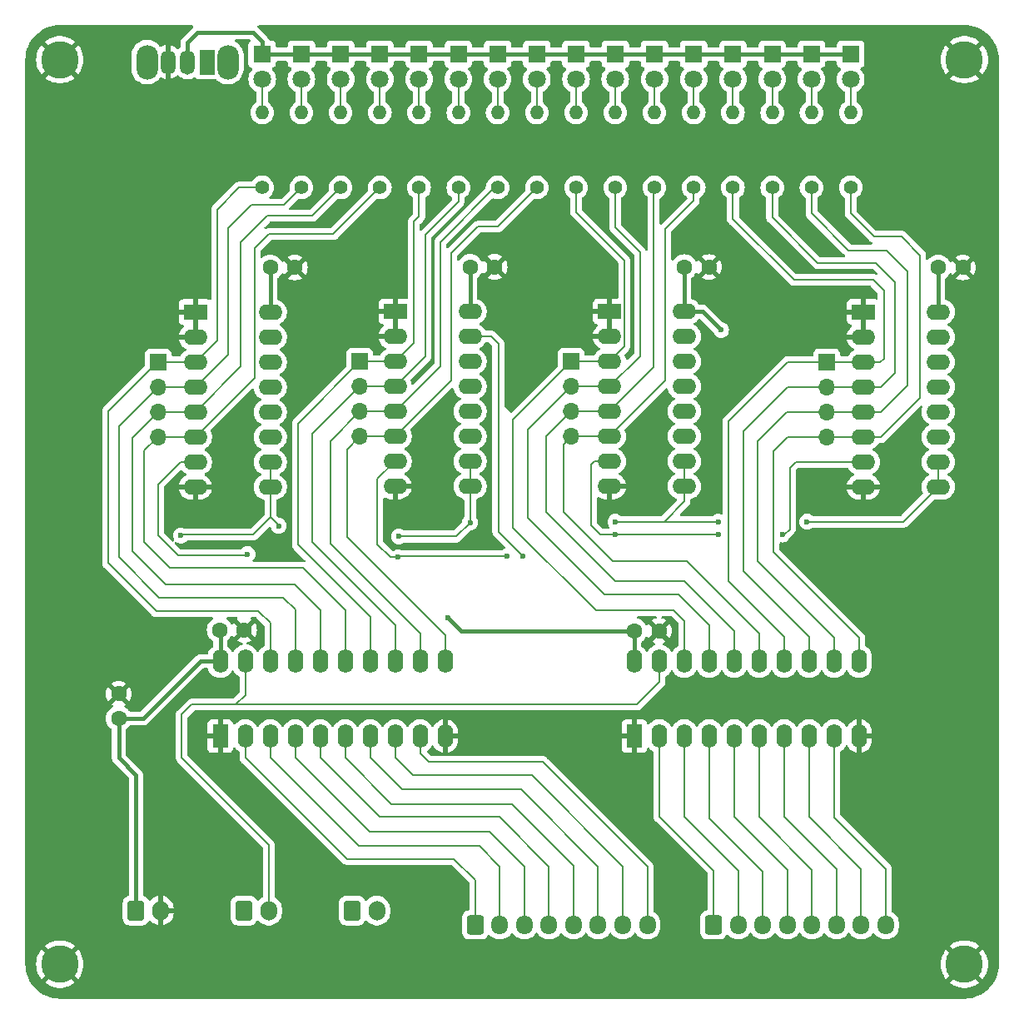
<source format=gbr>
%TF.GenerationSoftware,KiCad,Pcbnew,8.0.4*%
%TF.CreationDate,2024-09-24T19:09:35+03:00*%
%TF.ProjectId,Register,52656769-7374-4657-922e-6b696361645f,rev?*%
%TF.SameCoordinates,Original*%
%TF.FileFunction,Copper,L1,Top*%
%TF.FilePolarity,Positive*%
%FSLAX46Y46*%
G04 Gerber Fmt 4.6, Leading zero omitted, Abs format (unit mm)*
G04 Created by KiCad (PCBNEW 8.0.4) date 2024-09-24 19:09:35*
%MOMM*%
%LPD*%
G01*
G04 APERTURE LIST*
G04 Aperture macros list*
%AMRoundRect*
0 Rectangle with rounded corners*
0 $1 Rounding radius*
0 $2 $3 $4 $5 $6 $7 $8 $9 X,Y pos of 4 corners*
0 Add a 4 corners polygon primitive as box body*
4,1,4,$2,$3,$4,$5,$6,$7,$8,$9,$2,$3,0*
0 Add four circle primitives for the rounded corners*
1,1,$1+$1,$2,$3*
1,1,$1+$1,$4,$5*
1,1,$1+$1,$6,$7*
1,1,$1+$1,$8,$9*
0 Add four rect primitives between the rounded corners*
20,1,$1+$1,$2,$3,$4,$5,0*
20,1,$1+$1,$4,$5,$6,$7,0*
20,1,$1+$1,$6,$7,$8,$9,0*
20,1,$1+$1,$8,$9,$2,$3,0*%
G04 Aperture macros list end*
%TA.AperFunction,ComponentPad*%
%ADD10R,1.700000X1.700000*%
%TD*%
%TA.AperFunction,ComponentPad*%
%ADD11O,1.700000X1.700000*%
%TD*%
%TA.AperFunction,ComponentPad*%
%ADD12R,1.600000X2.400000*%
%TD*%
%TA.AperFunction,ComponentPad*%
%ADD13O,1.600000X2.400000*%
%TD*%
%TA.AperFunction,ComponentPad*%
%ADD14O,2.400000X1.600000*%
%TD*%
%TA.AperFunction,ComponentPad*%
%ADD15R,2.400000X1.600000*%
%TD*%
%TA.AperFunction,ComponentPad*%
%ADD16O,1.500000X2.500000*%
%TD*%
%TA.AperFunction,ComponentPad*%
%ADD17R,1.500000X2.500000*%
%TD*%
%TA.AperFunction,ComponentPad*%
%ADD18O,2.200000X3.500000*%
%TD*%
%TA.AperFunction,ComponentPad*%
%ADD19C,3.800000*%
%TD*%
%TA.AperFunction,ComponentPad*%
%ADD20C,1.800000*%
%TD*%
%TA.AperFunction,ComponentPad*%
%ADD21R,1.800000X1.800000*%
%TD*%
%TA.AperFunction,ComponentPad*%
%ADD22O,1.400000X1.400000*%
%TD*%
%TA.AperFunction,ComponentPad*%
%ADD23C,1.400000*%
%TD*%
%TA.AperFunction,ComponentPad*%
%ADD24C,1.600000*%
%TD*%
%TA.AperFunction,ComponentPad*%
%ADD25RoundRect,0.250000X-0.600000X-0.750000X0.600000X-0.750000X0.600000X0.750000X-0.600000X0.750000X0*%
%TD*%
%TA.AperFunction,ComponentPad*%
%ADD26O,1.700000X2.000000*%
%TD*%
%TA.AperFunction,ComponentPad*%
%ADD27RoundRect,0.250000X-0.600000X-0.725000X0.600000X-0.725000X0.600000X0.725000X-0.600000X0.725000X0*%
%TD*%
%TA.AperFunction,ComponentPad*%
%ADD28O,1.700000X1.950000*%
%TD*%
%TA.AperFunction,ViaPad*%
%ADD29C,0.600000*%
%TD*%
%TA.AperFunction,Conductor*%
%ADD30C,0.200000*%
%TD*%
%TA.AperFunction,Conductor*%
%ADD31C,0.400000*%
%TD*%
G04 APERTURE END LIST*
D10*
%TO.P,J9,1,Pin_1*%
%TO.N,/Y12*%
X182000000Y-84750000D03*
D11*
%TO.P,J9,2,Pin_2*%
%TO.N,/Y13*%
X182000000Y-87290000D03*
%TO.P,J9,3,Pin_3*%
%TO.N,/Y14*%
X182000000Y-89830000D03*
%TO.P,J9,4,Pin_4*%
%TO.N,/Y15*%
X182000000Y-92370000D03*
%TD*%
D10*
%TO.P,J8,1,Pin_1*%
%TO.N,/Y8*%
X156000000Y-84700000D03*
D11*
%TO.P,J8,2,Pin_2*%
%TO.N,/Y9*%
X156000000Y-87240000D03*
%TO.P,J8,3,Pin_3*%
%TO.N,/Y10*%
X156000000Y-89780000D03*
%TO.P,J8,4,Pin_4*%
%TO.N,/Y11*%
X156000000Y-92320000D03*
%TD*%
D10*
%TO.P,J7,1,Pin_1*%
%TO.N,/Y4*%
X134500000Y-84700000D03*
D11*
%TO.P,J7,2,Pin_2*%
%TO.N,/Y5*%
X134500000Y-87240000D03*
%TO.P,J7,3,Pin_3*%
%TO.N,/Y6*%
X134500000Y-89780000D03*
%TO.P,J7,4,Pin_4*%
%TO.N,/Y7*%
X134500000Y-92320000D03*
%TD*%
D10*
%TO.P,J6,1,Pin_1*%
%TO.N,/Y0*%
X114000000Y-84755000D03*
D11*
%TO.P,J6,2,Pin_2*%
%TO.N,/Y1*%
X114000000Y-87295000D03*
%TO.P,J6,3,Pin_3*%
%TO.N,/Y2*%
X114000000Y-89835000D03*
%TO.P,J6,4,Pin_4*%
%TO.N,/Y3*%
X114000000Y-92375000D03*
%TD*%
D12*
%TO.P,U6,1,A->B*%
%TO.N,GND*%
X162440000Y-122800000D03*
D13*
%TO.P,U6,2,A0*%
%TO.N,/B8*%
X164980000Y-122800000D03*
%TO.P,U6,3,A1*%
%TO.N,/B9*%
X167520000Y-122800000D03*
%TO.P,U6,4,A2*%
%TO.N,/B10*%
X170060000Y-122800000D03*
%TO.P,U6,5,A3*%
%TO.N,/B11*%
X172600000Y-122800000D03*
%TO.P,U6,6,A4*%
%TO.N,/B12*%
X175140000Y-122800000D03*
%TO.P,U6,7,A5*%
%TO.N,/B13*%
X177680000Y-122800000D03*
%TO.P,U6,8,A6*%
%TO.N,/B14*%
X180220000Y-122800000D03*
%TO.P,U6,9,A7*%
%TO.N,/B15*%
X182760000Y-122800000D03*
%TO.P,U6,10,GND*%
%TO.N,GND*%
X185300000Y-122800000D03*
%TO.P,U6,11,B7*%
%TO.N,/Y15*%
X185300000Y-115180000D03*
%TO.P,U6,12,B6*%
%TO.N,/Y14*%
X182760000Y-115180000D03*
%TO.P,U6,13,B5*%
%TO.N,/Y13*%
X180220000Y-115180000D03*
%TO.P,U6,14,B4*%
%TO.N,/Y12*%
X177680000Y-115180000D03*
%TO.P,U6,15,B3*%
%TO.N,/Y11*%
X175140000Y-115180000D03*
%TO.P,U6,16,B2*%
%TO.N,/Y10*%
X172600000Y-115180000D03*
%TO.P,U6,17,B1*%
%TO.N,/Y9*%
X170060000Y-115180000D03*
%TO.P,U6,18,B0*%
%TO.N,/Y8*%
X167520000Y-115180000D03*
%TO.P,U6,19,CE*%
%TO.N,/OE_B*%
X164980000Y-115180000D03*
%TO.P,U6,20,VCC*%
%TO.N,+5V*%
X162440000Y-115180000D03*
%TD*%
D14*
%TO.P,U5,16,VCC*%
%TO.N,+5V*%
X193340000Y-79670000D03*
%TO.P,U5,15,Mr*%
%TO.N,/RST*%
X193340000Y-82210000D03*
%TO.P,U5,14,D0*%
%TO.N,/B12*%
X193340000Y-84750000D03*
%TO.P,U5,13,D1*%
%TO.N,/B13*%
X193340000Y-87290000D03*
%TO.P,U5,12,D2*%
%TO.N,/B14*%
X193340000Y-89830000D03*
%TO.P,U5,11,D3*%
%TO.N,/B15*%
X193340000Y-92370000D03*
%TO.P,U5,10,E2*%
%TO.N,/DE_B*%
X193340000Y-94910000D03*
%TO.P,U5,9,E1*%
X193340000Y-97450000D03*
%TO.P,U5,8,GND*%
%TO.N,GND*%
X185720000Y-97450000D03*
%TO.P,U5,7,Cp*%
%TO.N,/CLK*%
X185720000Y-94910000D03*
%TO.P,U5,6,Q3*%
%TO.N,/Y15*%
X185720000Y-92370000D03*
%TO.P,U5,5,Q2*%
%TO.N,/Y14*%
X185720000Y-89830000D03*
%TO.P,U5,4,Q1*%
%TO.N,/Y13*%
X185720000Y-87290000D03*
%TO.P,U5,3,Q0*%
%TO.N,/Y12*%
X185720000Y-84750000D03*
%TO.P,U5,2,Oe2*%
%TO.N,GND*%
X185720000Y-82210000D03*
D15*
%TO.P,U5,1,Oe1*%
X185720000Y-79670000D03*
%TD*%
%TO.P,U4,1,Oe1*%
%TO.N,GND*%
X159900000Y-79620000D03*
D14*
%TO.P,U4,2,Oe2*%
X159900000Y-82160000D03*
%TO.P,U4,3,Q0*%
%TO.N,/Y8*%
X159900000Y-84700000D03*
%TO.P,U4,4,Q1*%
%TO.N,/Y9*%
X159900000Y-87240000D03*
%TO.P,U4,5,Q2*%
%TO.N,/Y10*%
X159900000Y-89780000D03*
%TO.P,U4,6,Q3*%
%TO.N,/Y11*%
X159900000Y-92320000D03*
%TO.P,U4,7,Cp*%
%TO.N,/CLK*%
X159900000Y-94860000D03*
%TO.P,U4,8,GND*%
%TO.N,GND*%
X159900000Y-97400000D03*
%TO.P,U4,9,E1*%
%TO.N,/DE_B*%
X167520000Y-97400000D03*
%TO.P,U4,10,E2*%
X167520000Y-94860000D03*
%TO.P,U4,11,D3*%
%TO.N,/B11*%
X167520000Y-92320000D03*
%TO.P,U4,12,D2*%
%TO.N,/B10*%
X167520000Y-89780000D03*
%TO.P,U4,13,D1*%
%TO.N,/B9*%
X167520000Y-87240000D03*
%TO.P,U4,14,D0*%
%TO.N,/B8*%
X167520000Y-84700000D03*
%TO.P,U4,15,Mr*%
%TO.N,/RST*%
X167520000Y-82160000D03*
%TO.P,U4,16,VCC*%
%TO.N,+5V*%
X167520000Y-79620000D03*
%TD*%
D12*
%TO.P,U3,1,A->B*%
%TO.N,GND*%
X120325000Y-122800000D03*
D13*
%TO.P,U3,2,A0*%
%TO.N,/B0*%
X122865000Y-122800000D03*
%TO.P,U3,3,A1*%
%TO.N,/B1*%
X125405000Y-122800000D03*
%TO.P,U3,4,A2*%
%TO.N,/B2*%
X127945000Y-122800000D03*
%TO.P,U3,5,A3*%
%TO.N,/B3*%
X130485000Y-122800000D03*
%TO.P,U3,6,A4*%
%TO.N,/B4*%
X133025000Y-122800000D03*
%TO.P,U3,7,A5*%
%TO.N,/B5*%
X135565000Y-122800000D03*
%TO.P,U3,8,A6*%
%TO.N,/B6*%
X138105000Y-122800000D03*
%TO.P,U3,9,A7*%
%TO.N,/B7*%
X140645000Y-122800000D03*
%TO.P,U3,10,GND*%
%TO.N,GND*%
X143185000Y-122800000D03*
%TO.P,U3,11,B7*%
%TO.N,/Y7*%
X143185000Y-115180000D03*
%TO.P,U3,12,B6*%
%TO.N,/Y6*%
X140645000Y-115180000D03*
%TO.P,U3,13,B5*%
%TO.N,/Y5*%
X138105000Y-115180000D03*
%TO.P,U3,14,B4*%
%TO.N,/Y4*%
X135565000Y-115180000D03*
%TO.P,U3,15,B3*%
%TO.N,/Y3*%
X133025000Y-115180000D03*
%TO.P,U3,16,B2*%
%TO.N,/Y2*%
X130485000Y-115180000D03*
%TO.P,U3,17,B1*%
%TO.N,/Y1*%
X127945000Y-115180000D03*
%TO.P,U3,18,B0*%
%TO.N,/Y0*%
X125405000Y-115180000D03*
%TO.P,U3,19,CE*%
%TO.N,/OE_B*%
X122865000Y-115180000D03*
%TO.P,U3,20,VCC*%
%TO.N,+5V*%
X120325000Y-115180000D03*
%TD*%
D15*
%TO.P,U2,1,Oe1*%
%TO.N,GND*%
X138105000Y-79620000D03*
D14*
%TO.P,U2,2,Oe2*%
X138105000Y-82160000D03*
%TO.P,U2,3,Q0*%
%TO.N,/Y4*%
X138105000Y-84700000D03*
%TO.P,U2,4,Q1*%
%TO.N,/Y5*%
X138105000Y-87240000D03*
%TO.P,U2,5,Q2*%
%TO.N,/Y6*%
X138105000Y-89780000D03*
%TO.P,U2,6,Q3*%
%TO.N,/Y7*%
X138105000Y-92320000D03*
%TO.P,U2,7,Cp*%
%TO.N,/CLK*%
X138105000Y-94860000D03*
%TO.P,U2,8,GND*%
%TO.N,GND*%
X138105000Y-97400000D03*
%TO.P,U2,9,E1*%
%TO.N,/DE_B*%
X145725000Y-97400000D03*
%TO.P,U2,10,E2*%
X145725000Y-94860000D03*
%TO.P,U2,11,D3*%
%TO.N,/B7*%
X145725000Y-92320000D03*
%TO.P,U2,12,D2*%
%TO.N,/B6*%
X145725000Y-89780000D03*
%TO.P,U2,13,D1*%
%TO.N,/B5*%
X145725000Y-87240000D03*
%TO.P,U2,14,D0*%
%TO.N,/B4*%
X145725000Y-84700000D03*
%TO.P,U2,15,Mr*%
%TO.N,/RST*%
X145725000Y-82160000D03*
%TO.P,U2,16,VCC*%
%TO.N,+5V*%
X145725000Y-79620000D03*
%TD*%
D15*
%TO.P,U1,1,Oe1*%
%TO.N,GND*%
X117785000Y-79675000D03*
D14*
%TO.P,U1,2,Oe2*%
X117785000Y-82215000D03*
%TO.P,U1,3,Q0*%
%TO.N,/Y0*%
X117785000Y-84755000D03*
%TO.P,U1,4,Q1*%
%TO.N,/Y1*%
X117785000Y-87295000D03*
%TO.P,U1,5,Q2*%
%TO.N,/Y2*%
X117785000Y-89835000D03*
%TO.P,U1,6,Q3*%
%TO.N,/Y3*%
X117785000Y-92375000D03*
%TO.P,U1,7,Cp*%
%TO.N,/CLK*%
X117785000Y-94915000D03*
%TO.P,U1,8,GND*%
%TO.N,GND*%
X117785000Y-97455000D03*
%TO.P,U1,9,E1*%
%TO.N,/DE_B*%
X125405000Y-97455000D03*
%TO.P,U1,10,E2*%
X125405000Y-94915000D03*
%TO.P,U1,11,D3*%
%TO.N,/B3*%
X125405000Y-92375000D03*
%TO.P,U1,12,D2*%
%TO.N,/B2*%
X125405000Y-89835000D03*
%TO.P,U1,13,D1*%
%TO.N,/B1*%
X125405000Y-87295000D03*
%TO.P,U1,14,D0*%
%TO.N,/B0*%
X125405000Y-84755000D03*
%TO.P,U1,15,Mr*%
%TO.N,/RST*%
X125405000Y-82215000D03*
%TO.P,U1,16,VCC*%
%TO.N,+5V*%
X125405000Y-79675000D03*
%TD*%
D16*
%TO.P,SW1,3,C*%
%TO.N,GND*%
X114985000Y-54250000D03*
%TO.P,SW1,2,B*%
%TO.N,Net-(D1-K)*%
X116985000Y-54250000D03*
D17*
%TO.P,SW1,1,A*%
%TO.N,unconnected-(SW1-A-Pad1)*%
X118985000Y-54250000D03*
D18*
%TO.P,SW1,*%
%TO.N,*%
X112885000Y-54250000D03*
X121085000Y-54250000D03*
%TD*%
D19*
%TO.P,H4,1,1*%
%TO.N,GND*%
X196000000Y-54000000D03*
%TD*%
%TO.P,H3,1,1*%
%TO.N,GND*%
X104000000Y-146000000D03*
%TD*%
%TO.P,H2,1,1*%
%TO.N,GND*%
X196000000Y-146000000D03*
%TD*%
%TO.P,H1,1,1*%
%TO.N,GND*%
X104000000Y-54000000D03*
%TD*%
D20*
%TO.P,D13,2,A*%
%TO.N,Net-(D13-A)*%
X172465000Y-56000000D03*
D21*
%TO.P,D13,1,K*%
%TO.N,Net-(D1-K)*%
X172465000Y-53460000D03*
%TD*%
D22*
%TO.P,R8,2*%
%TO.N,Net-(D7-A)*%
X148525000Y-59380000D03*
D23*
%TO.P,R8,1*%
%TO.N,/Y6*%
X148525000Y-67000000D03*
%TD*%
D22*
%TO.P,R6,2*%
%TO.N,Net-(D5-A)*%
X140545000Y-59380000D03*
D23*
%TO.P,R6,1*%
%TO.N,/Y4*%
X140545000Y-67000000D03*
%TD*%
D24*
%TO.P,C4,1*%
%TO.N,+5V*%
X193340000Y-75145000D03*
%TO.P,C4,2*%
%TO.N,GND*%
X195840000Y-75145000D03*
%TD*%
D25*
%TO.P,J2,1,Pin_1*%
%TO.N,/DE_B*%
X122750000Y-140550000D03*
D26*
%TO.P,J2,2,Pin_2*%
%TO.N,/OE_B*%
X125250000Y-140550000D03*
%TD*%
D20*
%TO.P,D11,2,A*%
%TO.N,Net-(D11-A)*%
X164485000Y-56000000D03*
D21*
%TO.P,D11,1,K*%
%TO.N,Net-(D1-K)*%
X164485000Y-53460000D03*
%TD*%
D24*
%TO.P,C1,1*%
%TO.N,+5V*%
X125405000Y-75145000D03*
%TO.P,C1,2*%
%TO.N,GND*%
X127905000Y-75145000D03*
%TD*%
D22*
%TO.P,R7,2*%
%TO.N,Net-(D6-A)*%
X144535000Y-59380000D03*
D23*
%TO.P,R7,1*%
%TO.N,/Y5*%
X144535000Y-67000000D03*
%TD*%
D20*
%TO.P,D1,2,A*%
%TO.N,Net-(D1-A)*%
X124585000Y-56000000D03*
D21*
%TO.P,D1,1,K*%
%TO.N,Net-(D1-K)*%
X124585000Y-53460000D03*
%TD*%
D27*
%TO.P,J5,1,Pin_1*%
%TO.N,/B8*%
X170500000Y-142000000D03*
D28*
%TO.P,J5,2,Pin_2*%
%TO.N,/B9*%
X173000000Y-142000000D03*
%TO.P,J5,3,Pin_3*%
%TO.N,/B10*%
X175500000Y-142000000D03*
%TO.P,J5,4,Pin_4*%
%TO.N,/B11*%
X178000000Y-142000000D03*
%TO.P,J5,5,Pin_5*%
%TO.N,/B12*%
X180500000Y-142000000D03*
%TO.P,J5,6,Pin_6*%
%TO.N,/B13*%
X183000000Y-142000000D03*
%TO.P,J5,7,Pin_7*%
%TO.N,/B14*%
X185500000Y-142000000D03*
%TO.P,J5,8,Pin_8*%
%TO.N,/B15*%
X188000000Y-142000000D03*
%TD*%
D24*
%TO.P,C2,1*%
%TO.N,+5V*%
X145725000Y-75090000D03*
%TO.P,C2,2*%
%TO.N,GND*%
X148225000Y-75090000D03*
%TD*%
D20*
%TO.P,D9,2,A*%
%TO.N,Net-(D9-A)*%
X156505000Y-56000000D03*
D21*
%TO.P,D9,1,K*%
%TO.N,Net-(D1-K)*%
X156505000Y-53460000D03*
%TD*%
D22*
%TO.P,R5,2*%
%TO.N,Net-(D4-A)*%
X136555000Y-59380000D03*
D23*
%TO.P,R5,1*%
%TO.N,/Y3*%
X136555000Y-67000000D03*
%TD*%
D20*
%TO.P,D3,2,A*%
%TO.N,Net-(D3-A)*%
X132565000Y-56000000D03*
D21*
%TO.P,D3,1,K*%
%TO.N,Net-(D1-K)*%
X132565000Y-53460000D03*
%TD*%
D22*
%TO.P,R16,2*%
%TO.N,Net-(D14-A)*%
X176455000Y-59380000D03*
D23*
%TO.P,R16,1*%
%TO.N,/Y13*%
X176455000Y-67000000D03*
%TD*%
D22*
%TO.P,R3,2*%
%TO.N,Net-(D2-A)*%
X128575000Y-59380000D03*
D23*
%TO.P,R3,1*%
%TO.N,/Y1*%
X128575000Y-67000000D03*
%TD*%
D20*
%TO.P,D15,2,A*%
%TO.N,Net-(D15-A)*%
X180445000Y-56000000D03*
D21*
%TO.P,D15,1,K*%
%TO.N,Net-(D1-K)*%
X180445000Y-53460000D03*
%TD*%
D25*
%TO.P,J1,1,Pin_1*%
%TO.N,+5V*%
X111750000Y-140550000D03*
D26*
%TO.P,J1,2,Pin_2*%
%TO.N,GND*%
X114250000Y-140550000D03*
%TD*%
D22*
%TO.P,R12,2*%
%TO.N,Net-(D10-A)*%
X160495000Y-59380000D03*
D23*
%TO.P,R12,1*%
%TO.N,/Y9*%
X160495000Y-67000000D03*
%TD*%
D20*
%TO.P,D4,2,A*%
%TO.N,Net-(D4-A)*%
X136555000Y-56000000D03*
D21*
%TO.P,D4,1,K*%
%TO.N,Net-(D1-K)*%
X136555000Y-53460000D03*
%TD*%
D20*
%TO.P,D6,2,A*%
%TO.N,Net-(D6-A)*%
X144535000Y-56000000D03*
D21*
%TO.P,D6,1,K*%
%TO.N,Net-(D1-K)*%
X144535000Y-53460000D03*
%TD*%
D22*
%TO.P,R10,2*%
%TO.N,Net-(D9-A)*%
X156505000Y-59380000D03*
D23*
%TO.P,R10,1*%
%TO.N,/Y8*%
X156505000Y-67000000D03*
%TD*%
D27*
%TO.P,J4,1,Pin_1*%
%TO.N,/B0*%
X146250000Y-142000000D03*
D28*
%TO.P,J4,2,Pin_2*%
%TO.N,/B1*%
X148750000Y-142000000D03*
%TO.P,J4,3,Pin_3*%
%TO.N,/B2*%
X151250000Y-142000000D03*
%TO.P,J4,4,Pin_4*%
%TO.N,/B3*%
X153750000Y-142000000D03*
%TO.P,J4,5,Pin_5*%
%TO.N,/B4*%
X156250000Y-142000000D03*
%TO.P,J4,6,Pin_6*%
%TO.N,/B5*%
X158750000Y-142000000D03*
%TO.P,J4,7,Pin_7*%
%TO.N,/B6*%
X161250000Y-142000000D03*
%TO.P,J4,8,Pin_8*%
%TO.N,/B7*%
X163750000Y-142000000D03*
%TD*%
D22*
%TO.P,R13,2*%
%TO.N,Net-(D11-A)*%
X164485000Y-59380000D03*
D23*
%TO.P,R13,1*%
%TO.N,/Y10*%
X164485000Y-67000000D03*
%TD*%
D24*
%TO.P,C6,1*%
%TO.N,+5V*%
X110000000Y-121000000D03*
%TO.P,C6,2*%
%TO.N,GND*%
X110000000Y-118500000D03*
%TD*%
D20*
%TO.P,D7,2,A*%
%TO.N,Net-(D7-A)*%
X148525000Y-56000000D03*
D21*
%TO.P,D7,1,K*%
%TO.N,Net-(D1-K)*%
X148525000Y-53460000D03*
%TD*%
D20*
%TO.P,D16,2,A*%
%TO.N,Net-(D16-A)*%
X184435000Y-56000000D03*
D21*
%TO.P,D16,1,K*%
%TO.N,Net-(D1-K)*%
X184435000Y-53460000D03*
%TD*%
D22*
%TO.P,R15,2*%
%TO.N,Net-(D13-A)*%
X172465000Y-59380000D03*
D23*
%TO.P,R15,1*%
%TO.N,/Y12*%
X172465000Y-67000000D03*
%TD*%
D20*
%TO.P,D8,2,A*%
%TO.N,Net-(D8-A)*%
X152515000Y-56000000D03*
D21*
%TO.P,D8,1,K*%
%TO.N,Net-(D1-K)*%
X152515000Y-53460000D03*
%TD*%
D24*
%TO.P,C3,1*%
%TO.N,+5V*%
X167520000Y-75095000D03*
%TO.P,C3,2*%
%TO.N,GND*%
X170020000Y-75095000D03*
%TD*%
D22*
%TO.P,R14,2*%
%TO.N,Net-(D12-A)*%
X168475000Y-59380000D03*
D23*
%TO.P,R14,1*%
%TO.N,/Y11*%
X168475000Y-67000000D03*
%TD*%
D25*
%TO.P,J3,1,Pin_1*%
%TO.N,/CLK*%
X133750000Y-140550000D03*
D26*
%TO.P,J3,2,Pin_2*%
%TO.N,/RST*%
X136250000Y-140550000D03*
%TD*%
D20*
%TO.P,D14,2,A*%
%TO.N,Net-(D14-A)*%
X176455000Y-56000000D03*
D21*
%TO.P,D14,1,K*%
%TO.N,Net-(D1-K)*%
X176455000Y-53460000D03*
%TD*%
D20*
%TO.P,D2,2,A*%
%TO.N,Net-(D2-A)*%
X128575000Y-56000000D03*
D21*
%TO.P,D2,1,K*%
%TO.N,Net-(D1-K)*%
X128575000Y-53460000D03*
%TD*%
D22*
%TO.P,R18,2*%
%TO.N,Net-(D16-A)*%
X184435000Y-59375000D03*
D23*
%TO.P,R18,1*%
%TO.N,/Y15*%
X184435000Y-66995000D03*
%TD*%
D24*
%TO.P,C5,2*%
%TO.N,GND*%
X122750000Y-112000000D03*
%TO.P,C5,1*%
%TO.N,+5V*%
X120250000Y-112000000D03*
%TD*%
D20*
%TO.P,D5,2,A*%
%TO.N,Net-(D5-A)*%
X140545000Y-56000000D03*
D21*
%TO.P,D5,1,K*%
%TO.N,Net-(D1-K)*%
X140545000Y-53460000D03*
%TD*%
D20*
%TO.P,D10,2,A*%
%TO.N,Net-(D10-A)*%
X160495000Y-56000000D03*
D21*
%TO.P,D10,1,K*%
%TO.N,Net-(D1-K)*%
X160495000Y-53460000D03*
%TD*%
D22*
%TO.P,R9,2*%
%TO.N,Net-(D8-A)*%
X152515000Y-59380000D03*
D23*
%TO.P,R9,1*%
%TO.N,/Y7*%
X152515000Y-67000000D03*
%TD*%
D20*
%TO.P,D12,2,A*%
%TO.N,Net-(D12-A)*%
X168475000Y-56000000D03*
D21*
%TO.P,D12,1,K*%
%TO.N,Net-(D1-K)*%
X168475000Y-53460000D03*
%TD*%
D22*
%TO.P,R17,2*%
%TO.N,Net-(D15-A)*%
X180445000Y-59380000D03*
D23*
%TO.P,R17,1*%
%TO.N,/Y14*%
X180445000Y-67000000D03*
%TD*%
D22*
%TO.P,R2,2*%
%TO.N,Net-(D1-A)*%
X124585000Y-59380000D03*
D23*
%TO.P,R2,1*%
%TO.N,/Y0*%
X124585000Y-67000000D03*
%TD*%
D22*
%TO.P,R4,2*%
%TO.N,Net-(D3-A)*%
X132565000Y-59380000D03*
D23*
%TO.P,R4,1*%
%TO.N,/Y2*%
X132565000Y-67000000D03*
%TD*%
D24*
%TO.P,C7,1*%
%TO.N,+5V*%
X162440000Y-112100000D03*
%TO.P,C7,2*%
%TO.N,GND*%
X164940000Y-112100000D03*
%TD*%
D29*
%TO.N,/RST*%
X151100000Y-104500000D03*
%TO.N,+5V*%
X143500000Y-110750000D03*
X171250000Y-81500000D03*
%TO.N,/DE_B*%
X180000000Y-101000000D03*
X171000000Y-101000000D03*
X160500000Y-101000000D03*
X145725000Y-101075000D03*
X126275000Y-101425000D03*
X138500000Y-102500000D03*
X116300000Y-102400000D03*
%TO.N,/CLK*%
X171000000Y-102300000D03*
X138400000Y-104600000D03*
X149500000Y-104500000D03*
X160500000Y-102300000D03*
X177500000Y-102300000D03*
X123100000Y-104300000D03*
%TD*%
D30*
%TO.N,/Y10*%
X159900000Y-89780000D02*
X164400000Y-85280000D01*
X164400000Y-85280000D02*
X164400000Y-67085000D01*
X164400000Y-67085000D02*
X164485000Y-67000000D01*
%TO.N,/Y14*%
X180445000Y-67000000D02*
X180445000Y-69645000D01*
X180445000Y-69645000D02*
X184200000Y-73400000D01*
X184200000Y-73400000D02*
X188100000Y-73400000D01*
X188100000Y-73400000D02*
X190200000Y-75500000D01*
X190200000Y-75500000D02*
X190200000Y-87100000D01*
X190200000Y-87100000D02*
X187470000Y-89830000D01*
X187470000Y-89830000D02*
X185720000Y-89830000D01*
%TO.N,/Y13*%
X176455000Y-67000000D02*
X176455000Y-70055000D01*
X176455000Y-70055000D02*
X181100000Y-74700000D01*
X181100000Y-74700000D02*
X187000000Y-74700000D01*
X187000000Y-74700000D02*
X188900000Y-76600000D01*
X188900000Y-76600000D02*
X188900000Y-85900000D01*
X188900000Y-85900000D02*
X187510000Y-87290000D01*
X187510000Y-87290000D02*
X185720000Y-87290000D01*
%TO.N,/Y12*%
X185720000Y-84750000D02*
X187450000Y-84750000D01*
X187450000Y-84750000D02*
X187800000Y-84400000D01*
X178650000Y-76400000D02*
X172465000Y-70215000D01*
X187800000Y-84400000D02*
X187800000Y-77500000D01*
X187800000Y-77500000D02*
X186700000Y-76400000D01*
X186700000Y-76400000D02*
X178650000Y-76400000D01*
X172465000Y-70215000D02*
X172465000Y-67000000D01*
%TO.N,/Y15*%
X184435000Y-66995000D02*
X184435000Y-69635000D01*
X186800000Y-72000000D02*
X189600000Y-72000000D01*
X191500000Y-73900000D02*
X191500000Y-88400000D01*
X184435000Y-69635000D02*
X186800000Y-72000000D01*
X189600000Y-72000000D02*
X191500000Y-73900000D01*
X191500000Y-88400000D02*
X187500000Y-92400000D01*
X187500000Y-92400000D02*
X185750000Y-92400000D01*
X185750000Y-92400000D02*
X185720000Y-92370000D01*
%TO.N,/Y14*%
X182000000Y-89830000D02*
X185720000Y-89830000D01*
%TO.N,/Y15*%
X185720000Y-92370000D02*
X182000000Y-92370000D01*
%TO.N,/DE_B*%
X180000000Y-101000000D02*
X189800000Y-101000000D01*
X189800000Y-101000000D02*
X193340000Y-97460000D01*
X193340000Y-97460000D02*
X193340000Y-97450000D01*
%TO.N,/CLK*%
X185720000Y-94910000D02*
X178840000Y-94910000D01*
X178840000Y-94910000D02*
X178250000Y-95500000D01*
X177700000Y-102300000D02*
X177500000Y-102300000D01*
X178250000Y-95500000D02*
X178250000Y-101750000D01*
X178250000Y-101750000D02*
X177700000Y-102300000D01*
%TO.N,/Y15*%
X178030000Y-92370000D02*
X182000000Y-92370000D01*
%TO.N,/Y14*%
X177970000Y-89830000D02*
X182000000Y-89830000D01*
%TO.N,/Y13*%
X178010000Y-87290000D02*
X182000000Y-87290000D01*
%TO.N,/Y12*%
X182000000Y-84750000D02*
X178050000Y-84750000D01*
X178050000Y-84750000D02*
X172000000Y-90800000D01*
X172000000Y-107000000D02*
X177680000Y-112680000D01*
X172000000Y-90800000D02*
X172000000Y-107000000D01*
X177680000Y-112680000D02*
X177680000Y-115180000D01*
%TO.N,/Y13*%
X185720000Y-87290000D02*
X182000000Y-87290000D01*
%TO.N,/Y12*%
X182000000Y-84750000D02*
X185720000Y-84750000D01*
%TO.N,/Y9*%
X170060000Y-115180000D02*
X170060000Y-111560000D01*
X166900000Y-108400000D02*
X159400000Y-108400000D01*
X151600000Y-100600000D02*
X151600000Y-91640000D01*
X170060000Y-111560000D02*
X166900000Y-108400000D01*
X151600000Y-91640000D02*
X156000000Y-87240000D01*
X159400000Y-108400000D02*
X151600000Y-100600000D01*
%TO.N,/Y8*%
X167520000Y-115180000D02*
X167520000Y-111065000D01*
X150100000Y-101600000D02*
X150100000Y-90600000D01*
X167520000Y-111065000D02*
X166455000Y-110000000D01*
X158500000Y-110000000D02*
X150100000Y-101600000D01*
X166455000Y-110000000D02*
X158500000Y-110000000D01*
X150100000Y-90600000D02*
X156000000Y-84700000D01*
%TO.N,/RST*%
X151100000Y-104500000D02*
X148600000Y-102000000D01*
X148600000Y-102000000D02*
X148600000Y-82900000D01*
X148600000Y-82900000D02*
X147860000Y-82160000D01*
X147860000Y-82160000D02*
X145725000Y-82160000D01*
%TO.N,/Y10*%
X172600000Y-115180000D02*
X172600000Y-112100000D01*
X153500000Y-92280000D02*
X156000000Y-89780000D01*
X172600000Y-112100000D02*
X167500000Y-107000000D01*
X153500000Y-100000000D02*
X153500000Y-92280000D01*
X167500000Y-107000000D02*
X160500000Y-107000000D01*
X160500000Y-107000000D02*
X153500000Y-100000000D01*
%TO.N,/Y11*%
X156000000Y-92320000D02*
X155200000Y-93120000D01*
X155200000Y-93120000D02*
X155200000Y-99979314D01*
X155200000Y-99979314D02*
X160220686Y-105000000D01*
X160220686Y-105000000D02*
X167800000Y-105000000D01*
X167800000Y-105000000D02*
X175140000Y-112340000D01*
X175140000Y-112340000D02*
X175140000Y-115180000D01*
%TO.N,/Y8*%
X156000000Y-84700000D02*
X159900000Y-84700000D01*
%TO.N,/Y9*%
X159900000Y-87240000D02*
X156000000Y-87240000D01*
%TO.N,/Y10*%
X156000000Y-89780000D02*
X159900000Y-89780000D01*
%TO.N,/Y11*%
X156000000Y-92320000D02*
X159900000Y-92320000D01*
%TO.N,/Y4*%
X138105000Y-84700000D02*
X134500000Y-84700000D01*
%TO.N,/Y5*%
X134500000Y-87240000D02*
X138105000Y-87240000D01*
%TO.N,/Y6*%
X138105000Y-89780000D02*
X134500000Y-89780000D01*
%TO.N,/Y7*%
X134500000Y-92320000D02*
X138105000Y-92320000D01*
%TO.N,/Y4*%
X135565000Y-115180000D02*
X135565000Y-110665000D01*
X135565000Y-110665000D02*
X128200000Y-103300000D01*
X128200000Y-103300000D02*
X128200000Y-91000000D01*
X128200000Y-91000000D02*
X134500000Y-84700000D01*
%TO.N,/Y5*%
X134500000Y-87240000D02*
X129700000Y-92040000D01*
X129700000Y-92040000D02*
X129700000Y-103100000D01*
X129700000Y-103100000D02*
X138105000Y-111505000D01*
X138105000Y-111505000D02*
X138105000Y-115180000D01*
%TO.N,/Y6*%
X140645000Y-115180000D02*
X140645000Y-112345000D01*
X140645000Y-112345000D02*
X131500000Y-103200000D01*
X131500000Y-103200000D02*
X131500000Y-92780000D01*
X131500000Y-92780000D02*
X134500000Y-89780000D01*
%TO.N,/Y7*%
X143185000Y-115180000D02*
X143185000Y-112515000D01*
X143185000Y-112515000D02*
X133200000Y-102530000D01*
X133200000Y-102530000D02*
X133200000Y-93620000D01*
X133200000Y-93620000D02*
X134500000Y-92320000D01*
%TO.N,/Y0*%
X117785000Y-84755000D02*
X114000000Y-84755000D01*
%TO.N,/Y1*%
X114000000Y-87295000D02*
X117785000Y-87295000D01*
%TO.N,/Y0*%
X108900000Y-105200000D02*
X108900000Y-89750000D01*
X114000000Y-84755000D02*
X113895000Y-84755000D01*
X113895000Y-84755000D02*
X108900000Y-89750000D01*
%TO.N,/Y1*%
X110000000Y-104600000D02*
X110000000Y-91750000D01*
X114000000Y-87295000D02*
X110000000Y-91295000D01*
X110000000Y-91295000D02*
X110000000Y-91750000D01*
%TO.N,/Y2*%
X114000000Y-89835000D02*
X111400000Y-92435000D01*
X111400000Y-92435000D02*
X111400000Y-104000000D01*
X130485000Y-109985000D02*
X130485000Y-115180000D01*
X111400000Y-104000000D02*
X114800000Y-107400000D01*
X114800000Y-107400000D02*
X127900000Y-107400000D01*
X127900000Y-107400000D02*
X130485000Y-109985000D01*
X117785000Y-89835000D02*
X114000000Y-89835000D01*
%TO.N,/Y3*%
X114000000Y-92375000D02*
X117785000Y-92375000D01*
X133025000Y-115180000D02*
X133025000Y-109975000D01*
X133025000Y-109975000D02*
X128750000Y-105700000D01*
X128750000Y-105700000D02*
X115200000Y-105700000D01*
X115200000Y-105700000D02*
X112600000Y-103100000D01*
X112600000Y-103100000D02*
X112600000Y-93775000D01*
X112600000Y-93775000D02*
X114000000Y-92375000D01*
%TO.N,/Y1*%
X117785000Y-87295000D02*
X121100000Y-83980000D01*
X121100000Y-83980000D02*
X121100000Y-71150000D01*
X121100000Y-71150000D02*
X123500000Y-68750000D01*
X123500000Y-68750000D02*
X126825000Y-68750000D01*
X126825000Y-68750000D02*
X128575000Y-67000000D01*
%TO.N,/Y2*%
X117785000Y-89835000D02*
X122400000Y-85220000D01*
X125100000Y-69900000D02*
X129665000Y-69900000D01*
X122400000Y-85220000D02*
X122400000Y-72600000D01*
X122400000Y-72600000D02*
X125100000Y-69900000D01*
X129665000Y-69900000D02*
X132565000Y-67000000D01*
%TO.N,/Y3*%
X117785000Y-92375000D02*
X123800000Y-86360000D01*
X123800000Y-86360000D02*
X123800000Y-73200000D01*
X123800000Y-73200000D02*
X125250000Y-71750000D01*
X125250000Y-71750000D02*
X131805000Y-71750000D01*
X131805000Y-71750000D02*
X136555000Y-67000000D01*
%TO.N,/Y0*%
X117785000Y-84755000D02*
X120000000Y-82540000D01*
X120000000Y-82540000D02*
X120000000Y-69250000D01*
X120000000Y-69250000D02*
X122250000Y-67000000D01*
X122250000Y-67000000D02*
X124585000Y-67000000D01*
%TO.N,/Y11*%
X165600000Y-71200000D02*
X168475000Y-68325000D01*
X168475000Y-68325000D02*
X168475000Y-67000000D01*
%TO.N,/Y9*%
X163000000Y-73565686D02*
X160495000Y-71060686D01*
X160495000Y-71060686D02*
X160495000Y-67000000D01*
%TO.N,/Y8*%
X159900000Y-84700000D02*
X161400000Y-83200000D01*
X161400000Y-83200000D02*
X161400000Y-74400000D01*
X161400000Y-74400000D02*
X156505000Y-69505000D01*
X156505000Y-69505000D02*
X156505000Y-67000000D01*
%TO.N,/Y7*%
X138105000Y-92320000D02*
X143800000Y-86625000D01*
X143800000Y-73700000D02*
X146500000Y-71000000D01*
X146500000Y-71000000D02*
X148515000Y-71000000D01*
X143800000Y-86625000D02*
X143800000Y-73700000D01*
X148515000Y-71000000D02*
X152515000Y-67000000D01*
%TO.N,/Y6*%
X138105000Y-89780000D02*
X142700000Y-85185000D01*
X142700000Y-85185000D02*
X142700000Y-72550000D01*
X142700000Y-72550000D02*
X148250000Y-67000000D01*
X148250000Y-67000000D02*
X148525000Y-67000000D01*
%TO.N,/Y5*%
X138105000Y-87240000D02*
X141200000Y-84145000D01*
X141200000Y-84145000D02*
X141200000Y-71800000D01*
X141200000Y-71800000D02*
X144535000Y-68465000D01*
X144535000Y-68465000D02*
X144535000Y-67000000D01*
%TO.N,/Y4*%
X138105000Y-84700000D02*
X140000000Y-82805000D01*
X140000000Y-82805000D02*
X140000000Y-70500000D01*
X140000000Y-70500000D02*
X140545000Y-69955000D01*
X140545000Y-69955000D02*
X140545000Y-67000000D01*
D31*
%TO.N,Net-(D1-K)*%
X116985000Y-54250000D02*
X116985000Y-52250000D01*
X116985000Y-52250000D02*
X117985000Y-51250000D01*
X117985000Y-51250000D02*
X123680000Y-51250000D01*
X123680000Y-51250000D02*
X124585000Y-52155000D01*
X124585000Y-52155000D02*
X124585000Y-53460000D01*
X176455000Y-53460000D02*
X184435000Y-53460000D01*
X172465000Y-53460000D02*
X176455000Y-53460000D01*
X168475000Y-53460000D02*
X172465000Y-53460000D01*
X164485000Y-53460000D02*
X168475000Y-53460000D01*
X160495000Y-53460000D02*
X164485000Y-53460000D01*
X156505000Y-53460000D02*
X160495000Y-53460000D01*
X156505000Y-53460000D02*
X152515000Y-53460000D01*
X152515000Y-53460000D02*
X148525000Y-53460000D01*
X144535000Y-53460000D02*
X148525000Y-53460000D01*
X140545000Y-53460000D02*
X144535000Y-53460000D01*
X136555000Y-53460000D02*
X140545000Y-53460000D01*
X132565000Y-53460000D02*
X136555000Y-53460000D01*
X128575000Y-53460000D02*
X132565000Y-53460000D01*
X124585000Y-53460000D02*
X128575000Y-53460000D01*
D30*
%TO.N,/OE_B*%
X164980000Y-115180000D02*
X164980000Y-117270000D01*
X164980000Y-117270000D02*
X162650000Y-119600000D01*
X162650000Y-119600000D02*
X121900000Y-119600000D01*
D31*
%TO.N,+5V*%
X120325000Y-115180000D02*
X118320000Y-115180000D01*
X118320000Y-115180000D02*
X112500000Y-121000000D01*
X112500000Y-121000000D02*
X110000000Y-121000000D01*
X143500000Y-110750000D02*
X144850000Y-112100000D01*
X144850000Y-112100000D02*
X162440000Y-112100000D01*
D30*
%TO.N,/CLK*%
X160500000Y-102300000D02*
X171000000Y-102300000D01*
%TO.N,/DE_B*%
X171000000Y-101000000D02*
X165450000Y-101000000D01*
D31*
%TO.N,+5V*%
X169370000Y-79620000D02*
X167520000Y-79620000D01*
X171250000Y-81500000D02*
X169370000Y-79620000D01*
D30*
%TO.N,/CLK*%
X160500000Y-102300000D02*
X158950000Y-102300000D01*
X158950000Y-102300000D02*
X158000000Y-101350000D01*
X158000000Y-95200000D02*
X158340000Y-94860000D01*
X158340000Y-94860000D02*
X159900000Y-94860000D01*
%TO.N,/DE_B*%
X160500000Y-101000000D02*
X165450000Y-101000000D01*
%TO.N,/CLK*%
X149500000Y-104500000D02*
X138500000Y-104500000D01*
X138500000Y-104500000D02*
X138400000Y-104600000D01*
%TO.N,/Y14*%
X177970000Y-89830000D02*
X175000000Y-92800000D01*
X175000000Y-92800000D02*
X175000000Y-105000000D01*
X175000000Y-105000000D02*
X182760000Y-112760000D01*
X182760000Y-112760000D02*
X182760000Y-115180000D01*
%TO.N,/Y15*%
X178030000Y-92370000D02*
X176600000Y-93800000D01*
X176600000Y-104100000D02*
X185300000Y-112800000D01*
X176600000Y-93800000D02*
X176600000Y-104100000D01*
X185300000Y-112800000D02*
X185300000Y-115180000D01*
%TO.N,/Y13*%
X180220000Y-115180000D02*
X180220000Y-112720000D01*
X180220000Y-112720000D02*
X173500000Y-106000000D01*
X173500000Y-106000000D02*
X173500000Y-91800000D01*
X173500000Y-91800000D02*
X178010000Y-87290000D01*
%TO.N,/CLK*%
X114000000Y-97200000D02*
X116285000Y-94915000D01*
X123100000Y-104300000D02*
X123000000Y-104400000D01*
X123000000Y-104400000D02*
X116000000Y-104400000D01*
X116000000Y-104400000D02*
X114000000Y-102400000D01*
X114000000Y-102400000D02*
X114000000Y-97200000D01*
X116285000Y-94915000D02*
X117785000Y-94915000D01*
%TO.N,/Y1*%
X127945000Y-115180000D02*
X127945000Y-109945000D01*
X127945000Y-109945000D02*
X126700000Y-108700000D01*
X126700000Y-108700000D02*
X114100000Y-108700000D01*
X114100000Y-108700000D02*
X110000000Y-104600000D01*
%TO.N,/Y0*%
X125405000Y-115180000D02*
X125405000Y-111305000D01*
X125405000Y-111305000D02*
X124200000Y-110100000D01*
X124200000Y-110100000D02*
X113800000Y-110100000D01*
X113800000Y-110100000D02*
X108900000Y-105200000D01*
%TO.N,/Y11*%
X159900000Y-92320000D02*
X165600000Y-86620000D01*
X165600000Y-86620000D02*
X165600000Y-71200000D01*
%TO.N,/Y9*%
X159900000Y-87240000D02*
X163000000Y-84140000D01*
X163000000Y-84140000D02*
X163000000Y-73565686D01*
X160485000Y-67010000D02*
X160495000Y-67000000D01*
D31*
%TO.N,+5V*%
X162440000Y-115180000D02*
X162440000Y-112100000D01*
D30*
%TO.N,/CLK*%
X138400000Y-104600000D02*
X137600000Y-104600000D01*
X136300000Y-96665000D02*
X138105000Y-94860000D01*
X137600000Y-104600000D02*
X136300000Y-103300000D01*
X136300000Y-103300000D02*
X136300000Y-96665000D01*
%TO.N,/DE_B*%
X138500000Y-102500000D02*
X144300000Y-102500000D01*
X145725000Y-101075000D02*
X145725000Y-101050000D01*
X144300000Y-102500000D02*
X145725000Y-101075000D01*
X116300000Y-102400000D02*
X116400000Y-102300000D01*
X116400000Y-102300000D02*
X123650000Y-102300000D01*
X123650000Y-102300000D02*
X125405000Y-100545000D01*
X126275000Y-101425000D02*
X126000000Y-101150000D01*
X126000000Y-101150000D02*
X126000000Y-101140000D01*
X126000000Y-101140000D02*
X125405000Y-100545000D01*
%TO.N,/B7*%
X140645000Y-122800000D02*
X140645000Y-124545000D01*
X140645000Y-124545000D02*
X141500000Y-125400000D01*
X141500000Y-125400000D02*
X153100000Y-125400000D01*
X153100000Y-125400000D02*
X163750000Y-136050000D01*
X163750000Y-136050000D02*
X163750000Y-142000000D01*
%TO.N,/B2*%
X127945000Y-122800000D02*
X127945000Y-124945000D01*
X147700000Y-132500000D02*
X151250000Y-136050000D01*
X127945000Y-124945000D02*
X135500000Y-132500000D01*
X135500000Y-132500000D02*
X147700000Y-132500000D01*
X151250000Y-136050000D02*
X151250000Y-142000000D01*
%TO.N,/B1*%
X125405000Y-122800000D02*
X125405000Y-125005000D01*
X125405000Y-125005000D02*
X134400000Y-134000000D01*
X134400000Y-134000000D02*
X146700000Y-134000000D01*
X146700000Y-134000000D02*
X148750000Y-136050000D01*
X148750000Y-136050000D02*
X148750000Y-142000000D01*
%TO.N,/B0*%
X122865000Y-122800000D02*
X122865000Y-124965000D01*
X146250000Y-137450000D02*
X146250000Y-142000000D01*
X122865000Y-124965000D02*
X133200000Y-135300000D01*
X133200000Y-135300000D02*
X144100000Y-135300000D01*
X144100000Y-135300000D02*
X146250000Y-137450000D01*
%TO.N,/B4*%
X133025000Y-122800000D02*
X133025000Y-125025000D01*
X156250000Y-136000000D02*
X156250000Y-142000000D01*
X133025000Y-125025000D02*
X137700000Y-129700000D01*
X137700000Y-129700000D02*
X149950000Y-129700000D01*
X149950000Y-129700000D02*
X156250000Y-136000000D01*
%TO.N,/B5*%
X135565000Y-122800000D02*
X135565000Y-124965000D01*
X135565000Y-124965000D02*
X138800000Y-128200000D01*
X138800000Y-128200000D02*
X150900000Y-128200000D01*
X150900000Y-128200000D02*
X158750000Y-136050000D01*
X158750000Y-136050000D02*
X158750000Y-142000000D01*
%TO.N,/B6*%
X138105000Y-122800000D02*
X138105000Y-125005000D01*
X138105000Y-125005000D02*
X139900000Y-126800000D01*
X139900000Y-126800000D02*
X152000000Y-126800000D01*
X152000000Y-126800000D02*
X161250000Y-136050000D01*
X161250000Y-136050000D02*
X161250000Y-142000000D01*
%TO.N,/B3*%
X130485000Y-122800000D02*
X130485000Y-124985000D01*
X130485000Y-124985000D02*
X136500000Y-131000000D01*
X148700000Y-131000000D02*
X153750000Y-136050000D01*
X136500000Y-131000000D02*
X148700000Y-131000000D01*
X153750000Y-136050000D02*
X153750000Y-142000000D01*
D31*
%TO.N,+5V*%
X111750000Y-126750000D02*
X110000000Y-125000000D01*
X111750000Y-140550000D02*
X111750000Y-126750000D01*
X110000000Y-125000000D02*
X110000000Y-121000000D01*
X120325000Y-115180000D02*
X120325000Y-112075000D01*
X120325000Y-112075000D02*
X120250000Y-112000000D01*
X145725000Y-79620000D02*
X145725000Y-75090000D01*
X167520000Y-75095000D02*
X167520000Y-79620000D01*
X193340000Y-75145000D02*
X193340000Y-79670000D01*
X125405000Y-75145000D02*
X125405000Y-79675000D01*
D30*
%TO.N,Net-(D1-A)*%
X124585000Y-59380000D02*
X124585000Y-56000000D01*
%TO.N,Net-(D2-A)*%
X128575000Y-59380000D02*
X128575000Y-56000000D01*
%TO.N,Net-(D3-A)*%
X132565000Y-56000000D02*
X132565000Y-59380000D01*
%TO.N,Net-(D4-A)*%
X136555000Y-59380000D02*
X136555000Y-56000000D01*
%TO.N,Net-(D5-A)*%
X140545000Y-56000000D02*
X140545000Y-59380000D01*
%TO.N,Net-(D6-A)*%
X144535000Y-59380000D02*
X144535000Y-56000000D01*
%TO.N,Net-(D7-A)*%
X148525000Y-56000000D02*
X148525000Y-59380000D01*
%TO.N,Net-(D8-A)*%
X152515000Y-56000000D02*
X152515000Y-59380000D01*
%TO.N,Net-(D9-A)*%
X156505000Y-59380000D02*
X156505000Y-56000000D01*
%TO.N,Net-(D10-A)*%
X160495000Y-56000000D02*
X160495000Y-59380000D01*
%TO.N,Net-(D11-A)*%
X164485000Y-59380000D02*
X164485000Y-56000000D01*
%TO.N,Net-(D12-A)*%
X168475000Y-56000000D02*
X168475000Y-59380000D01*
%TO.N,Net-(D13-A)*%
X172465000Y-56000000D02*
X172465000Y-59380000D01*
%TO.N,Net-(D14-A)*%
X176455000Y-59380000D02*
X176455000Y-56000000D01*
%TO.N,Net-(D15-A)*%
X180445000Y-56000000D02*
X180445000Y-59380000D01*
%TO.N,Net-(D16-A)*%
X184435000Y-59375000D02*
X184435000Y-56000000D01*
%TO.N,/OE_B*%
X122865000Y-118500000D02*
X122865000Y-115180000D01*
X121900000Y-119600000D02*
X117400000Y-119600000D01*
X116400000Y-125000000D02*
X125250000Y-133850000D01*
X117400000Y-119600000D02*
X116400000Y-120600000D01*
X125250000Y-133850000D02*
X125250000Y-140550000D01*
X116400000Y-120600000D02*
X116400000Y-125000000D01*
X122865000Y-118635000D02*
X121900000Y-119600000D01*
X122865000Y-118635000D02*
X122865000Y-118500000D01*
%TO.N,/DE_B*%
X167520000Y-94860000D02*
X167520000Y-97400000D01*
X125405000Y-94915000D02*
X125405000Y-97455000D01*
X145725000Y-97400000D02*
X145725000Y-94860000D01*
X193340000Y-94910000D02*
X193340000Y-97450000D01*
X125405000Y-100545000D02*
X125405000Y-97455000D01*
X165450000Y-101000000D02*
X167520000Y-98930000D01*
X167520000Y-98930000D02*
X167520000Y-97400000D01*
X145725000Y-101050000D02*
X145725000Y-97400000D01*
%TO.N,/B12*%
X180485000Y-141985000D02*
X180500000Y-142000000D01*
X180500000Y-136400000D02*
X180500000Y-142000000D01*
X175140000Y-122800000D02*
X175140000Y-131040000D01*
X175140000Y-131040000D02*
X180500000Y-136400000D01*
%TO.N,/B11*%
X172600000Y-122800000D02*
X172600000Y-131000000D01*
X172655000Y-122855000D02*
X172600000Y-122800000D01*
X178000000Y-136400000D02*
X178000000Y-142000000D01*
X172600000Y-131000000D02*
X178000000Y-136400000D01*
%TO.N,/B15*%
X182760000Y-131060000D02*
X188000000Y-136300000D01*
X182760000Y-122800000D02*
X182760000Y-131060000D01*
X188000000Y-136300000D02*
X188000000Y-142000000D01*
X182655000Y-122905000D02*
X182760000Y-122800000D01*
%TO.N,/B8*%
X164980000Y-130980000D02*
X170500000Y-136500000D01*
X170325000Y-141825000D02*
X170500000Y-142000000D01*
X164980000Y-122800000D02*
X164980000Y-130980000D01*
X170500000Y-136500000D02*
X170500000Y-142000000D01*
%TO.N,/B14*%
X180220000Y-131020000D02*
X185500000Y-136300000D01*
X185500000Y-136300000D02*
X185500000Y-142000000D01*
X180220000Y-122800000D02*
X180220000Y-131020000D01*
X185565000Y-141935000D02*
X185500000Y-142000000D01*
%TO.N,/B9*%
X167655000Y-122935000D02*
X167520000Y-122800000D01*
X167520000Y-122800000D02*
X167520000Y-131020000D01*
X173000000Y-136500000D02*
X173000000Y-142000000D01*
X167520000Y-131020000D02*
X173000000Y-136500000D01*
%TO.N,/B13*%
X183000000Y-136300000D02*
X183000000Y-142000000D01*
X177655000Y-122825000D02*
X177680000Y-122800000D01*
X177680000Y-122800000D02*
X177680000Y-130980000D01*
X177680000Y-130980000D02*
X183000000Y-136300000D01*
%TO.N,/B10*%
X170060000Y-131160000D02*
X175500000Y-136600000D01*
X175405000Y-141905000D02*
X175500000Y-142000000D01*
X170060000Y-122800000D02*
X170060000Y-131160000D01*
X175500000Y-136600000D02*
X175500000Y-142000000D01*
%TO.N,/CLK*%
X158000000Y-101350000D02*
X158000000Y-95200000D01*
%TD*%
%TA.AperFunction,Conductor*%
%TO.N,GND*%
G36*
X122350000Y-112052661D02*
G01*
X122377259Y-112154394D01*
X122429920Y-112245606D01*
X122504394Y-112320080D01*
X122595606Y-112372741D01*
X122697339Y-112400000D01*
X122703553Y-112400000D01*
X122024526Y-113079025D01*
X122097513Y-113130132D01*
X122097521Y-113130136D01*
X122303668Y-113226264D01*
X122303682Y-113226269D01*
X122521199Y-113284552D01*
X122580860Y-113320917D01*
X122611389Y-113383764D01*
X122603094Y-113453139D01*
X122558609Y-113507017D01*
X122527425Y-113522258D01*
X122365776Y-113574781D01*
X122183386Y-113667715D01*
X122017786Y-113788028D01*
X121873028Y-113932786D01*
X121752715Y-114098386D01*
X121705485Y-114191080D01*
X121657510Y-114241876D01*
X121589689Y-114258671D01*
X121523554Y-114236134D01*
X121484515Y-114191080D01*
X121483883Y-114189840D01*
X121437287Y-114098390D01*
X121429556Y-114087749D01*
X121316971Y-113932786D01*
X121172217Y-113788032D01*
X121172212Y-113788028D01*
X121076615Y-113718573D01*
X121033949Y-113663243D01*
X121025500Y-113618255D01*
X121025500Y-113109157D01*
X121045185Y-113042118D01*
X121078378Y-113007581D01*
X121089139Y-113000047D01*
X121250047Y-112839139D01*
X121380568Y-112652734D01*
X121387893Y-112637024D01*
X121434064Y-112584586D01*
X121501257Y-112565433D01*
X121568138Y-112585648D01*
X121612657Y-112637024D01*
X121619864Y-112652480D01*
X121670974Y-112725472D01*
X122350000Y-112046446D01*
X122350000Y-112052661D01*
G37*
%TD.AperFunction*%
%TA.AperFunction,Conductor*%
G36*
X123966942Y-110720185D02*
G01*
X123987584Y-110736819D01*
X124768181Y-111517416D01*
X124801666Y-111578739D01*
X124804500Y-111605097D01*
X124804500Y-113550397D01*
X124784815Y-113617436D01*
X124736800Y-113660879D01*
X124723389Y-113667712D01*
X124557786Y-113788028D01*
X124413028Y-113932786D01*
X124292715Y-114098386D01*
X124245485Y-114191080D01*
X124197510Y-114241876D01*
X124129689Y-114258671D01*
X124063554Y-114236134D01*
X124024515Y-114191080D01*
X124023883Y-114189840D01*
X123977287Y-114098390D01*
X123969556Y-114087749D01*
X123856971Y-113932786D01*
X123712213Y-113788028D01*
X123546613Y-113667715D01*
X123546612Y-113667714D01*
X123546610Y-113667713D01*
X123489653Y-113638691D01*
X123364223Y-113574781D01*
X123169535Y-113511523D01*
X123093472Y-113499475D01*
X123030337Y-113469545D01*
X122993407Y-113410233D01*
X122994405Y-113340370D01*
X123033016Y-113282138D01*
X123080778Y-113257227D01*
X123196317Y-113226269D01*
X123196331Y-113226264D01*
X123402478Y-113130136D01*
X123475471Y-113079024D01*
X122796447Y-112400000D01*
X122802661Y-112400000D01*
X122904394Y-112372741D01*
X122995606Y-112320080D01*
X123070080Y-112245606D01*
X123122741Y-112154394D01*
X123150000Y-112052661D01*
X123150000Y-112046447D01*
X123829024Y-112725471D01*
X123880136Y-112652478D01*
X123976264Y-112446331D01*
X123976269Y-112446317D01*
X124035139Y-112226610D01*
X124035141Y-112226599D01*
X124054966Y-112000002D01*
X124054966Y-111999997D01*
X124035141Y-111773400D01*
X124035139Y-111773389D01*
X123976269Y-111553682D01*
X123976264Y-111553668D01*
X123880136Y-111347521D01*
X123880132Y-111347513D01*
X123829025Y-111274526D01*
X123150000Y-111953551D01*
X123150000Y-111947339D01*
X123122741Y-111845606D01*
X123070080Y-111754394D01*
X122995606Y-111679920D01*
X122904394Y-111627259D01*
X122802661Y-111600000D01*
X122796448Y-111600000D01*
X123475472Y-110920974D01*
X123475078Y-110916468D01*
X123439132Y-110871498D01*
X123431938Y-110802000D01*
X123463461Y-110739645D01*
X123523691Y-110704231D01*
X123553880Y-110700500D01*
X123899903Y-110700500D01*
X123966942Y-110720185D01*
G37*
%TD.AperFunction*%
%TA.AperFunction,Conductor*%
G36*
X164540000Y-112152661D02*
G01*
X164567259Y-112254394D01*
X164619920Y-112345606D01*
X164694394Y-112420080D01*
X164785606Y-112472741D01*
X164887339Y-112500000D01*
X164893553Y-112500000D01*
X164214526Y-113179025D01*
X164287513Y-113230132D01*
X164287521Y-113230136D01*
X164493668Y-113326264D01*
X164493686Y-113326270D01*
X164501418Y-113328342D01*
X164561081Y-113364703D01*
X164591613Y-113427549D01*
X164583322Y-113496925D01*
X164538839Y-113550805D01*
X164507654Y-113566047D01*
X164480781Y-113574779D01*
X164298386Y-113667715D01*
X164132786Y-113788028D01*
X163988028Y-113932786D01*
X163867715Y-114098386D01*
X163820485Y-114191080D01*
X163772510Y-114241876D01*
X163704689Y-114258671D01*
X163638554Y-114236134D01*
X163599515Y-114191080D01*
X163598883Y-114189840D01*
X163552287Y-114098390D01*
X163544556Y-114087749D01*
X163431971Y-113932786D01*
X163287217Y-113788032D01*
X163287212Y-113788028D01*
X163191615Y-113718573D01*
X163148949Y-113663243D01*
X163140500Y-113618255D01*
X163140500Y-113261672D01*
X163160185Y-113194633D01*
X163193375Y-113160098D01*
X163279139Y-113100047D01*
X163440047Y-112939139D01*
X163570568Y-112752734D01*
X163577893Y-112737024D01*
X163624064Y-112684586D01*
X163691257Y-112665433D01*
X163758138Y-112685648D01*
X163802657Y-112737024D01*
X163809864Y-112752480D01*
X163860974Y-112825472D01*
X164540000Y-112146446D01*
X164540000Y-112152661D01*
G37*
%TD.AperFunction*%
%TA.AperFunction,Conductor*%
G36*
X166221942Y-110620185D02*
G01*
X166242584Y-110636819D01*
X166883181Y-111277416D01*
X166916666Y-111338739D01*
X166919500Y-111365097D01*
X166919500Y-113550397D01*
X166899815Y-113617436D01*
X166851800Y-113660879D01*
X166838389Y-113667712D01*
X166672786Y-113788028D01*
X166528028Y-113932786D01*
X166407715Y-114098386D01*
X166360485Y-114191080D01*
X166312510Y-114241876D01*
X166244689Y-114258671D01*
X166178554Y-114236134D01*
X166139515Y-114191080D01*
X166138883Y-114189840D01*
X166092287Y-114098390D01*
X166084556Y-114087749D01*
X165971971Y-113932786D01*
X165827213Y-113788028D01*
X165661613Y-113667715D01*
X165661612Y-113667714D01*
X165661610Y-113667713D01*
X165604653Y-113638691D01*
X165479223Y-113574781D01*
X165447243Y-113564390D01*
X165409769Y-113552214D01*
X165352095Y-113512777D01*
X165324897Y-113448418D01*
X165336812Y-113379572D01*
X165384056Y-113328096D01*
X165395685Y-113321902D01*
X165592478Y-113230136D01*
X165665471Y-113179024D01*
X164986447Y-112500000D01*
X164992661Y-112500000D01*
X165094394Y-112472741D01*
X165185606Y-112420080D01*
X165260080Y-112345606D01*
X165312741Y-112254394D01*
X165340000Y-112152661D01*
X165340000Y-112146447D01*
X166019024Y-112825471D01*
X166070136Y-112752478D01*
X166166264Y-112546331D01*
X166166269Y-112546317D01*
X166225139Y-112326610D01*
X166225141Y-112326599D01*
X166244966Y-112100002D01*
X166244966Y-112099997D01*
X166225141Y-111873400D01*
X166225139Y-111873389D01*
X166166269Y-111653682D01*
X166166264Y-111653668D01*
X166070136Y-111447521D01*
X166070132Y-111447513D01*
X166019025Y-111374526D01*
X165340000Y-112053551D01*
X165340000Y-112047339D01*
X165312741Y-111945606D01*
X165260080Y-111854394D01*
X165185606Y-111779920D01*
X165094394Y-111727259D01*
X164992661Y-111700000D01*
X164986448Y-111700000D01*
X165665472Y-111020974D01*
X165592478Y-110969863D01*
X165386331Y-110873735D01*
X165386317Y-110873730D01*
X165276387Y-110844275D01*
X165216726Y-110807910D01*
X165186197Y-110745063D01*
X165194492Y-110675688D01*
X165238977Y-110621810D01*
X165305529Y-110600535D01*
X165308480Y-110600500D01*
X166154903Y-110600500D01*
X166221942Y-110620185D01*
G37*
%TD.AperFunction*%
%TA.AperFunction,Conductor*%
G36*
X164638559Y-110620185D02*
G01*
X164684314Y-110672989D01*
X164694258Y-110742147D01*
X164665233Y-110805703D01*
X164606455Y-110843477D01*
X164603613Y-110844275D01*
X164493682Y-110873730D01*
X164493673Y-110873734D01*
X164287516Y-110969866D01*
X164287512Y-110969868D01*
X164214526Y-111020973D01*
X164214526Y-111020974D01*
X164893553Y-111700000D01*
X164887339Y-111700000D01*
X164785606Y-111727259D01*
X164694394Y-111779920D01*
X164619920Y-111854394D01*
X164567259Y-111945606D01*
X164540000Y-112047339D01*
X164540000Y-112053552D01*
X163860974Y-111374526D01*
X163860973Y-111374526D01*
X163809868Y-111447512D01*
X163809867Y-111447514D01*
X163802656Y-111462979D01*
X163756482Y-111515417D01*
X163689288Y-111534567D01*
X163622407Y-111514350D01*
X163577893Y-111462976D01*
X163570568Y-111447266D01*
X163440047Y-111260861D01*
X163440045Y-111260858D01*
X163279141Y-111099954D01*
X163092734Y-110969432D01*
X163092732Y-110969431D01*
X162886497Y-110873261D01*
X162886488Y-110873258D01*
X162778319Y-110844275D01*
X162718658Y-110807910D01*
X162688129Y-110745063D01*
X162696424Y-110675688D01*
X162740909Y-110621810D01*
X162807461Y-110600535D01*
X162810412Y-110600500D01*
X164571520Y-110600500D01*
X164638559Y-110620185D01*
G37*
%TD.AperFunction*%
%TA.AperFunction,Conductor*%
G36*
X122013157Y-110720185D02*
G01*
X122058912Y-110772989D01*
X122068856Y-110842147D01*
X122039831Y-110905703D01*
X122024665Y-110919379D01*
X122024526Y-110920974D01*
X122703553Y-111600000D01*
X122697339Y-111600000D01*
X122595606Y-111627259D01*
X122504394Y-111679920D01*
X122429920Y-111754394D01*
X122377259Y-111845606D01*
X122350000Y-111947339D01*
X122350000Y-111953552D01*
X121670974Y-111274526D01*
X121670973Y-111274526D01*
X121619868Y-111347512D01*
X121619867Y-111347514D01*
X121612656Y-111362979D01*
X121566482Y-111415417D01*
X121499288Y-111434567D01*
X121432407Y-111414350D01*
X121387893Y-111362976D01*
X121380568Y-111347266D01*
X121250047Y-111160861D01*
X121250045Y-111160858D01*
X121089141Y-110999954D01*
X121011901Y-110945871D01*
X120983628Y-110926074D01*
X120940004Y-110871499D01*
X120932810Y-110802001D01*
X120964332Y-110739646D01*
X121024562Y-110704231D01*
X121054752Y-110700500D01*
X121946118Y-110700500D01*
X122013157Y-110720185D01*
G37*
%TD.AperFunction*%
%TA.AperFunction,Conductor*%
G36*
X147626942Y-82780185D02*
G01*
X147647584Y-82796819D01*
X147963181Y-83112416D01*
X147996666Y-83173739D01*
X147999500Y-83200097D01*
X147999500Y-101913330D01*
X147999499Y-101913348D01*
X147999499Y-102079054D01*
X147999498Y-102079054D01*
X148040424Y-102231789D01*
X148040425Y-102231790D01*
X148061455Y-102268214D01*
X148061456Y-102268216D01*
X148119475Y-102368709D01*
X148119481Y-102368717D01*
X148238349Y-102487585D01*
X148238355Y-102487590D01*
X149288357Y-103537592D01*
X149321842Y-103598915D01*
X149316858Y-103668607D01*
X149274986Y-103724540D01*
X149241631Y-103742314D01*
X149150480Y-103774209D01*
X148997736Y-103870185D01*
X148994903Y-103872445D01*
X148992724Y-103873334D01*
X148991842Y-103873889D01*
X148991744Y-103873734D01*
X148930217Y-103898855D01*
X148917588Y-103899500D01*
X138825494Y-103899500D01*
X138759523Y-103880494D01*
X138749525Y-103874212D01*
X138579254Y-103814631D01*
X138579249Y-103814630D01*
X138400004Y-103794435D01*
X138399996Y-103794435D01*
X138220750Y-103814630D01*
X138220745Y-103814631D01*
X138050476Y-103874211D01*
X137933370Y-103947794D01*
X137866133Y-103966794D01*
X137799298Y-103946426D01*
X137779717Y-103930481D01*
X136936819Y-103087583D01*
X136903334Y-103026260D01*
X136900500Y-102999902D01*
X136900500Y-98651461D01*
X136920185Y-98584422D01*
X136972989Y-98538667D01*
X137042147Y-98528723D01*
X137080795Y-98540976D01*
X137205968Y-98604755D01*
X137400582Y-98667990D01*
X137602683Y-98700000D01*
X137855000Y-98700000D01*
X137855000Y-97715686D01*
X137859394Y-97720080D01*
X137950606Y-97772741D01*
X138052339Y-97800000D01*
X138157661Y-97800000D01*
X138259394Y-97772741D01*
X138350606Y-97720080D01*
X138355000Y-97715686D01*
X138355000Y-98700000D01*
X138607317Y-98700000D01*
X138809417Y-98667990D01*
X139004031Y-98604755D01*
X139186349Y-98511859D01*
X139351894Y-98391582D01*
X139351895Y-98391582D01*
X139496582Y-98246895D01*
X139496582Y-98246894D01*
X139616859Y-98081349D01*
X139709755Y-97899029D01*
X139772990Y-97704413D01*
X139781609Y-97650000D01*
X138420686Y-97650000D01*
X138425080Y-97645606D01*
X138477741Y-97554394D01*
X138505000Y-97452661D01*
X138505000Y-97347339D01*
X138477741Y-97245606D01*
X138425080Y-97154394D01*
X138420686Y-97150000D01*
X139781609Y-97150000D01*
X139772990Y-97095586D01*
X139709755Y-96900970D01*
X139616859Y-96718650D01*
X139496582Y-96553105D01*
X139496582Y-96553104D01*
X139351895Y-96408417D01*
X139186349Y-96288140D01*
X139093370Y-96240765D01*
X139042574Y-96192790D01*
X139025779Y-96124969D01*
X139048316Y-96058835D01*
X139093370Y-96019795D01*
X139093920Y-96019515D01*
X139186610Y-95972287D01*
X139207770Y-95956913D01*
X139352213Y-95851971D01*
X139352215Y-95851968D01*
X139352219Y-95851966D01*
X139496966Y-95707219D01*
X139496968Y-95707215D01*
X139496971Y-95707213D01*
X139577327Y-95596610D01*
X139617287Y-95541610D01*
X139710220Y-95359219D01*
X139773477Y-95164534D01*
X139805500Y-94962352D01*
X139805500Y-94757648D01*
X139773477Y-94555466D01*
X139770494Y-94546286D01*
X139744127Y-94465137D01*
X139710220Y-94360781D01*
X139710218Y-94360778D01*
X139710218Y-94360776D01*
X139649999Y-94242591D01*
X139617287Y-94178390D01*
X139609556Y-94167749D01*
X139496971Y-94012786D01*
X139352213Y-93868028D01*
X139186614Y-93747715D01*
X139180006Y-93744348D01*
X139093917Y-93700483D01*
X139043123Y-93652511D01*
X139026328Y-93584690D01*
X139048865Y-93518555D01*
X139093917Y-93479516D01*
X139186610Y-93432287D01*
X139222400Y-93406284D01*
X139352213Y-93311971D01*
X139352215Y-93311968D01*
X139352219Y-93311966D01*
X139496966Y-93167219D01*
X139496968Y-93167215D01*
X139496971Y-93167213D01*
X139560264Y-93080096D01*
X139617287Y-93001610D01*
X139710220Y-92819219D01*
X139773477Y-92624534D01*
X139805500Y-92422352D01*
X139805500Y-92217648D01*
X139789885Y-92119060D01*
X139773477Y-92015465D01*
X139732401Y-91889046D01*
X139710220Y-91820781D01*
X139710218Y-91820778D01*
X139710218Y-91820776D01*
X139664451Y-91730954D01*
X139651555Y-91662285D01*
X139677831Y-91597544D01*
X139687246Y-91586987D01*
X143839755Y-87434479D01*
X143901076Y-87400996D01*
X143970768Y-87405980D01*
X144026701Y-87447852D01*
X144049907Y-87502764D01*
X144056522Y-87544534D01*
X144119781Y-87739223D01*
X144150534Y-87799578D01*
X144209439Y-87915185D01*
X144212715Y-87921613D01*
X144333028Y-88087213D01*
X144477786Y-88231971D01*
X144554319Y-88287574D01*
X144643390Y-88352287D01*
X144734840Y-88398883D01*
X144736080Y-88399515D01*
X144786876Y-88447490D01*
X144803671Y-88515311D01*
X144781134Y-88581446D01*
X144736080Y-88620485D01*
X144643386Y-88667715D01*
X144477786Y-88788028D01*
X144333028Y-88932786D01*
X144212715Y-89098386D01*
X144119781Y-89280776D01*
X144056522Y-89475465D01*
X144024500Y-89677648D01*
X144024500Y-89882351D01*
X144056522Y-90084534D01*
X144119781Y-90279223D01*
X144150534Y-90339578D01*
X144209439Y-90455185D01*
X144212715Y-90461613D01*
X144333028Y-90627213D01*
X144477786Y-90771971D01*
X144583445Y-90848735D01*
X144643390Y-90892287D01*
X144710113Y-90926284D01*
X144736080Y-90939515D01*
X144786876Y-90987490D01*
X144803671Y-91055311D01*
X144781134Y-91121446D01*
X144736080Y-91160485D01*
X144643386Y-91207715D01*
X144477786Y-91328028D01*
X144333028Y-91472786D01*
X144212715Y-91638386D01*
X144119781Y-91820776D01*
X144056522Y-92015465D01*
X144026786Y-92203215D01*
X144024500Y-92217648D01*
X144024500Y-92422352D01*
X144025915Y-92431284D01*
X144056522Y-92624534D01*
X144119781Y-92819223D01*
X144155365Y-92889059D01*
X144212147Y-93000500D01*
X144212715Y-93001613D01*
X144333028Y-93167213D01*
X144477786Y-93311971D01*
X144610640Y-93408493D01*
X144643390Y-93432287D01*
X144734840Y-93478883D01*
X144736080Y-93479515D01*
X144786876Y-93527490D01*
X144803671Y-93595311D01*
X144781134Y-93661446D01*
X144736080Y-93700485D01*
X144643386Y-93747715D01*
X144477786Y-93868028D01*
X144333028Y-94012786D01*
X144212715Y-94178386D01*
X144119781Y-94360776D01*
X144056522Y-94555465D01*
X144024500Y-94757648D01*
X144024500Y-94962351D01*
X144056522Y-95164534D01*
X144119781Y-95359223D01*
X144183691Y-95484653D01*
X144200537Y-95517714D01*
X144212715Y-95541613D01*
X144333028Y-95707213D01*
X144477786Y-95851971D01*
X144632749Y-95964556D01*
X144643390Y-95972287D01*
X144734840Y-96018883D01*
X144736080Y-96019515D01*
X144786876Y-96067490D01*
X144803671Y-96135311D01*
X144781134Y-96201446D01*
X144736080Y-96240485D01*
X144643386Y-96287715D01*
X144477786Y-96408028D01*
X144333028Y-96552786D01*
X144212715Y-96718386D01*
X144119781Y-96900776D01*
X144056522Y-97095465D01*
X144024500Y-97297648D01*
X144024500Y-97502351D01*
X144056522Y-97704534D01*
X144119781Y-97899223D01*
X144212715Y-98081613D01*
X144333028Y-98247213D01*
X144477786Y-98391971D01*
X144621538Y-98496411D01*
X144643390Y-98512287D01*
X144825781Y-98605220D01*
X145020466Y-98668477D01*
X145020468Y-98668477D01*
X145025197Y-98669613D01*
X145024919Y-98670768D01*
X145083029Y-98698313D01*
X145119962Y-98757623D01*
X145124500Y-98790860D01*
X145124500Y-100492587D01*
X145104815Y-100559626D01*
X145097450Y-100569896D01*
X145095186Y-100572734D01*
X144999210Y-100725478D01*
X144939630Y-100895750D01*
X144929837Y-100982668D01*
X144902770Y-101047082D01*
X144894298Y-101056465D01*
X144087584Y-101863181D01*
X144026261Y-101896666D01*
X143999903Y-101899500D01*
X139082412Y-101899500D01*
X139015373Y-101879815D01*
X139005097Y-101872445D01*
X139002263Y-101870185D01*
X139002262Y-101870184D01*
X138945496Y-101834515D01*
X138849523Y-101774211D01*
X138679254Y-101714631D01*
X138679249Y-101714630D01*
X138500004Y-101694435D01*
X138499996Y-101694435D01*
X138320750Y-101714630D01*
X138320745Y-101714631D01*
X138150476Y-101774211D01*
X137997737Y-101870184D01*
X137870184Y-101997737D01*
X137774211Y-102150476D01*
X137714631Y-102320745D01*
X137714630Y-102320750D01*
X137694435Y-102499996D01*
X137694435Y-102500003D01*
X137714630Y-102679249D01*
X137714631Y-102679254D01*
X137774211Y-102849523D01*
X137856928Y-102981166D01*
X137870184Y-103002262D01*
X137997738Y-103129816D01*
X138076105Y-103179057D01*
X138142765Y-103220943D01*
X138150478Y-103225789D01*
X138287228Y-103273640D01*
X138320745Y-103285368D01*
X138320750Y-103285369D01*
X138499996Y-103305565D01*
X138500000Y-103305565D01*
X138500004Y-103305565D01*
X138679249Y-103285369D01*
X138679252Y-103285368D01*
X138679255Y-103285368D01*
X138849522Y-103225789D01*
X139002262Y-103129816D01*
X139002267Y-103129810D01*
X139005097Y-103127555D01*
X139007275Y-103126665D01*
X139008158Y-103126111D01*
X139008255Y-103126265D01*
X139069783Y-103101145D01*
X139082412Y-103100500D01*
X144213331Y-103100500D01*
X144213347Y-103100501D01*
X144220943Y-103100501D01*
X144379054Y-103100501D01*
X144379057Y-103100501D01*
X144531785Y-103059577D01*
X144590307Y-103025789D01*
X144668716Y-102980520D01*
X144780520Y-102868716D01*
X144780520Y-102868714D01*
X144790724Y-102858511D01*
X144790728Y-102858506D01*
X145743535Y-101905698D01*
X145804856Y-101872215D01*
X145817311Y-101870163D01*
X145904255Y-101860368D01*
X146074522Y-101800789D01*
X146227262Y-101704816D01*
X146354816Y-101577262D01*
X146450789Y-101424522D01*
X146510368Y-101254255D01*
X146510369Y-101254249D01*
X146530565Y-101075003D01*
X146530565Y-101074996D01*
X146510369Y-100895750D01*
X146510368Y-100895745D01*
X146450788Y-100725476D01*
X146354813Y-100572734D01*
X146352550Y-100569896D01*
X146351659Y-100567715D01*
X146351111Y-100566842D01*
X146351264Y-100566745D01*
X146326144Y-100505209D01*
X146325500Y-100492587D01*
X146325500Y-98790860D01*
X146345185Y-98723821D01*
X146397989Y-98678066D01*
X146424886Y-98669959D01*
X146424803Y-98669613D01*
X146429528Y-98668477D01*
X146429534Y-98668477D01*
X146624219Y-98605220D01*
X146806610Y-98512287D01*
X146899590Y-98444732D01*
X146972213Y-98391971D01*
X146972215Y-98391968D01*
X146972219Y-98391966D01*
X147116966Y-98247219D01*
X147116968Y-98247215D01*
X147116971Y-98247213D01*
X147200960Y-98131610D01*
X147237287Y-98081610D01*
X147330220Y-97899219D01*
X147393477Y-97704534D01*
X147425500Y-97502352D01*
X147425500Y-97297648D01*
X147403889Y-97161206D01*
X147393477Y-97095465D01*
X147354376Y-96975127D01*
X147330220Y-96900781D01*
X147330218Y-96900778D01*
X147330218Y-96900776D01*
X147265443Y-96773650D01*
X147237287Y-96718390D01*
X147229556Y-96707749D01*
X147116971Y-96552786D01*
X146972213Y-96408028D01*
X146806614Y-96287715D01*
X146800006Y-96284348D01*
X146713917Y-96240483D01*
X146663123Y-96192511D01*
X146646328Y-96124690D01*
X146668865Y-96058555D01*
X146713917Y-96019516D01*
X146806610Y-95972287D01*
X146827770Y-95956913D01*
X146972213Y-95851971D01*
X146972215Y-95851968D01*
X146972219Y-95851966D01*
X147116966Y-95707219D01*
X147116968Y-95707215D01*
X147116971Y-95707213D01*
X147197327Y-95596610D01*
X147237287Y-95541610D01*
X147330220Y-95359219D01*
X147393477Y-95164534D01*
X147425500Y-94962352D01*
X147425500Y-94757648D01*
X147393477Y-94555466D01*
X147390494Y-94546286D01*
X147364127Y-94465137D01*
X147330220Y-94360781D01*
X147330218Y-94360778D01*
X147330218Y-94360776D01*
X147269999Y-94242591D01*
X147237287Y-94178390D01*
X147229556Y-94167749D01*
X147116971Y-94012786D01*
X146972213Y-93868028D01*
X146806614Y-93747715D01*
X146800006Y-93744348D01*
X146713917Y-93700483D01*
X146663123Y-93652511D01*
X146646328Y-93584690D01*
X146668865Y-93518555D01*
X146713917Y-93479516D01*
X146806610Y-93432287D01*
X146842400Y-93406284D01*
X146972213Y-93311971D01*
X146972215Y-93311968D01*
X146972219Y-93311966D01*
X147116966Y-93167219D01*
X147116968Y-93167215D01*
X147116971Y-93167213D01*
X147180264Y-93080096D01*
X147237287Y-93001610D01*
X147330220Y-92819219D01*
X147393477Y-92624534D01*
X147425500Y-92422352D01*
X147425500Y-92217648D01*
X147409885Y-92119060D01*
X147393477Y-92015465D01*
X147352401Y-91889046D01*
X147330220Y-91820781D01*
X147330218Y-91820778D01*
X147330218Y-91820776D01*
X147295475Y-91752591D01*
X147237287Y-91638390D01*
X147207611Y-91597544D01*
X147116971Y-91472786D01*
X146972213Y-91328028D01*
X146806614Y-91207715D01*
X146800006Y-91204348D01*
X146713917Y-91160483D01*
X146663123Y-91112511D01*
X146646328Y-91044690D01*
X146668865Y-90978555D01*
X146713917Y-90939516D01*
X146806610Y-90892287D01*
X146888134Y-90833057D01*
X146972213Y-90771971D01*
X146972215Y-90771968D01*
X146972219Y-90771966D01*
X147116966Y-90627219D01*
X147116968Y-90627215D01*
X147116971Y-90627213D01*
X147195242Y-90519480D01*
X147237287Y-90461610D01*
X147330220Y-90279219D01*
X147393477Y-90084534D01*
X147425500Y-89882352D01*
X147425500Y-89677648D01*
X147410908Y-89585518D01*
X147393477Y-89475465D01*
X147348428Y-89336819D01*
X147330220Y-89280781D01*
X147330218Y-89280778D01*
X147330218Y-89280776D01*
X147295475Y-89212591D01*
X147237287Y-89098390D01*
X147207611Y-89057544D01*
X147116971Y-88932786D01*
X146972213Y-88788028D01*
X146806614Y-88667715D01*
X146800006Y-88664348D01*
X146713917Y-88620483D01*
X146663123Y-88572511D01*
X146646328Y-88504690D01*
X146668865Y-88438555D01*
X146713917Y-88399516D01*
X146806610Y-88352287D01*
X146895681Y-88287574D01*
X146972213Y-88231971D01*
X146972215Y-88231968D01*
X146972219Y-88231966D01*
X147116966Y-88087219D01*
X147116968Y-88087215D01*
X147116971Y-88087213D01*
X147169732Y-88014590D01*
X147237287Y-87921610D01*
X147330220Y-87739219D01*
X147393477Y-87544534D01*
X147425500Y-87342352D01*
X147425500Y-87137648D01*
X147410908Y-87045518D01*
X147393477Y-86935465D01*
X147352540Y-86809475D01*
X147330220Y-86740781D01*
X147330218Y-86740778D01*
X147330218Y-86740776D01*
X147295475Y-86672591D01*
X147237287Y-86558390D01*
X147207611Y-86517544D01*
X147116971Y-86392786D01*
X146972213Y-86248028D01*
X146806614Y-86127715D01*
X146782953Y-86115659D01*
X146713917Y-86080483D01*
X146663123Y-86032511D01*
X146646328Y-85964690D01*
X146668865Y-85898555D01*
X146713917Y-85859516D01*
X146806610Y-85812287D01*
X146863817Y-85770724D01*
X146972213Y-85691971D01*
X146972215Y-85691968D01*
X146972219Y-85691966D01*
X147116966Y-85547219D01*
X147116968Y-85547215D01*
X147116971Y-85547213D01*
X147194544Y-85440441D01*
X147237287Y-85381610D01*
X147330220Y-85199219D01*
X147393477Y-85004534D01*
X147425500Y-84802352D01*
X147425500Y-84597648D01*
X147412206Y-84513716D01*
X147393477Y-84395465D01*
X147352541Y-84269477D01*
X147330220Y-84200781D01*
X147330218Y-84200778D01*
X147330218Y-84200776D01*
X147284451Y-84110954D01*
X147237287Y-84018390D01*
X147229556Y-84007749D01*
X147116971Y-83852786D01*
X146972213Y-83708028D01*
X146806614Y-83587715D01*
X146769326Y-83568716D01*
X146713917Y-83540483D01*
X146663123Y-83492511D01*
X146646328Y-83424690D01*
X146668865Y-83358555D01*
X146713917Y-83319516D01*
X146806610Y-83272287D01*
X146827770Y-83256913D01*
X146972213Y-83151971D01*
X146972215Y-83151968D01*
X146972219Y-83151966D01*
X147116966Y-83007219D01*
X147116968Y-83007215D01*
X147116971Y-83007213D01*
X147237284Y-82841614D01*
X147237285Y-82841613D01*
X147237287Y-82841610D01*
X147244117Y-82828204D01*
X147292091Y-82777409D01*
X147354602Y-82760500D01*
X147559903Y-82760500D01*
X147626942Y-82780185D01*
G37*
%TD.AperFunction*%
%TA.AperFunction,Conductor*%
G36*
X123650768Y-87460980D02*
G01*
X123706701Y-87502852D01*
X123729907Y-87557764D01*
X123736522Y-87599534D01*
X123799781Y-87794223D01*
X123851385Y-87895500D01*
X123890167Y-87971614D01*
X123892715Y-87976613D01*
X124013028Y-88142213D01*
X124157786Y-88286971D01*
X124247688Y-88352287D01*
X124323390Y-88407287D01*
X124384757Y-88438555D01*
X124416080Y-88454515D01*
X124466876Y-88502490D01*
X124483671Y-88570311D01*
X124461134Y-88636446D01*
X124416080Y-88675485D01*
X124323386Y-88722715D01*
X124157786Y-88843028D01*
X124013028Y-88987786D01*
X123892715Y-89153386D01*
X123799781Y-89335776D01*
X123736522Y-89530465D01*
X123704500Y-89732648D01*
X123704500Y-89937351D01*
X123736522Y-90139534D01*
X123799781Y-90334223D01*
X123851385Y-90435500D01*
X123890167Y-90511614D01*
X123892715Y-90516613D01*
X124013028Y-90682213D01*
X124157786Y-90826971D01*
X124312693Y-90939515D01*
X124323390Y-90947287D01*
X124384757Y-90978555D01*
X124416080Y-90994515D01*
X124466876Y-91042490D01*
X124483671Y-91110311D01*
X124461134Y-91176446D01*
X124416080Y-91215485D01*
X124323386Y-91262715D01*
X124157786Y-91383028D01*
X124013028Y-91527786D01*
X123892715Y-91693386D01*
X123799781Y-91875776D01*
X123736522Y-92070465D01*
X123704500Y-92272648D01*
X123704500Y-92477351D01*
X123736522Y-92679534D01*
X123799781Y-92874223D01*
X123851385Y-92975500D01*
X123890167Y-93051614D01*
X123892715Y-93056613D01*
X124013028Y-93222213D01*
X124157786Y-93366971D01*
X124247688Y-93432287D01*
X124323390Y-93487287D01*
X124384757Y-93518555D01*
X124416080Y-93534515D01*
X124466876Y-93582490D01*
X124483671Y-93650311D01*
X124461134Y-93716446D01*
X124416080Y-93755485D01*
X124323386Y-93802715D01*
X124157786Y-93923028D01*
X124013028Y-94067786D01*
X123892715Y-94233386D01*
X123799781Y-94415776D01*
X123736522Y-94610465D01*
X123704500Y-94812648D01*
X123704500Y-95017351D01*
X123736522Y-95219534D01*
X123799781Y-95414223D01*
X123852513Y-95517714D01*
X123890167Y-95591614D01*
X123892715Y-95596613D01*
X124013028Y-95762213D01*
X124157786Y-95906971D01*
X124247688Y-95972287D01*
X124323390Y-96027287D01*
X124397838Y-96065220D01*
X124416080Y-96074515D01*
X124466876Y-96122490D01*
X124483671Y-96190311D01*
X124461134Y-96256446D01*
X124416080Y-96295485D01*
X124323386Y-96342715D01*
X124157786Y-96463028D01*
X124013028Y-96607786D01*
X123892715Y-96773386D01*
X123799781Y-96955776D01*
X123736522Y-97150465D01*
X123704500Y-97352648D01*
X123704500Y-97557351D01*
X123736522Y-97759534D01*
X123799781Y-97954223D01*
X123863691Y-98079653D01*
X123890165Y-98131610D01*
X123892715Y-98136613D01*
X124013028Y-98302213D01*
X124157786Y-98446971D01*
X124312749Y-98559556D01*
X124323390Y-98567287D01*
X124505781Y-98660220D01*
X124700466Y-98723477D01*
X124700468Y-98723477D01*
X124705197Y-98724613D01*
X124704919Y-98725768D01*
X124763029Y-98753313D01*
X124799962Y-98812623D01*
X124804500Y-98845860D01*
X124804500Y-100244902D01*
X124784815Y-100311941D01*
X124768181Y-100332583D01*
X123437584Y-101663181D01*
X123376261Y-101696666D01*
X123349903Y-101699500D01*
X116725494Y-101699500D01*
X116659523Y-101680494D01*
X116649525Y-101674212D01*
X116479254Y-101614631D01*
X116479249Y-101614630D01*
X116300004Y-101594435D01*
X116299996Y-101594435D01*
X116120750Y-101614630D01*
X116120745Y-101614631D01*
X115950476Y-101674211D01*
X115797737Y-101770184D01*
X115670184Y-101897737D01*
X115574211Y-102050476D01*
X115514631Y-102220745D01*
X115514630Y-102220750D01*
X115494435Y-102399996D01*
X115494435Y-102400003D01*
X115514630Y-102579249D01*
X115514631Y-102579254D01*
X115574211Y-102749523D01*
X115623452Y-102827889D01*
X115642452Y-102895126D01*
X115622084Y-102961961D01*
X115568816Y-103007175D01*
X115499560Y-103016412D01*
X115436304Y-102986741D01*
X115430777Y-102981542D01*
X114636819Y-102187584D01*
X114603334Y-102126261D01*
X114600500Y-102099903D01*
X114600500Y-97500096D01*
X114620185Y-97433057D01*
X114636814Y-97412420D01*
X116252345Y-95796888D01*
X116313666Y-95763405D01*
X116383358Y-95768389D01*
X116427705Y-95796890D01*
X116537786Y-95906971D01*
X116627688Y-95972287D01*
X116703390Y-96027287D01*
X116775424Y-96063990D01*
X116796629Y-96074795D01*
X116847425Y-96122770D01*
X116864220Y-96190591D01*
X116841682Y-96256726D01*
X116796629Y-96295765D01*
X116703650Y-96343140D01*
X116538105Y-96463417D01*
X116538104Y-96463417D01*
X116393417Y-96608104D01*
X116393417Y-96608105D01*
X116273140Y-96773650D01*
X116180244Y-96955970D01*
X116117009Y-97150586D01*
X116108391Y-97205000D01*
X117469314Y-97205000D01*
X117464920Y-97209394D01*
X117412259Y-97300606D01*
X117385000Y-97402339D01*
X117385000Y-97507661D01*
X117412259Y-97609394D01*
X117464920Y-97700606D01*
X117469314Y-97705000D01*
X116108391Y-97705000D01*
X116117009Y-97759413D01*
X116180244Y-97954029D01*
X116273140Y-98136349D01*
X116393417Y-98301894D01*
X116393417Y-98301895D01*
X116538104Y-98446582D01*
X116703650Y-98566859D01*
X116885968Y-98659755D01*
X117080582Y-98722990D01*
X117282683Y-98755000D01*
X117535000Y-98755000D01*
X117535000Y-97770686D01*
X117539394Y-97775080D01*
X117630606Y-97827741D01*
X117732339Y-97855000D01*
X117837661Y-97855000D01*
X117939394Y-97827741D01*
X118030606Y-97775080D01*
X118035000Y-97770686D01*
X118035000Y-98755000D01*
X118287317Y-98755000D01*
X118489417Y-98722990D01*
X118684031Y-98659755D01*
X118866349Y-98566859D01*
X119031894Y-98446582D01*
X119031895Y-98446582D01*
X119176582Y-98301895D01*
X119176582Y-98301894D01*
X119296859Y-98136349D01*
X119389755Y-97954029D01*
X119452990Y-97759413D01*
X119461609Y-97705000D01*
X118100686Y-97705000D01*
X118105080Y-97700606D01*
X118157741Y-97609394D01*
X118185000Y-97507661D01*
X118185000Y-97402339D01*
X118157741Y-97300606D01*
X118105080Y-97209394D01*
X118100686Y-97205000D01*
X119461609Y-97205000D01*
X119452990Y-97150586D01*
X119389755Y-96955970D01*
X119296859Y-96773650D01*
X119176582Y-96608105D01*
X119176582Y-96608104D01*
X119031895Y-96463417D01*
X118866349Y-96343140D01*
X118773370Y-96295765D01*
X118722574Y-96247790D01*
X118705779Y-96179969D01*
X118728316Y-96113835D01*
X118773370Y-96074795D01*
X118783183Y-96069795D01*
X118866610Y-96027287D01*
X118942316Y-95972284D01*
X119032213Y-95906971D01*
X119032215Y-95906968D01*
X119032219Y-95906966D01*
X119176966Y-95762219D01*
X119176968Y-95762215D01*
X119176971Y-95762213D01*
X119229732Y-95689590D01*
X119297287Y-95596610D01*
X119390220Y-95414219D01*
X119453477Y-95219534D01*
X119485500Y-95017352D01*
X119485500Y-94812648D01*
X119453477Y-94610466D01*
X119451852Y-94605466D01*
X119396296Y-94434481D01*
X119390220Y-94415781D01*
X119390218Y-94415778D01*
X119390218Y-94415776D01*
X119336067Y-94309500D01*
X119297287Y-94233390D01*
X119289556Y-94222749D01*
X119176971Y-94067786D01*
X119032213Y-93923028D01*
X118866614Y-93802715D01*
X118856797Y-93797713D01*
X118773917Y-93755483D01*
X118723123Y-93707511D01*
X118706328Y-93639690D01*
X118728865Y-93573555D01*
X118773917Y-93534516D01*
X118866610Y-93487287D01*
X118975062Y-93408493D01*
X119032213Y-93366971D01*
X119032215Y-93366968D01*
X119032219Y-93366966D01*
X119176966Y-93222219D01*
X119176968Y-93222215D01*
X119176971Y-93222213D01*
X119265692Y-93100097D01*
X119297287Y-93056610D01*
X119390220Y-92874219D01*
X119453477Y-92679534D01*
X119485500Y-92477352D01*
X119485500Y-92272648D01*
X119475618Y-92210254D01*
X119453477Y-92070465D01*
X119411117Y-91940096D01*
X119390220Y-91875781D01*
X119390218Y-91875778D01*
X119390218Y-91875776D01*
X119355792Y-91808213D01*
X119344450Y-91785954D01*
X119331555Y-91717286D01*
X119357831Y-91652546D01*
X119367246Y-91641988D01*
X123519755Y-87489479D01*
X123581076Y-87455996D01*
X123650768Y-87460980D01*
G37*
%TD.AperFunction*%
%TA.AperFunction,Conductor*%
G36*
X165765768Y-87405980D02*
G01*
X165821701Y-87447852D01*
X165844907Y-87502764D01*
X165851522Y-87544534D01*
X165914781Y-87739223D01*
X165945534Y-87799578D01*
X166004439Y-87915185D01*
X166007715Y-87921613D01*
X166128028Y-88087213D01*
X166272786Y-88231971D01*
X166349319Y-88287574D01*
X166438390Y-88352287D01*
X166529840Y-88398883D01*
X166531080Y-88399515D01*
X166581876Y-88447490D01*
X166598671Y-88515311D01*
X166576134Y-88581446D01*
X166531080Y-88620485D01*
X166438386Y-88667715D01*
X166272786Y-88788028D01*
X166128028Y-88932786D01*
X166007715Y-89098386D01*
X165914781Y-89280776D01*
X165851522Y-89475465D01*
X165819500Y-89677648D01*
X165819500Y-89882351D01*
X165851522Y-90084534D01*
X165914781Y-90279223D01*
X165945534Y-90339578D01*
X166004439Y-90455185D01*
X166007715Y-90461613D01*
X166128028Y-90627213D01*
X166272786Y-90771971D01*
X166378445Y-90848735D01*
X166438390Y-90892287D01*
X166505113Y-90926284D01*
X166531080Y-90939515D01*
X166581876Y-90987490D01*
X166598671Y-91055311D01*
X166576134Y-91121446D01*
X166531080Y-91160485D01*
X166438386Y-91207715D01*
X166272786Y-91328028D01*
X166128028Y-91472786D01*
X166007715Y-91638386D01*
X165914781Y-91820776D01*
X165851522Y-92015465D01*
X165821786Y-92203215D01*
X165819500Y-92217648D01*
X165819500Y-92422352D01*
X165820915Y-92431284D01*
X165851522Y-92624534D01*
X165914781Y-92819223D01*
X165950365Y-92889059D01*
X166007147Y-93000500D01*
X166007715Y-93001613D01*
X166128028Y-93167213D01*
X166272786Y-93311971D01*
X166405640Y-93408493D01*
X166438390Y-93432287D01*
X166529840Y-93478883D01*
X166531080Y-93479515D01*
X166581876Y-93527490D01*
X166598671Y-93595311D01*
X166576134Y-93661446D01*
X166531080Y-93700485D01*
X166438386Y-93747715D01*
X166272786Y-93868028D01*
X166128028Y-94012786D01*
X166007715Y-94178386D01*
X165914781Y-94360776D01*
X165851522Y-94555465D01*
X165819500Y-94757648D01*
X165819500Y-94962351D01*
X165851522Y-95164534D01*
X165914781Y-95359223D01*
X165978691Y-95484653D01*
X165995537Y-95517714D01*
X166007715Y-95541613D01*
X166128028Y-95707213D01*
X166272786Y-95851971D01*
X166427749Y-95964556D01*
X166438390Y-95972287D01*
X166529840Y-96018883D01*
X166531080Y-96019515D01*
X166581876Y-96067490D01*
X166598671Y-96135311D01*
X166576134Y-96201446D01*
X166531080Y-96240485D01*
X166438386Y-96287715D01*
X166272786Y-96408028D01*
X166128028Y-96552786D01*
X166007715Y-96718386D01*
X165914781Y-96900776D01*
X165851522Y-97095465D01*
X165819500Y-97297648D01*
X165819500Y-97502351D01*
X165851522Y-97704534D01*
X165914781Y-97899223D01*
X166007715Y-98081613D01*
X166128028Y-98247213D01*
X166272786Y-98391971D01*
X166416538Y-98496411D01*
X166438390Y-98512287D01*
X166620781Y-98605220D01*
X166711192Y-98634596D01*
X166768868Y-98674033D01*
X166796066Y-98738392D01*
X166784151Y-98807238D01*
X166760555Y-98840208D01*
X165237584Y-100363181D01*
X165176261Y-100396666D01*
X165149903Y-100399500D01*
X161082412Y-100399500D01*
X161015373Y-100379815D01*
X161005097Y-100372445D01*
X161002263Y-100370185D01*
X161002262Y-100370184D01*
X160933553Y-100327011D01*
X160849523Y-100274211D01*
X160679254Y-100214631D01*
X160679249Y-100214630D01*
X160500004Y-100194435D01*
X160499996Y-100194435D01*
X160320750Y-100214630D01*
X160320745Y-100214631D01*
X160150476Y-100274211D01*
X159997737Y-100370184D01*
X159870184Y-100497737D01*
X159774211Y-100650476D01*
X159714631Y-100820745D01*
X159714630Y-100820750D01*
X159694435Y-100999996D01*
X159694435Y-101000003D01*
X159714630Y-101179249D01*
X159714631Y-101179254D01*
X159774211Y-101349523D01*
X159821637Y-101425000D01*
X159866088Y-101495744D01*
X159873889Y-101508158D01*
X159871590Y-101509602D01*
X159893341Y-101562849D01*
X159880599Y-101631547D01*
X159832739Y-101682450D01*
X159769988Y-101699500D01*
X159250097Y-101699500D01*
X159183058Y-101679815D01*
X159162416Y-101663181D01*
X158636819Y-101137584D01*
X158603334Y-101076261D01*
X158600500Y-101049903D01*
X158600500Y-98596727D01*
X158620185Y-98529688D01*
X158672989Y-98483933D01*
X158742147Y-98473989D01*
X158797388Y-98496411D01*
X158818648Y-98511858D01*
X159000968Y-98604755D01*
X159195582Y-98667990D01*
X159397683Y-98700000D01*
X159650000Y-98700000D01*
X159650000Y-97715686D01*
X159654394Y-97720080D01*
X159745606Y-97772741D01*
X159847339Y-97800000D01*
X159952661Y-97800000D01*
X160054394Y-97772741D01*
X160145606Y-97720080D01*
X160150000Y-97715686D01*
X160150000Y-98700000D01*
X160402317Y-98700000D01*
X160604417Y-98667990D01*
X160799031Y-98604755D01*
X160981349Y-98511859D01*
X161146894Y-98391582D01*
X161146895Y-98391582D01*
X161291582Y-98246895D01*
X161291582Y-98246894D01*
X161411859Y-98081349D01*
X161504755Y-97899029D01*
X161567990Y-97704413D01*
X161576609Y-97650000D01*
X160215686Y-97650000D01*
X160220080Y-97645606D01*
X160272741Y-97554394D01*
X160300000Y-97452661D01*
X160300000Y-97347339D01*
X160272741Y-97245606D01*
X160220080Y-97154394D01*
X160215686Y-97150000D01*
X161576609Y-97150000D01*
X161567990Y-97095586D01*
X161504755Y-96900970D01*
X161411859Y-96718650D01*
X161291582Y-96553105D01*
X161291582Y-96553104D01*
X161146895Y-96408417D01*
X160981349Y-96288140D01*
X160888370Y-96240765D01*
X160837574Y-96192790D01*
X160820779Y-96124969D01*
X160843316Y-96058835D01*
X160888370Y-96019795D01*
X160888920Y-96019515D01*
X160981610Y-95972287D01*
X161002770Y-95956913D01*
X161147213Y-95851971D01*
X161147215Y-95851968D01*
X161147219Y-95851966D01*
X161291966Y-95707219D01*
X161291968Y-95707215D01*
X161291971Y-95707213D01*
X161372327Y-95596610D01*
X161412287Y-95541610D01*
X161505220Y-95359219D01*
X161568477Y-95164534D01*
X161600500Y-94962352D01*
X161600500Y-94757648D01*
X161568477Y-94555466D01*
X161565494Y-94546286D01*
X161539127Y-94465137D01*
X161505220Y-94360781D01*
X161505218Y-94360778D01*
X161505218Y-94360776D01*
X161444999Y-94242591D01*
X161412287Y-94178390D01*
X161404556Y-94167749D01*
X161291971Y-94012786D01*
X161147213Y-93868028D01*
X160981614Y-93747715D01*
X160975006Y-93744348D01*
X160888917Y-93700483D01*
X160838123Y-93652511D01*
X160821328Y-93584690D01*
X160843865Y-93518555D01*
X160888917Y-93479516D01*
X160981610Y-93432287D01*
X161017400Y-93406284D01*
X161147213Y-93311971D01*
X161147215Y-93311968D01*
X161147219Y-93311966D01*
X161291966Y-93167219D01*
X161291968Y-93167215D01*
X161291971Y-93167213D01*
X161355264Y-93080096D01*
X161412287Y-93001610D01*
X161505220Y-92819219D01*
X161568477Y-92624534D01*
X161600500Y-92422352D01*
X161600500Y-92217648D01*
X161584885Y-92119060D01*
X161568477Y-92015465D01*
X161527401Y-91889046D01*
X161505220Y-91820781D01*
X161505218Y-91820778D01*
X161505218Y-91820776D01*
X161459451Y-91730954D01*
X161446555Y-91662285D01*
X161472831Y-91597544D01*
X161482246Y-91586987D01*
X165634755Y-87434479D01*
X165696076Y-87400996D01*
X165765768Y-87405980D01*
G37*
%TD.AperFunction*%
%TA.AperFunction,Conductor*%
G36*
X118035000Y-81899314D02*
G01*
X118030606Y-81894920D01*
X117939394Y-81842259D01*
X117837661Y-81815000D01*
X117732339Y-81815000D01*
X117630606Y-81842259D01*
X117539394Y-81894920D01*
X117535000Y-81899314D01*
X117535000Y-79990686D01*
X117539394Y-79995080D01*
X117630606Y-80047741D01*
X117732339Y-80075000D01*
X117837661Y-80075000D01*
X117939394Y-80047741D01*
X118030606Y-79995080D01*
X118035000Y-79990686D01*
X118035000Y-81899314D01*
G37*
%TD.AperFunction*%
%TA.AperFunction,Conductor*%
G36*
X185970000Y-81894314D02*
G01*
X185965606Y-81889920D01*
X185874394Y-81837259D01*
X185772661Y-81810000D01*
X185667339Y-81810000D01*
X185565606Y-81837259D01*
X185474394Y-81889920D01*
X185470000Y-81894314D01*
X185470000Y-79985686D01*
X185474394Y-79990080D01*
X185565606Y-80042741D01*
X185667339Y-80070000D01*
X185772661Y-80070000D01*
X185874394Y-80042741D01*
X185965606Y-79990080D01*
X185970000Y-79985686D01*
X185970000Y-81894314D01*
G37*
%TD.AperFunction*%
%TA.AperFunction,Conductor*%
G36*
X138355000Y-81844314D02*
G01*
X138350606Y-81839920D01*
X138259394Y-81787259D01*
X138157661Y-81760000D01*
X138052339Y-81760000D01*
X137950606Y-81787259D01*
X137859394Y-81839920D01*
X137855000Y-81844314D01*
X137855000Y-79935686D01*
X137859394Y-79940080D01*
X137950606Y-79992741D01*
X138052339Y-80020000D01*
X138157661Y-80020000D01*
X138259394Y-79992741D01*
X138350606Y-79940080D01*
X138355000Y-79935686D01*
X138355000Y-81844314D01*
G37*
%TD.AperFunction*%
%TA.AperFunction,Conductor*%
G36*
X160150000Y-81844314D02*
G01*
X160145606Y-81839920D01*
X160054394Y-81787259D01*
X159952661Y-81760000D01*
X159847339Y-81760000D01*
X159745606Y-81787259D01*
X159654394Y-81839920D01*
X159650000Y-81844314D01*
X159650000Y-79935686D01*
X159654394Y-79940080D01*
X159745606Y-79992741D01*
X159847339Y-80020000D01*
X159952661Y-80020000D01*
X160054394Y-79992741D01*
X160145606Y-79940080D01*
X160150000Y-79935686D01*
X160150000Y-81844314D01*
G37*
%TD.AperFunction*%
%TA.AperFunction,Conductor*%
G36*
X117511519Y-50520185D02*
G01*
X117557274Y-50572989D01*
X117567218Y-50642147D01*
X117538193Y-50705703D01*
X117532161Y-50712181D01*
X116440885Y-51803457D01*
X116440880Y-51803463D01*
X116427704Y-51823185D01*
X116427702Y-51823189D01*
X116364228Y-51918182D01*
X116364221Y-51918195D01*
X116311421Y-52045667D01*
X116311418Y-52045677D01*
X116284500Y-52181004D01*
X116284500Y-52650058D01*
X116264815Y-52717097D01*
X116233387Y-52750375D01*
X116170354Y-52796171D01*
X116170350Y-52796175D01*
X116072325Y-52894199D01*
X116011002Y-52927683D01*
X115941310Y-52922698D01*
X115896964Y-52894198D01*
X115799321Y-52796555D01*
X115640143Y-52680904D01*
X115464835Y-52591581D01*
X115277705Y-52530778D01*
X115235000Y-52524014D01*
X115235000Y-53874722D01*
X115158694Y-53830667D01*
X115044244Y-53800000D01*
X114925756Y-53800000D01*
X114811306Y-53830667D01*
X114735000Y-53874722D01*
X114735000Y-52524014D01*
X114734999Y-52524014D01*
X114692294Y-52530778D01*
X114505161Y-52591582D01*
X114326209Y-52682762D01*
X114257540Y-52695658D01*
X114192800Y-52669381D01*
X114169597Y-52645162D01*
X114105798Y-52557350D01*
X114105794Y-52557345D01*
X113927654Y-52379205D01*
X113927649Y-52379201D01*
X113723848Y-52231132D01*
X113723847Y-52231131D01*
X113723845Y-52231130D01*
X113611262Y-52173766D01*
X113499383Y-52116760D01*
X113259785Y-52038910D01*
X113010962Y-51999500D01*
X112759038Y-51999500D01*
X112634626Y-52019205D01*
X112510214Y-52038910D01*
X112270616Y-52116760D01*
X112046151Y-52231132D01*
X111842350Y-52379201D01*
X111842345Y-52379205D01*
X111664205Y-52557345D01*
X111664201Y-52557350D01*
X111516132Y-52761151D01*
X111401760Y-52985616D01*
X111323910Y-53225214D01*
X111284500Y-53474038D01*
X111284500Y-55025961D01*
X111323910Y-55274785D01*
X111401760Y-55514383D01*
X111480413Y-55668747D01*
X111498286Y-55703825D01*
X111516132Y-55738848D01*
X111664201Y-55942649D01*
X111664205Y-55942654D01*
X111842345Y-56120794D01*
X111842350Y-56120798D01*
X111994440Y-56231297D01*
X112046155Y-56268870D01*
X112189184Y-56341747D01*
X112270616Y-56383239D01*
X112270618Y-56383239D01*
X112270621Y-56383241D01*
X112510215Y-56461090D01*
X112759038Y-56500500D01*
X112759039Y-56500500D01*
X113010961Y-56500500D01*
X113010962Y-56500500D01*
X113259785Y-56461090D01*
X113499379Y-56383241D01*
X113723845Y-56268870D01*
X113927656Y-56120793D01*
X114105793Y-55942656D01*
X114169598Y-55854835D01*
X114224924Y-55812172D01*
X114294537Y-55806191D01*
X114326209Y-55817237D01*
X114505162Y-55908418D01*
X114692283Y-55969218D01*
X114735000Y-55975984D01*
X114735000Y-54625277D01*
X114811306Y-54669333D01*
X114925756Y-54700000D01*
X115044244Y-54700000D01*
X115158694Y-54669333D01*
X115235000Y-54625277D01*
X115235000Y-55975983D01*
X115277716Y-55969218D01*
X115464837Y-55908418D01*
X115640143Y-55819095D01*
X115799321Y-55703444D01*
X115799322Y-55703443D01*
X115896965Y-55605801D01*
X115958288Y-55572316D01*
X116027980Y-55577300D01*
X116072327Y-55605801D01*
X116170354Y-55703828D01*
X116329595Y-55819524D01*
X116398903Y-55854838D01*
X116504970Y-55908882D01*
X116504972Y-55908882D01*
X116504975Y-55908884D01*
X116605317Y-55941487D01*
X116692173Y-55969709D01*
X116886578Y-56000500D01*
X116886583Y-56000500D01*
X117083422Y-56000500D01*
X117277826Y-55969709D01*
X117357574Y-55943797D01*
X117465025Y-55908884D01*
X117640405Y-55819524D01*
X117676614Y-55793215D01*
X117742417Y-55769736D01*
X117810471Y-55785560D01*
X117848763Y-55819220D01*
X117877454Y-55857546D01*
X117877455Y-55857546D01*
X117877456Y-55857548D01*
X117992664Y-55943793D01*
X117992671Y-55943797D01*
X118127517Y-55994091D01*
X118127516Y-55994091D01*
X118134444Y-55994835D01*
X118187127Y-56000500D01*
X119782872Y-56000499D01*
X119842483Y-55994091D01*
X119842486Y-55994089D01*
X119849554Y-55993330D01*
X119918314Y-56005736D01*
X119950490Y-56028939D01*
X120042345Y-56120794D01*
X120042350Y-56120798D01*
X120194440Y-56231297D01*
X120246155Y-56268870D01*
X120389184Y-56341747D01*
X120470616Y-56383239D01*
X120470618Y-56383239D01*
X120470621Y-56383241D01*
X120710215Y-56461090D01*
X120959038Y-56500500D01*
X120959039Y-56500500D01*
X121210961Y-56500500D01*
X121210962Y-56500500D01*
X121459785Y-56461090D01*
X121699379Y-56383241D01*
X121923845Y-56268870D01*
X122127656Y-56120793D01*
X122305793Y-55942656D01*
X122453870Y-55738845D01*
X122568241Y-55514379D01*
X122646090Y-55274785D01*
X122685500Y-55025962D01*
X122685500Y-53474038D01*
X122646090Y-53225215D01*
X122568241Y-52985621D01*
X122568239Y-52985618D01*
X122568239Y-52985616D01*
X122521659Y-52894198D01*
X122453870Y-52761155D01*
X122406284Y-52695658D01*
X122305798Y-52557350D01*
X122305794Y-52557345D01*
X122127654Y-52379205D01*
X122127649Y-52379201D01*
X121923848Y-52231132D01*
X121923847Y-52231131D01*
X121923845Y-52231130D01*
X121833279Y-52184984D01*
X121782484Y-52137010D01*
X121765689Y-52069190D01*
X121788226Y-52003055D01*
X121842941Y-51959603D01*
X121889575Y-51950500D01*
X123291464Y-51950500D01*
X123358503Y-51970185D01*
X123404258Y-52022989D01*
X123414202Y-52092147D01*
X123385177Y-52155703D01*
X123365776Y-52173766D01*
X123327452Y-52202455D01*
X123241206Y-52317664D01*
X123241202Y-52317671D01*
X123190908Y-52452517D01*
X123185087Y-52506669D01*
X123184501Y-52512123D01*
X123184500Y-52512135D01*
X123184500Y-54407870D01*
X123184501Y-54407876D01*
X123190908Y-54467483D01*
X123241202Y-54602328D01*
X123241206Y-54602335D01*
X123327452Y-54717544D01*
X123327455Y-54717547D01*
X123442664Y-54803793D01*
X123442673Y-54803798D01*
X123522904Y-54833722D01*
X123578838Y-54875593D01*
X123603256Y-54941057D01*
X123588405Y-55009330D01*
X123570802Y-55033886D01*
X123476019Y-55136849D01*
X123349075Y-55331151D01*
X123255842Y-55543699D01*
X123198866Y-55768691D01*
X123198864Y-55768702D01*
X123179700Y-55999993D01*
X123179700Y-56000006D01*
X123198864Y-56231297D01*
X123198866Y-56231308D01*
X123255842Y-56456300D01*
X123349075Y-56668848D01*
X123476016Y-56863147D01*
X123476019Y-56863151D01*
X123476021Y-56863153D01*
X123633216Y-57033913D01*
X123633219Y-57033915D01*
X123633222Y-57033918D01*
X123816365Y-57176464D01*
X123816376Y-57176471D01*
X123919517Y-57232288D01*
X123969108Y-57281507D01*
X123984500Y-57341343D01*
X123984500Y-58270754D01*
X123964815Y-58337793D01*
X123925778Y-58376181D01*
X123858436Y-58417877D01*
X123694020Y-58567761D01*
X123559943Y-58745308D01*
X123559938Y-58745316D01*
X123460775Y-58944461D01*
X123460769Y-58944476D01*
X123399885Y-59158462D01*
X123399884Y-59158464D01*
X123379357Y-59379999D01*
X123379357Y-59380000D01*
X123399884Y-59601535D01*
X123399885Y-59601537D01*
X123460769Y-59815523D01*
X123460775Y-59815538D01*
X123559938Y-60014683D01*
X123559943Y-60014691D01*
X123694020Y-60192238D01*
X123858437Y-60342123D01*
X123858439Y-60342125D01*
X124047595Y-60459245D01*
X124047596Y-60459245D01*
X124047599Y-60459247D01*
X124255060Y-60539618D01*
X124473757Y-60580500D01*
X124473759Y-60580500D01*
X124696241Y-60580500D01*
X124696243Y-60580500D01*
X124914940Y-60539618D01*
X125122401Y-60459247D01*
X125311562Y-60342124D01*
X125475981Y-60192236D01*
X125610058Y-60014689D01*
X125709229Y-59815528D01*
X125770115Y-59601536D01*
X125790643Y-59380000D01*
X125770115Y-59158464D01*
X125709229Y-58944472D01*
X125709224Y-58944461D01*
X125610061Y-58745316D01*
X125610056Y-58745308D01*
X125475979Y-58567761D01*
X125311563Y-58417877D01*
X125311562Y-58417876D01*
X125244221Y-58376180D01*
X125197587Y-58324153D01*
X125185500Y-58270754D01*
X125185500Y-57341343D01*
X125205185Y-57274304D01*
X125250483Y-57232288D01*
X125353626Y-57176470D01*
X125536784Y-57033913D01*
X125693979Y-56863153D01*
X125820924Y-56668849D01*
X125914157Y-56456300D01*
X125971134Y-56231305D01*
X125971135Y-56231297D01*
X125990300Y-56000006D01*
X125990300Y-55999993D01*
X125971135Y-55768702D01*
X125971133Y-55768691D01*
X125914157Y-55543699D01*
X125820924Y-55331151D01*
X125693983Y-55136852D01*
X125693980Y-55136849D01*
X125693979Y-55136847D01*
X125599195Y-55033884D01*
X125568275Y-54971232D01*
X125576135Y-54901806D01*
X125620283Y-54847651D01*
X125647095Y-54833722D01*
X125727326Y-54803798D01*
X125727326Y-54803797D01*
X125727331Y-54803796D01*
X125842546Y-54717546D01*
X125928796Y-54602331D01*
X125979091Y-54467483D01*
X125985500Y-54407873D01*
X125985500Y-54284500D01*
X126005185Y-54217461D01*
X126057989Y-54171706D01*
X126109500Y-54160500D01*
X127050501Y-54160500D01*
X127117540Y-54180185D01*
X127163295Y-54232989D01*
X127174501Y-54284500D01*
X127174501Y-54407876D01*
X127180908Y-54467483D01*
X127231202Y-54602328D01*
X127231206Y-54602335D01*
X127317452Y-54717544D01*
X127317455Y-54717547D01*
X127432664Y-54803793D01*
X127432673Y-54803798D01*
X127512904Y-54833722D01*
X127568838Y-54875593D01*
X127593256Y-54941057D01*
X127578405Y-55009330D01*
X127560802Y-55033886D01*
X127466019Y-55136849D01*
X127339075Y-55331151D01*
X127245842Y-55543699D01*
X127188866Y-55768691D01*
X127188864Y-55768702D01*
X127169700Y-55999993D01*
X127169700Y-56000006D01*
X127188864Y-56231297D01*
X127188866Y-56231308D01*
X127245842Y-56456300D01*
X127339075Y-56668848D01*
X127466016Y-56863147D01*
X127466019Y-56863151D01*
X127466021Y-56863153D01*
X127623216Y-57033913D01*
X127623219Y-57033915D01*
X127623222Y-57033918D01*
X127806365Y-57176464D01*
X127806376Y-57176471D01*
X127909517Y-57232288D01*
X127959108Y-57281507D01*
X127974500Y-57341343D01*
X127974500Y-58270754D01*
X127954815Y-58337793D01*
X127915778Y-58376181D01*
X127848436Y-58417877D01*
X127684020Y-58567761D01*
X127549943Y-58745308D01*
X127549938Y-58745316D01*
X127450775Y-58944461D01*
X127450769Y-58944476D01*
X127389885Y-59158462D01*
X127389884Y-59158464D01*
X127369357Y-59379999D01*
X127369357Y-59380000D01*
X127389884Y-59601535D01*
X127389885Y-59601537D01*
X127450769Y-59815523D01*
X127450775Y-59815538D01*
X127549938Y-60014683D01*
X127549943Y-60014691D01*
X127684020Y-60192238D01*
X127848437Y-60342123D01*
X127848439Y-60342125D01*
X128037595Y-60459245D01*
X128037596Y-60459245D01*
X128037599Y-60459247D01*
X128245060Y-60539618D01*
X128463757Y-60580500D01*
X128463759Y-60580500D01*
X128686241Y-60580500D01*
X128686243Y-60580500D01*
X128904940Y-60539618D01*
X129112401Y-60459247D01*
X129301562Y-60342124D01*
X129465981Y-60192236D01*
X129600058Y-60014689D01*
X129699229Y-59815528D01*
X129760115Y-59601536D01*
X129780643Y-59380000D01*
X129760115Y-59158464D01*
X129699229Y-58944472D01*
X129699224Y-58944461D01*
X129600061Y-58745316D01*
X129600056Y-58745308D01*
X129465979Y-58567761D01*
X129301563Y-58417877D01*
X129301562Y-58417876D01*
X129234221Y-58376180D01*
X129187587Y-58324153D01*
X129175500Y-58270754D01*
X129175500Y-57341343D01*
X129195185Y-57274304D01*
X129240483Y-57232288D01*
X129343626Y-57176470D01*
X129526784Y-57033913D01*
X129683979Y-56863153D01*
X129810924Y-56668849D01*
X129904157Y-56456300D01*
X129961134Y-56231305D01*
X129961135Y-56231297D01*
X129980300Y-56000006D01*
X129980300Y-55999993D01*
X129961135Y-55768702D01*
X129961133Y-55768691D01*
X129904157Y-55543699D01*
X129810924Y-55331151D01*
X129683983Y-55136852D01*
X129683980Y-55136849D01*
X129683979Y-55136847D01*
X129589195Y-55033884D01*
X129558275Y-54971232D01*
X129566135Y-54901806D01*
X129610283Y-54847651D01*
X129637095Y-54833722D01*
X129717326Y-54803798D01*
X129717326Y-54803797D01*
X129717331Y-54803796D01*
X129832546Y-54717546D01*
X129918796Y-54602331D01*
X129969091Y-54467483D01*
X129975500Y-54407873D01*
X129975500Y-54284500D01*
X129995185Y-54217461D01*
X130047989Y-54171706D01*
X130099500Y-54160500D01*
X131040501Y-54160500D01*
X131107540Y-54180185D01*
X131153295Y-54232989D01*
X131164501Y-54284500D01*
X131164501Y-54407876D01*
X131170908Y-54467483D01*
X131221202Y-54602328D01*
X131221206Y-54602335D01*
X131307452Y-54717544D01*
X131307455Y-54717547D01*
X131422664Y-54803793D01*
X131422673Y-54803798D01*
X131502904Y-54833722D01*
X131558838Y-54875593D01*
X131583256Y-54941057D01*
X131568405Y-55009330D01*
X131550802Y-55033886D01*
X131456019Y-55136849D01*
X131329075Y-55331151D01*
X131235842Y-55543699D01*
X131178866Y-55768691D01*
X131178864Y-55768702D01*
X131159700Y-55999993D01*
X131159700Y-56000006D01*
X131178864Y-56231297D01*
X131178866Y-56231308D01*
X131235842Y-56456300D01*
X131329075Y-56668848D01*
X131456016Y-56863147D01*
X131456019Y-56863151D01*
X131456021Y-56863153D01*
X131613216Y-57033913D01*
X131613219Y-57033915D01*
X131613222Y-57033918D01*
X131796365Y-57176464D01*
X131796376Y-57176471D01*
X131899517Y-57232288D01*
X131949108Y-57281507D01*
X131964500Y-57341343D01*
X131964500Y-58270754D01*
X131944815Y-58337793D01*
X131905778Y-58376181D01*
X131838436Y-58417877D01*
X131674020Y-58567761D01*
X131539943Y-58745308D01*
X131539938Y-58745316D01*
X131440775Y-58944461D01*
X131440769Y-58944476D01*
X131379885Y-59158462D01*
X131379884Y-59158464D01*
X131359357Y-59379999D01*
X131359357Y-59380000D01*
X131379884Y-59601535D01*
X131379885Y-59601537D01*
X131440769Y-59815523D01*
X131440775Y-59815538D01*
X131539938Y-60014683D01*
X131539943Y-60014691D01*
X131674020Y-60192238D01*
X131838437Y-60342123D01*
X131838439Y-60342125D01*
X132027595Y-60459245D01*
X132027596Y-60459245D01*
X132027599Y-60459247D01*
X132235060Y-60539618D01*
X132453757Y-60580500D01*
X132453759Y-60580500D01*
X132676241Y-60580500D01*
X132676243Y-60580500D01*
X132894940Y-60539618D01*
X133102401Y-60459247D01*
X133291562Y-60342124D01*
X133455981Y-60192236D01*
X133590058Y-60014689D01*
X133689229Y-59815528D01*
X133750115Y-59601536D01*
X133770643Y-59380000D01*
X133750115Y-59158464D01*
X133689229Y-58944472D01*
X133689224Y-58944461D01*
X133590061Y-58745316D01*
X133590056Y-58745308D01*
X133455979Y-58567761D01*
X133291563Y-58417877D01*
X133291562Y-58417876D01*
X133224221Y-58376180D01*
X133177587Y-58324153D01*
X133165500Y-58270754D01*
X133165500Y-57341343D01*
X133185185Y-57274304D01*
X133230483Y-57232288D01*
X133333626Y-57176470D01*
X133516784Y-57033913D01*
X133673979Y-56863153D01*
X133800924Y-56668849D01*
X133894157Y-56456300D01*
X133951134Y-56231305D01*
X133951135Y-56231297D01*
X133970300Y-56000006D01*
X133970300Y-55999993D01*
X133951135Y-55768702D01*
X133951133Y-55768691D01*
X133894157Y-55543699D01*
X133800924Y-55331151D01*
X133673983Y-55136852D01*
X133673980Y-55136849D01*
X133673979Y-55136847D01*
X133579195Y-55033884D01*
X133548275Y-54971232D01*
X133556135Y-54901806D01*
X133600283Y-54847651D01*
X133627095Y-54833722D01*
X133707326Y-54803798D01*
X133707326Y-54803797D01*
X133707331Y-54803796D01*
X133822546Y-54717546D01*
X133908796Y-54602331D01*
X133959091Y-54467483D01*
X133965500Y-54407873D01*
X133965500Y-54284500D01*
X133985185Y-54217461D01*
X134037989Y-54171706D01*
X134089500Y-54160500D01*
X135030501Y-54160500D01*
X135097540Y-54180185D01*
X135143295Y-54232989D01*
X135154501Y-54284500D01*
X135154501Y-54407876D01*
X135160908Y-54467483D01*
X135211202Y-54602328D01*
X135211206Y-54602335D01*
X135297452Y-54717544D01*
X135297455Y-54717547D01*
X135412664Y-54803793D01*
X135412673Y-54803798D01*
X135492904Y-54833722D01*
X135548838Y-54875593D01*
X135573256Y-54941057D01*
X135558405Y-55009330D01*
X135540802Y-55033886D01*
X135446019Y-55136849D01*
X135319075Y-55331151D01*
X135225842Y-55543699D01*
X135168866Y-55768691D01*
X135168864Y-55768702D01*
X135149700Y-55999993D01*
X135149700Y-56000006D01*
X135168864Y-56231297D01*
X135168866Y-56231308D01*
X135225842Y-56456300D01*
X135319075Y-56668848D01*
X135446016Y-56863147D01*
X135446019Y-56863151D01*
X135446021Y-56863153D01*
X135603216Y-57033913D01*
X135603219Y-57033915D01*
X135603222Y-57033918D01*
X135786365Y-57176464D01*
X135786376Y-57176471D01*
X135889517Y-57232288D01*
X135939108Y-57281507D01*
X135954500Y-57341343D01*
X135954500Y-58270754D01*
X135934815Y-58337793D01*
X135895778Y-58376181D01*
X135828436Y-58417877D01*
X135664020Y-58567761D01*
X135529943Y-58745308D01*
X135529938Y-58745316D01*
X135430775Y-58944461D01*
X135430769Y-58944476D01*
X135369885Y-59158462D01*
X135369884Y-59158464D01*
X135349357Y-59379999D01*
X135349357Y-59380000D01*
X135369884Y-59601535D01*
X135369885Y-59601537D01*
X135430769Y-59815523D01*
X135430775Y-59815538D01*
X135529938Y-60014683D01*
X135529943Y-60014691D01*
X135664020Y-60192238D01*
X135828437Y-60342123D01*
X135828439Y-60342125D01*
X136017595Y-60459245D01*
X136017596Y-60459245D01*
X136017599Y-60459247D01*
X136225060Y-60539618D01*
X136443757Y-60580500D01*
X136443759Y-60580500D01*
X136666241Y-60580500D01*
X136666243Y-60580500D01*
X136884940Y-60539618D01*
X137092401Y-60459247D01*
X137281562Y-60342124D01*
X137445981Y-60192236D01*
X137580058Y-60014689D01*
X137679229Y-59815528D01*
X137740115Y-59601536D01*
X137760643Y-59380000D01*
X137740115Y-59158464D01*
X137679229Y-58944472D01*
X137679224Y-58944461D01*
X137580061Y-58745316D01*
X137580056Y-58745308D01*
X137445979Y-58567761D01*
X137281563Y-58417877D01*
X137281562Y-58417876D01*
X137214221Y-58376180D01*
X137167587Y-58324153D01*
X137155500Y-58270754D01*
X137155500Y-57341343D01*
X137175185Y-57274304D01*
X137220483Y-57232288D01*
X137323626Y-57176470D01*
X137506784Y-57033913D01*
X137663979Y-56863153D01*
X137790924Y-56668849D01*
X137884157Y-56456300D01*
X137941134Y-56231305D01*
X137941135Y-56231297D01*
X137960300Y-56000006D01*
X137960300Y-55999993D01*
X137941135Y-55768702D01*
X137941133Y-55768691D01*
X137884157Y-55543699D01*
X137790924Y-55331151D01*
X137663983Y-55136852D01*
X137663980Y-55136849D01*
X137663979Y-55136847D01*
X137569195Y-55033884D01*
X137538275Y-54971232D01*
X137546135Y-54901806D01*
X137590283Y-54847651D01*
X137617095Y-54833722D01*
X137697326Y-54803798D01*
X137697326Y-54803797D01*
X137697331Y-54803796D01*
X137812546Y-54717546D01*
X137898796Y-54602331D01*
X137949091Y-54467483D01*
X137955500Y-54407873D01*
X137955500Y-54284500D01*
X137975185Y-54217461D01*
X138027989Y-54171706D01*
X138079500Y-54160500D01*
X139020501Y-54160500D01*
X139087540Y-54180185D01*
X139133295Y-54232989D01*
X139144501Y-54284500D01*
X139144501Y-54407876D01*
X139150908Y-54467483D01*
X139201202Y-54602328D01*
X139201206Y-54602335D01*
X139287452Y-54717544D01*
X139287455Y-54717547D01*
X139402664Y-54803793D01*
X139402673Y-54803798D01*
X139482904Y-54833722D01*
X139538838Y-54875593D01*
X139563256Y-54941057D01*
X139548405Y-55009330D01*
X139530802Y-55033886D01*
X139436019Y-55136849D01*
X139309075Y-55331151D01*
X139215842Y-55543699D01*
X139158866Y-55768691D01*
X139158864Y-55768702D01*
X139139700Y-55999993D01*
X139139700Y-56000006D01*
X139158864Y-56231297D01*
X139158866Y-56231308D01*
X139215842Y-56456300D01*
X139309075Y-56668848D01*
X139436016Y-56863147D01*
X139436019Y-56863151D01*
X139436021Y-56863153D01*
X139593216Y-57033913D01*
X139593219Y-57033915D01*
X139593222Y-57033918D01*
X139776365Y-57176464D01*
X139776376Y-57176471D01*
X139879517Y-57232288D01*
X139929108Y-57281507D01*
X139944500Y-57341343D01*
X139944500Y-58270754D01*
X139924815Y-58337793D01*
X139885778Y-58376181D01*
X139818436Y-58417877D01*
X139654020Y-58567761D01*
X139519943Y-58745308D01*
X139519938Y-58745316D01*
X139420775Y-58944461D01*
X139420769Y-58944476D01*
X139359885Y-59158462D01*
X139359884Y-59158464D01*
X139339357Y-59379999D01*
X139339357Y-59380000D01*
X139359884Y-59601535D01*
X139359885Y-59601537D01*
X139420769Y-59815523D01*
X139420775Y-59815538D01*
X139519938Y-60014683D01*
X139519943Y-60014691D01*
X139654020Y-60192238D01*
X139818437Y-60342123D01*
X139818439Y-60342125D01*
X140007595Y-60459245D01*
X140007596Y-60459245D01*
X140007599Y-60459247D01*
X140215060Y-60539618D01*
X140433757Y-60580500D01*
X140433759Y-60580500D01*
X140656241Y-60580500D01*
X140656243Y-60580500D01*
X140874940Y-60539618D01*
X141082401Y-60459247D01*
X141271562Y-60342124D01*
X141435981Y-60192236D01*
X141570058Y-60014689D01*
X141669229Y-59815528D01*
X141730115Y-59601536D01*
X141750643Y-59380000D01*
X141730115Y-59158464D01*
X141669229Y-58944472D01*
X141669224Y-58944461D01*
X141570061Y-58745316D01*
X141570056Y-58745308D01*
X141435979Y-58567761D01*
X141271563Y-58417877D01*
X141271562Y-58417876D01*
X141204221Y-58376180D01*
X141157587Y-58324153D01*
X141145500Y-58270754D01*
X141145500Y-57341343D01*
X141165185Y-57274304D01*
X141210483Y-57232288D01*
X141313626Y-57176470D01*
X141496784Y-57033913D01*
X141653979Y-56863153D01*
X141780924Y-56668849D01*
X141874157Y-56456300D01*
X141931134Y-56231305D01*
X141931135Y-56231297D01*
X141950300Y-56000006D01*
X141950300Y-55999993D01*
X141931135Y-55768702D01*
X141931133Y-55768691D01*
X141874157Y-55543699D01*
X141780924Y-55331151D01*
X141653983Y-55136852D01*
X141653980Y-55136849D01*
X141653979Y-55136847D01*
X141559195Y-55033884D01*
X141528275Y-54971232D01*
X141536135Y-54901806D01*
X141580283Y-54847651D01*
X141607095Y-54833722D01*
X141687326Y-54803798D01*
X141687326Y-54803797D01*
X141687331Y-54803796D01*
X141802546Y-54717546D01*
X141888796Y-54602331D01*
X141939091Y-54467483D01*
X141945500Y-54407873D01*
X141945500Y-54284500D01*
X141965185Y-54217461D01*
X142017989Y-54171706D01*
X142069500Y-54160500D01*
X143010501Y-54160500D01*
X143077540Y-54180185D01*
X143123295Y-54232989D01*
X143134501Y-54284500D01*
X143134501Y-54407876D01*
X143140908Y-54467483D01*
X143191202Y-54602328D01*
X143191206Y-54602335D01*
X143277452Y-54717544D01*
X143277455Y-54717547D01*
X143392664Y-54803793D01*
X143392673Y-54803798D01*
X143472904Y-54833722D01*
X143528838Y-54875593D01*
X143553256Y-54941057D01*
X143538405Y-55009330D01*
X143520802Y-55033886D01*
X143426019Y-55136849D01*
X143299075Y-55331151D01*
X143205842Y-55543699D01*
X143148866Y-55768691D01*
X143148864Y-55768702D01*
X143129700Y-55999993D01*
X143129700Y-56000006D01*
X143148864Y-56231297D01*
X143148866Y-56231308D01*
X143205842Y-56456300D01*
X143299075Y-56668848D01*
X143426016Y-56863147D01*
X143426019Y-56863151D01*
X143426021Y-56863153D01*
X143583216Y-57033913D01*
X143583219Y-57033915D01*
X143583222Y-57033918D01*
X143766365Y-57176464D01*
X143766376Y-57176471D01*
X143869517Y-57232288D01*
X143919108Y-57281507D01*
X143934500Y-57341343D01*
X143934500Y-58270754D01*
X143914815Y-58337793D01*
X143875778Y-58376181D01*
X143808436Y-58417877D01*
X143644020Y-58567761D01*
X143509943Y-58745308D01*
X143509938Y-58745316D01*
X143410775Y-58944461D01*
X143410769Y-58944476D01*
X143349885Y-59158462D01*
X143349884Y-59158464D01*
X143329357Y-59379999D01*
X143329357Y-59380000D01*
X143349884Y-59601535D01*
X143349885Y-59601537D01*
X143410769Y-59815523D01*
X143410775Y-59815538D01*
X143509938Y-60014683D01*
X143509943Y-60014691D01*
X143644020Y-60192238D01*
X143808437Y-60342123D01*
X143808439Y-60342125D01*
X143997595Y-60459245D01*
X143997596Y-60459245D01*
X143997599Y-60459247D01*
X144205060Y-60539618D01*
X144423757Y-60580500D01*
X144423759Y-60580500D01*
X144646241Y-60580500D01*
X144646243Y-60580500D01*
X144864940Y-60539618D01*
X145072401Y-60459247D01*
X145261562Y-60342124D01*
X145425981Y-60192236D01*
X145560058Y-60014689D01*
X145659229Y-59815528D01*
X145720115Y-59601536D01*
X145740643Y-59380000D01*
X145720115Y-59158464D01*
X145659229Y-58944472D01*
X145659224Y-58944461D01*
X145560061Y-58745316D01*
X145560056Y-58745308D01*
X145425979Y-58567761D01*
X145261563Y-58417877D01*
X145261562Y-58417876D01*
X145194221Y-58376180D01*
X145147587Y-58324153D01*
X145135500Y-58270754D01*
X145135500Y-57341343D01*
X145155185Y-57274304D01*
X145200483Y-57232288D01*
X145303626Y-57176470D01*
X145486784Y-57033913D01*
X145643979Y-56863153D01*
X145770924Y-56668849D01*
X145864157Y-56456300D01*
X145921134Y-56231305D01*
X145921135Y-56231297D01*
X145940300Y-56000006D01*
X145940300Y-55999993D01*
X145921135Y-55768702D01*
X145921133Y-55768691D01*
X145864157Y-55543699D01*
X145770924Y-55331151D01*
X145643983Y-55136852D01*
X145643980Y-55136849D01*
X145643979Y-55136847D01*
X145549195Y-55033884D01*
X145518275Y-54971232D01*
X145526135Y-54901806D01*
X145570283Y-54847651D01*
X145597095Y-54833722D01*
X145677326Y-54803798D01*
X145677326Y-54803797D01*
X145677331Y-54803796D01*
X145792546Y-54717546D01*
X145878796Y-54602331D01*
X145929091Y-54467483D01*
X145935500Y-54407873D01*
X145935500Y-54284500D01*
X145955185Y-54217461D01*
X146007989Y-54171706D01*
X146059500Y-54160500D01*
X147000501Y-54160500D01*
X147067540Y-54180185D01*
X147113295Y-54232989D01*
X147124501Y-54284500D01*
X147124501Y-54407876D01*
X147130908Y-54467483D01*
X147181202Y-54602328D01*
X147181206Y-54602335D01*
X147267452Y-54717544D01*
X147267455Y-54717547D01*
X147382664Y-54803793D01*
X147382673Y-54803798D01*
X147462904Y-54833722D01*
X147518838Y-54875593D01*
X147543256Y-54941057D01*
X147528405Y-55009330D01*
X147510802Y-55033886D01*
X147416019Y-55136849D01*
X147289075Y-55331151D01*
X147195842Y-55543699D01*
X147138866Y-55768691D01*
X147138864Y-55768702D01*
X147119700Y-55999993D01*
X147119700Y-56000006D01*
X147138864Y-56231297D01*
X147138866Y-56231308D01*
X147195842Y-56456300D01*
X147289075Y-56668848D01*
X147416016Y-56863147D01*
X147416019Y-56863151D01*
X147416021Y-56863153D01*
X147573216Y-57033913D01*
X147573219Y-57033915D01*
X147573222Y-57033918D01*
X147756365Y-57176464D01*
X147756376Y-57176471D01*
X147859517Y-57232288D01*
X147909108Y-57281507D01*
X147924500Y-57341343D01*
X147924500Y-58270754D01*
X147904815Y-58337793D01*
X147865778Y-58376181D01*
X147798436Y-58417877D01*
X147634020Y-58567761D01*
X147499943Y-58745308D01*
X147499938Y-58745316D01*
X147400775Y-58944461D01*
X147400769Y-58944476D01*
X147339885Y-59158462D01*
X147339884Y-59158464D01*
X147319357Y-59379999D01*
X147319357Y-59380000D01*
X147339884Y-59601535D01*
X147339885Y-59601537D01*
X147400769Y-59815523D01*
X147400775Y-59815538D01*
X147499938Y-60014683D01*
X147499943Y-60014691D01*
X147634020Y-60192238D01*
X147798437Y-60342123D01*
X147798439Y-60342125D01*
X147987595Y-60459245D01*
X147987596Y-60459245D01*
X147987599Y-60459247D01*
X148195060Y-60539618D01*
X148413757Y-60580500D01*
X148413759Y-60580500D01*
X148636241Y-60580500D01*
X148636243Y-60580500D01*
X148854940Y-60539618D01*
X149062401Y-60459247D01*
X149251562Y-60342124D01*
X149415981Y-60192236D01*
X149550058Y-60014689D01*
X149649229Y-59815528D01*
X149710115Y-59601536D01*
X149730643Y-59380000D01*
X149710115Y-59158464D01*
X149649229Y-58944472D01*
X149649224Y-58944461D01*
X149550061Y-58745316D01*
X149550056Y-58745308D01*
X149415979Y-58567761D01*
X149251563Y-58417877D01*
X149251562Y-58417876D01*
X149184221Y-58376180D01*
X149137587Y-58324153D01*
X149125500Y-58270754D01*
X149125500Y-57341343D01*
X149145185Y-57274304D01*
X149190483Y-57232288D01*
X149293626Y-57176470D01*
X149476784Y-57033913D01*
X149633979Y-56863153D01*
X149760924Y-56668849D01*
X149854157Y-56456300D01*
X149911134Y-56231305D01*
X149911135Y-56231297D01*
X149930300Y-56000006D01*
X149930300Y-55999993D01*
X149911135Y-55768702D01*
X149911133Y-55768691D01*
X149854157Y-55543699D01*
X149760924Y-55331151D01*
X149633983Y-55136852D01*
X149633980Y-55136849D01*
X149633979Y-55136847D01*
X149539195Y-55033884D01*
X149508275Y-54971232D01*
X149516135Y-54901806D01*
X149560283Y-54847651D01*
X149587095Y-54833722D01*
X149667326Y-54803798D01*
X149667326Y-54803797D01*
X149667331Y-54803796D01*
X149782546Y-54717546D01*
X149868796Y-54602331D01*
X149919091Y-54467483D01*
X149925500Y-54407873D01*
X149925500Y-54284500D01*
X149945185Y-54217461D01*
X149997989Y-54171706D01*
X150049500Y-54160500D01*
X150990501Y-54160500D01*
X151057540Y-54180185D01*
X151103295Y-54232989D01*
X151114501Y-54284500D01*
X151114501Y-54407876D01*
X151120908Y-54467483D01*
X151171202Y-54602328D01*
X151171206Y-54602335D01*
X151257452Y-54717544D01*
X151257455Y-54717547D01*
X151372664Y-54803793D01*
X151372673Y-54803798D01*
X151452904Y-54833722D01*
X151508838Y-54875593D01*
X151533256Y-54941057D01*
X151518405Y-55009330D01*
X151500802Y-55033886D01*
X151406019Y-55136849D01*
X151279075Y-55331151D01*
X151185842Y-55543699D01*
X151128866Y-55768691D01*
X151128864Y-55768702D01*
X151109700Y-55999993D01*
X151109700Y-56000006D01*
X151128864Y-56231297D01*
X151128866Y-56231308D01*
X151185842Y-56456300D01*
X151279075Y-56668848D01*
X151406016Y-56863147D01*
X151406019Y-56863151D01*
X151406021Y-56863153D01*
X151563216Y-57033913D01*
X151563219Y-57033915D01*
X151563222Y-57033918D01*
X151746365Y-57176464D01*
X151746376Y-57176471D01*
X151849517Y-57232288D01*
X151899108Y-57281507D01*
X151914500Y-57341343D01*
X151914500Y-58270754D01*
X151894815Y-58337793D01*
X151855778Y-58376181D01*
X151788436Y-58417877D01*
X151624020Y-58567761D01*
X151489943Y-58745308D01*
X151489938Y-58745316D01*
X151390775Y-58944461D01*
X151390769Y-58944476D01*
X151329885Y-59158462D01*
X151329884Y-59158464D01*
X151309357Y-59379999D01*
X151309357Y-59380000D01*
X151329884Y-59601535D01*
X151329885Y-59601537D01*
X151390769Y-59815523D01*
X151390775Y-59815538D01*
X151489938Y-60014683D01*
X151489943Y-60014691D01*
X151624020Y-60192238D01*
X151788437Y-60342123D01*
X151788439Y-60342125D01*
X151977595Y-60459245D01*
X151977596Y-60459245D01*
X151977599Y-60459247D01*
X152185060Y-60539618D01*
X152403757Y-60580500D01*
X152403759Y-60580500D01*
X152626241Y-60580500D01*
X152626243Y-60580500D01*
X152844940Y-60539618D01*
X153052401Y-60459247D01*
X153241562Y-60342124D01*
X153405981Y-60192236D01*
X153540058Y-60014689D01*
X153639229Y-59815528D01*
X153700115Y-59601536D01*
X153720643Y-59380000D01*
X153700115Y-59158464D01*
X153639229Y-58944472D01*
X153639224Y-58944461D01*
X153540061Y-58745316D01*
X153540056Y-58745308D01*
X153405979Y-58567761D01*
X153241563Y-58417877D01*
X153241562Y-58417876D01*
X153174221Y-58376180D01*
X153127587Y-58324153D01*
X153115500Y-58270754D01*
X153115500Y-57341343D01*
X153135185Y-57274304D01*
X153180483Y-57232288D01*
X153283626Y-57176470D01*
X153466784Y-57033913D01*
X153623979Y-56863153D01*
X153750924Y-56668849D01*
X153844157Y-56456300D01*
X153901134Y-56231305D01*
X153901135Y-56231297D01*
X153920300Y-56000006D01*
X153920300Y-55999993D01*
X153901135Y-55768702D01*
X153901133Y-55768691D01*
X153844157Y-55543699D01*
X153750924Y-55331151D01*
X153623983Y-55136852D01*
X153623980Y-55136849D01*
X153623979Y-55136847D01*
X153529195Y-55033884D01*
X153498275Y-54971232D01*
X153506135Y-54901806D01*
X153550283Y-54847651D01*
X153577095Y-54833722D01*
X153657326Y-54803798D01*
X153657326Y-54803797D01*
X153657331Y-54803796D01*
X153772546Y-54717546D01*
X153858796Y-54602331D01*
X153909091Y-54467483D01*
X153915500Y-54407873D01*
X153915500Y-54284500D01*
X153935185Y-54217461D01*
X153987989Y-54171706D01*
X154039500Y-54160500D01*
X154980501Y-54160500D01*
X155047540Y-54180185D01*
X155093295Y-54232989D01*
X155104501Y-54284500D01*
X155104501Y-54407876D01*
X155110908Y-54467483D01*
X155161202Y-54602328D01*
X155161206Y-54602335D01*
X155247452Y-54717544D01*
X155247455Y-54717547D01*
X155362664Y-54803793D01*
X155362673Y-54803798D01*
X155442904Y-54833722D01*
X155498838Y-54875593D01*
X155523256Y-54941057D01*
X155508405Y-55009330D01*
X155490802Y-55033886D01*
X155396019Y-55136849D01*
X155269075Y-55331151D01*
X155175842Y-55543699D01*
X155118866Y-55768691D01*
X155118864Y-55768702D01*
X155099700Y-55999993D01*
X155099700Y-56000006D01*
X155118864Y-56231297D01*
X155118866Y-56231308D01*
X155175842Y-56456300D01*
X155269075Y-56668848D01*
X155396016Y-56863147D01*
X155396019Y-56863151D01*
X155396021Y-56863153D01*
X155553216Y-57033913D01*
X155553219Y-57033915D01*
X155553222Y-57033918D01*
X155736365Y-57176464D01*
X155736376Y-57176471D01*
X155839517Y-57232288D01*
X155889108Y-57281507D01*
X155904500Y-57341343D01*
X155904500Y-58270754D01*
X155884815Y-58337793D01*
X155845778Y-58376181D01*
X155778436Y-58417877D01*
X155614020Y-58567761D01*
X155479943Y-58745308D01*
X155479938Y-58745316D01*
X155380775Y-58944461D01*
X155380769Y-58944476D01*
X155319885Y-59158462D01*
X155319884Y-59158464D01*
X155299357Y-59379999D01*
X155299357Y-59380000D01*
X155319884Y-59601535D01*
X155319885Y-59601537D01*
X155380769Y-59815523D01*
X155380775Y-59815538D01*
X155479938Y-60014683D01*
X155479943Y-60014691D01*
X155614020Y-60192238D01*
X155778437Y-60342123D01*
X155778439Y-60342125D01*
X155967595Y-60459245D01*
X155967596Y-60459245D01*
X155967599Y-60459247D01*
X156175060Y-60539618D01*
X156393757Y-60580500D01*
X156393759Y-60580500D01*
X156616241Y-60580500D01*
X156616243Y-60580500D01*
X156834940Y-60539618D01*
X157042401Y-60459247D01*
X157231562Y-60342124D01*
X157395981Y-60192236D01*
X157530058Y-60014689D01*
X157629229Y-59815528D01*
X157690115Y-59601536D01*
X157710643Y-59380000D01*
X157690115Y-59158464D01*
X157629229Y-58944472D01*
X157629224Y-58944461D01*
X157530061Y-58745316D01*
X157530056Y-58745308D01*
X157395979Y-58567761D01*
X157231563Y-58417877D01*
X157231562Y-58417876D01*
X157164221Y-58376180D01*
X157117587Y-58324153D01*
X157105500Y-58270754D01*
X157105500Y-57341343D01*
X157125185Y-57274304D01*
X157170483Y-57232288D01*
X157273626Y-57176470D01*
X157456784Y-57033913D01*
X157613979Y-56863153D01*
X157740924Y-56668849D01*
X157834157Y-56456300D01*
X157891134Y-56231305D01*
X157891135Y-56231297D01*
X157910300Y-56000006D01*
X157910300Y-55999993D01*
X157891135Y-55768702D01*
X157891133Y-55768691D01*
X157834157Y-55543699D01*
X157740924Y-55331151D01*
X157613983Y-55136852D01*
X157613980Y-55136849D01*
X157613979Y-55136847D01*
X157519195Y-55033884D01*
X157488275Y-54971232D01*
X157496135Y-54901806D01*
X157540283Y-54847651D01*
X157567095Y-54833722D01*
X157647326Y-54803798D01*
X157647326Y-54803797D01*
X157647331Y-54803796D01*
X157762546Y-54717546D01*
X157848796Y-54602331D01*
X157899091Y-54467483D01*
X157905500Y-54407873D01*
X157905500Y-54284500D01*
X157925185Y-54217461D01*
X157977989Y-54171706D01*
X158029500Y-54160500D01*
X158970501Y-54160500D01*
X159037540Y-54180185D01*
X159083295Y-54232989D01*
X159094501Y-54284500D01*
X159094501Y-54407876D01*
X159100908Y-54467483D01*
X159151202Y-54602328D01*
X159151206Y-54602335D01*
X159237452Y-54717544D01*
X159237455Y-54717547D01*
X159352664Y-54803793D01*
X159352673Y-54803798D01*
X159432904Y-54833722D01*
X159488838Y-54875593D01*
X159513256Y-54941057D01*
X159498405Y-55009330D01*
X159480802Y-55033886D01*
X159386019Y-55136849D01*
X159259075Y-55331151D01*
X159165842Y-55543699D01*
X159108866Y-55768691D01*
X159108864Y-55768702D01*
X159089700Y-55999993D01*
X159089700Y-56000006D01*
X159108864Y-56231297D01*
X159108866Y-56231308D01*
X159165842Y-56456300D01*
X159259075Y-56668848D01*
X159386016Y-56863147D01*
X159386019Y-56863151D01*
X159386021Y-56863153D01*
X159543216Y-57033913D01*
X159543219Y-57033915D01*
X159543222Y-57033918D01*
X159726365Y-57176464D01*
X159726376Y-57176471D01*
X159829517Y-57232288D01*
X159879108Y-57281507D01*
X159894500Y-57341343D01*
X159894500Y-58270754D01*
X159874815Y-58337793D01*
X159835778Y-58376181D01*
X159768436Y-58417877D01*
X159604020Y-58567761D01*
X159469943Y-58745308D01*
X159469938Y-58745316D01*
X159370775Y-58944461D01*
X159370769Y-58944476D01*
X159309885Y-59158462D01*
X159309884Y-59158464D01*
X159289357Y-59379999D01*
X159289357Y-59380000D01*
X159309884Y-59601535D01*
X159309885Y-59601537D01*
X159370769Y-59815523D01*
X159370775Y-59815538D01*
X159469938Y-60014683D01*
X159469943Y-60014691D01*
X159604020Y-60192238D01*
X159768437Y-60342123D01*
X159768439Y-60342125D01*
X159957595Y-60459245D01*
X159957596Y-60459245D01*
X159957599Y-60459247D01*
X160165060Y-60539618D01*
X160383757Y-60580500D01*
X160383759Y-60580500D01*
X160606241Y-60580500D01*
X160606243Y-60580500D01*
X160824940Y-60539618D01*
X161032401Y-60459247D01*
X161221562Y-60342124D01*
X161385981Y-60192236D01*
X161520058Y-60014689D01*
X161619229Y-59815528D01*
X161680115Y-59601536D01*
X161700643Y-59380000D01*
X161680115Y-59158464D01*
X161619229Y-58944472D01*
X161619224Y-58944461D01*
X161520061Y-58745316D01*
X161520056Y-58745308D01*
X161385979Y-58567761D01*
X161221563Y-58417877D01*
X161221562Y-58417876D01*
X161154221Y-58376180D01*
X161107587Y-58324153D01*
X161095500Y-58270754D01*
X161095500Y-57341343D01*
X161115185Y-57274304D01*
X161160483Y-57232288D01*
X161263626Y-57176470D01*
X161446784Y-57033913D01*
X161603979Y-56863153D01*
X161730924Y-56668849D01*
X161824157Y-56456300D01*
X161881134Y-56231305D01*
X161881135Y-56231297D01*
X161900300Y-56000006D01*
X161900300Y-55999993D01*
X161881135Y-55768702D01*
X161881133Y-55768691D01*
X161824157Y-55543699D01*
X161730924Y-55331151D01*
X161603983Y-55136852D01*
X161603980Y-55136849D01*
X161603979Y-55136847D01*
X161509195Y-55033884D01*
X161478275Y-54971232D01*
X161486135Y-54901806D01*
X161530283Y-54847651D01*
X161557095Y-54833722D01*
X161637326Y-54803798D01*
X161637326Y-54803797D01*
X161637331Y-54803796D01*
X161752546Y-54717546D01*
X161838796Y-54602331D01*
X161889091Y-54467483D01*
X161895500Y-54407873D01*
X161895500Y-54284500D01*
X161915185Y-54217461D01*
X161967989Y-54171706D01*
X162019500Y-54160500D01*
X162960501Y-54160500D01*
X163027540Y-54180185D01*
X163073295Y-54232989D01*
X163084501Y-54284500D01*
X163084501Y-54407876D01*
X163090908Y-54467483D01*
X163141202Y-54602328D01*
X163141206Y-54602335D01*
X163227452Y-54717544D01*
X163227455Y-54717547D01*
X163342664Y-54803793D01*
X163342673Y-54803798D01*
X163422904Y-54833722D01*
X163478838Y-54875593D01*
X163503256Y-54941057D01*
X163488405Y-55009330D01*
X163470802Y-55033886D01*
X163376019Y-55136849D01*
X163249075Y-55331151D01*
X163155842Y-55543699D01*
X163098866Y-55768691D01*
X163098864Y-55768702D01*
X163079700Y-55999993D01*
X163079700Y-56000006D01*
X163098864Y-56231297D01*
X163098866Y-56231308D01*
X163155842Y-56456300D01*
X163249075Y-56668848D01*
X163376016Y-56863147D01*
X163376019Y-56863151D01*
X163376021Y-56863153D01*
X163533216Y-57033913D01*
X163533219Y-57033915D01*
X163533222Y-57033918D01*
X163716365Y-57176464D01*
X163716376Y-57176471D01*
X163819517Y-57232288D01*
X163869108Y-57281507D01*
X163884500Y-57341343D01*
X163884500Y-58270754D01*
X163864815Y-58337793D01*
X163825778Y-58376181D01*
X163758436Y-58417877D01*
X163594020Y-58567761D01*
X163459943Y-58745308D01*
X163459938Y-58745316D01*
X163360775Y-58944461D01*
X163360769Y-58944476D01*
X163299885Y-59158462D01*
X163299884Y-59158464D01*
X163279357Y-59379999D01*
X163279357Y-59380000D01*
X163299884Y-59601535D01*
X163299885Y-59601537D01*
X163360769Y-59815523D01*
X163360775Y-59815538D01*
X163459938Y-60014683D01*
X163459943Y-60014691D01*
X163594020Y-60192238D01*
X163758437Y-60342123D01*
X163758439Y-60342125D01*
X163947595Y-60459245D01*
X163947596Y-60459245D01*
X163947599Y-60459247D01*
X164155060Y-60539618D01*
X164373757Y-60580500D01*
X164373759Y-60580500D01*
X164596241Y-60580500D01*
X164596243Y-60580500D01*
X164814940Y-60539618D01*
X165022401Y-60459247D01*
X165211562Y-60342124D01*
X165375981Y-60192236D01*
X165510058Y-60014689D01*
X165609229Y-59815528D01*
X165670115Y-59601536D01*
X165690643Y-59380000D01*
X165670115Y-59158464D01*
X165609229Y-58944472D01*
X165609224Y-58944461D01*
X165510061Y-58745316D01*
X165510056Y-58745308D01*
X165375979Y-58567761D01*
X165211563Y-58417877D01*
X165211562Y-58417876D01*
X165144221Y-58376180D01*
X165097587Y-58324153D01*
X165085500Y-58270754D01*
X165085500Y-57341343D01*
X165105185Y-57274304D01*
X165150483Y-57232288D01*
X165253626Y-57176470D01*
X165436784Y-57033913D01*
X165593979Y-56863153D01*
X165720924Y-56668849D01*
X165814157Y-56456300D01*
X165871134Y-56231305D01*
X165871135Y-56231297D01*
X165890300Y-56000006D01*
X165890300Y-55999993D01*
X165871135Y-55768702D01*
X165871133Y-55768691D01*
X165814157Y-55543699D01*
X165720924Y-55331151D01*
X165593983Y-55136852D01*
X165593980Y-55136849D01*
X165593979Y-55136847D01*
X165499195Y-55033884D01*
X165468275Y-54971232D01*
X165476135Y-54901806D01*
X165520283Y-54847651D01*
X165547095Y-54833722D01*
X165627326Y-54803798D01*
X165627326Y-54803797D01*
X165627331Y-54803796D01*
X165742546Y-54717546D01*
X165828796Y-54602331D01*
X165879091Y-54467483D01*
X165885500Y-54407873D01*
X165885500Y-54284500D01*
X165905185Y-54217461D01*
X165957989Y-54171706D01*
X166009500Y-54160500D01*
X166950501Y-54160500D01*
X167017540Y-54180185D01*
X167063295Y-54232989D01*
X167074501Y-54284500D01*
X167074501Y-54407876D01*
X167080908Y-54467483D01*
X167131202Y-54602328D01*
X167131206Y-54602335D01*
X167217452Y-54717544D01*
X167217455Y-54717547D01*
X167332664Y-54803793D01*
X167332673Y-54803798D01*
X167412904Y-54833722D01*
X167468838Y-54875593D01*
X167493256Y-54941057D01*
X167478405Y-55009330D01*
X167460802Y-55033886D01*
X167366019Y-55136849D01*
X167239075Y-55331151D01*
X167145842Y-55543699D01*
X167088866Y-55768691D01*
X167088864Y-55768702D01*
X167069700Y-55999993D01*
X167069700Y-56000006D01*
X167088864Y-56231297D01*
X167088866Y-56231308D01*
X167145842Y-56456300D01*
X167239075Y-56668848D01*
X167366016Y-56863147D01*
X167366019Y-56863151D01*
X167366021Y-56863153D01*
X167523216Y-57033913D01*
X167523219Y-57033915D01*
X167523222Y-57033918D01*
X167706365Y-57176464D01*
X167706376Y-57176471D01*
X167809517Y-57232288D01*
X167859108Y-57281507D01*
X167874500Y-57341343D01*
X167874500Y-58270754D01*
X167854815Y-58337793D01*
X167815778Y-58376181D01*
X167748436Y-58417877D01*
X167584020Y-58567761D01*
X167449943Y-58745308D01*
X167449938Y-58745316D01*
X167350775Y-58944461D01*
X167350769Y-58944476D01*
X167289885Y-59158462D01*
X167289884Y-59158464D01*
X167269357Y-59379999D01*
X167269357Y-59380000D01*
X167289884Y-59601535D01*
X167289885Y-59601537D01*
X167350769Y-59815523D01*
X167350775Y-59815538D01*
X167449938Y-60014683D01*
X167449943Y-60014691D01*
X167584020Y-60192238D01*
X167748437Y-60342123D01*
X167748439Y-60342125D01*
X167937595Y-60459245D01*
X167937596Y-60459245D01*
X167937599Y-60459247D01*
X168145060Y-60539618D01*
X168363757Y-60580500D01*
X168363759Y-60580500D01*
X168586241Y-60580500D01*
X168586243Y-60580500D01*
X168804940Y-60539618D01*
X169012401Y-60459247D01*
X169201562Y-60342124D01*
X169365981Y-60192236D01*
X169500058Y-60014689D01*
X169599229Y-59815528D01*
X169660115Y-59601536D01*
X169680643Y-59380000D01*
X169660115Y-59158464D01*
X169599229Y-58944472D01*
X169599224Y-58944461D01*
X169500061Y-58745316D01*
X169500056Y-58745308D01*
X169365979Y-58567761D01*
X169201563Y-58417877D01*
X169201562Y-58417876D01*
X169134221Y-58376180D01*
X169087587Y-58324153D01*
X169075500Y-58270754D01*
X169075500Y-57341343D01*
X169095185Y-57274304D01*
X169140483Y-57232288D01*
X169243626Y-57176470D01*
X169426784Y-57033913D01*
X169583979Y-56863153D01*
X169710924Y-56668849D01*
X169804157Y-56456300D01*
X169861134Y-56231305D01*
X169861135Y-56231297D01*
X169880300Y-56000006D01*
X169880300Y-55999993D01*
X169861135Y-55768702D01*
X169861133Y-55768691D01*
X169804157Y-55543699D01*
X169710924Y-55331151D01*
X169583983Y-55136852D01*
X169583980Y-55136849D01*
X169583979Y-55136847D01*
X169489195Y-55033884D01*
X169458275Y-54971232D01*
X169466135Y-54901806D01*
X169510283Y-54847651D01*
X169537095Y-54833722D01*
X169617326Y-54803798D01*
X169617326Y-54803797D01*
X169617331Y-54803796D01*
X169732546Y-54717546D01*
X169818796Y-54602331D01*
X169869091Y-54467483D01*
X169875500Y-54407873D01*
X169875500Y-54284500D01*
X169895185Y-54217461D01*
X169947989Y-54171706D01*
X169999500Y-54160500D01*
X170940501Y-54160500D01*
X171007540Y-54180185D01*
X171053295Y-54232989D01*
X171064501Y-54284500D01*
X171064501Y-54407876D01*
X171070908Y-54467483D01*
X171121202Y-54602328D01*
X171121206Y-54602335D01*
X171207452Y-54717544D01*
X171207455Y-54717547D01*
X171322664Y-54803793D01*
X171322673Y-54803798D01*
X171402904Y-54833722D01*
X171458838Y-54875593D01*
X171483256Y-54941057D01*
X171468405Y-55009330D01*
X171450802Y-55033886D01*
X171356019Y-55136849D01*
X171229075Y-55331151D01*
X171135842Y-55543699D01*
X171078866Y-55768691D01*
X171078864Y-55768702D01*
X171059700Y-55999993D01*
X171059700Y-56000006D01*
X171078864Y-56231297D01*
X171078866Y-56231308D01*
X171135842Y-56456300D01*
X171229075Y-56668848D01*
X171356016Y-56863147D01*
X171356019Y-56863151D01*
X171356021Y-56863153D01*
X171513216Y-57033913D01*
X171513219Y-57033915D01*
X171513222Y-57033918D01*
X171696365Y-57176464D01*
X171696376Y-57176471D01*
X171799517Y-57232288D01*
X171849108Y-57281507D01*
X171864500Y-57341343D01*
X171864500Y-58270754D01*
X171844815Y-58337793D01*
X171805778Y-58376181D01*
X171738436Y-58417877D01*
X171574020Y-58567761D01*
X171439943Y-58745308D01*
X171439938Y-58745316D01*
X171340775Y-58944461D01*
X171340769Y-58944476D01*
X171279885Y-59158462D01*
X171279884Y-59158464D01*
X171259357Y-59379999D01*
X171259357Y-59380000D01*
X171279884Y-59601535D01*
X171279885Y-59601537D01*
X171340769Y-59815523D01*
X171340775Y-59815538D01*
X171439938Y-60014683D01*
X171439943Y-60014691D01*
X171574020Y-60192238D01*
X171738437Y-60342123D01*
X171738439Y-60342125D01*
X171927595Y-60459245D01*
X171927596Y-60459245D01*
X171927599Y-60459247D01*
X172135060Y-60539618D01*
X172353757Y-60580500D01*
X172353759Y-60580500D01*
X172576241Y-60580500D01*
X172576243Y-60580500D01*
X172794940Y-60539618D01*
X173002401Y-60459247D01*
X173191562Y-60342124D01*
X173355981Y-60192236D01*
X173490058Y-60014689D01*
X173589229Y-59815528D01*
X173650115Y-59601536D01*
X173670643Y-59380000D01*
X173650115Y-59158464D01*
X173589229Y-58944472D01*
X173589224Y-58944461D01*
X173490061Y-58745316D01*
X173490056Y-58745308D01*
X173355979Y-58567761D01*
X173191563Y-58417877D01*
X173191562Y-58417876D01*
X173124221Y-58376180D01*
X173077587Y-58324153D01*
X173065500Y-58270754D01*
X173065500Y-57341343D01*
X173085185Y-57274304D01*
X173130483Y-57232288D01*
X173233626Y-57176470D01*
X173416784Y-57033913D01*
X173573979Y-56863153D01*
X173700924Y-56668849D01*
X173794157Y-56456300D01*
X173851134Y-56231305D01*
X173851135Y-56231297D01*
X173870300Y-56000006D01*
X173870300Y-55999993D01*
X173851135Y-55768702D01*
X173851133Y-55768691D01*
X173794157Y-55543699D01*
X173700924Y-55331151D01*
X173573983Y-55136852D01*
X173573980Y-55136849D01*
X173573979Y-55136847D01*
X173479195Y-55033884D01*
X173448275Y-54971232D01*
X173456135Y-54901806D01*
X173500283Y-54847651D01*
X173527095Y-54833722D01*
X173607326Y-54803798D01*
X173607326Y-54803797D01*
X173607331Y-54803796D01*
X173722546Y-54717546D01*
X173808796Y-54602331D01*
X173859091Y-54467483D01*
X173865500Y-54407873D01*
X173865500Y-54284500D01*
X173885185Y-54217461D01*
X173937989Y-54171706D01*
X173989500Y-54160500D01*
X174930501Y-54160500D01*
X174997540Y-54180185D01*
X175043295Y-54232989D01*
X175054501Y-54284500D01*
X175054501Y-54407876D01*
X175060908Y-54467483D01*
X175111202Y-54602328D01*
X175111206Y-54602335D01*
X175197452Y-54717544D01*
X175197455Y-54717547D01*
X175312664Y-54803793D01*
X175312673Y-54803798D01*
X175392904Y-54833722D01*
X175448838Y-54875593D01*
X175473256Y-54941057D01*
X175458405Y-55009330D01*
X175440802Y-55033886D01*
X175346019Y-55136849D01*
X175219075Y-55331151D01*
X175125842Y-55543699D01*
X175068866Y-55768691D01*
X175068864Y-55768702D01*
X175049700Y-55999993D01*
X175049700Y-56000006D01*
X175068864Y-56231297D01*
X175068866Y-56231308D01*
X175125842Y-56456300D01*
X175219075Y-56668848D01*
X175346016Y-56863147D01*
X175346019Y-56863151D01*
X175346021Y-56863153D01*
X175503216Y-57033913D01*
X175503219Y-57033915D01*
X175503222Y-57033918D01*
X175686365Y-57176464D01*
X175686376Y-57176471D01*
X175789517Y-57232288D01*
X175839108Y-57281507D01*
X175854500Y-57341343D01*
X175854500Y-58270754D01*
X175834815Y-58337793D01*
X175795778Y-58376181D01*
X175728436Y-58417877D01*
X175564020Y-58567761D01*
X175429943Y-58745308D01*
X175429938Y-58745316D01*
X175330775Y-58944461D01*
X175330769Y-58944476D01*
X175269885Y-59158462D01*
X175269884Y-59158464D01*
X175249357Y-59379999D01*
X175249357Y-59380000D01*
X175269884Y-59601535D01*
X175269885Y-59601537D01*
X175330769Y-59815523D01*
X175330775Y-59815538D01*
X175429938Y-60014683D01*
X175429943Y-60014691D01*
X175564020Y-60192238D01*
X175728437Y-60342123D01*
X175728439Y-60342125D01*
X175917595Y-60459245D01*
X175917596Y-60459245D01*
X175917599Y-60459247D01*
X176125060Y-60539618D01*
X176343757Y-60580500D01*
X176343759Y-60580500D01*
X176566241Y-60580500D01*
X176566243Y-60580500D01*
X176784940Y-60539618D01*
X176992401Y-60459247D01*
X177181562Y-60342124D01*
X177345981Y-60192236D01*
X177480058Y-60014689D01*
X177579229Y-59815528D01*
X177640115Y-59601536D01*
X177660643Y-59380000D01*
X177640115Y-59158464D01*
X177579229Y-58944472D01*
X177579224Y-58944461D01*
X177480061Y-58745316D01*
X177480056Y-58745308D01*
X177345979Y-58567761D01*
X177181563Y-58417877D01*
X177181562Y-58417876D01*
X177114221Y-58376180D01*
X177067587Y-58324153D01*
X177055500Y-58270754D01*
X177055500Y-57341343D01*
X177075185Y-57274304D01*
X177120483Y-57232288D01*
X177223626Y-57176470D01*
X177406784Y-57033913D01*
X177563979Y-56863153D01*
X177690924Y-56668849D01*
X177784157Y-56456300D01*
X177841134Y-56231305D01*
X177841135Y-56231297D01*
X177860300Y-56000006D01*
X177860300Y-55999993D01*
X177841135Y-55768702D01*
X177841133Y-55768691D01*
X177784157Y-55543699D01*
X177690924Y-55331151D01*
X177563983Y-55136852D01*
X177563980Y-55136849D01*
X177563979Y-55136847D01*
X177469195Y-55033884D01*
X177438275Y-54971232D01*
X177446135Y-54901806D01*
X177490283Y-54847651D01*
X177517095Y-54833722D01*
X177597326Y-54803798D01*
X177597326Y-54803797D01*
X177597331Y-54803796D01*
X177712546Y-54717546D01*
X177798796Y-54602331D01*
X177849091Y-54467483D01*
X177855500Y-54407873D01*
X177855500Y-54284500D01*
X177875185Y-54217461D01*
X177927989Y-54171706D01*
X177979500Y-54160500D01*
X178920501Y-54160500D01*
X178987540Y-54180185D01*
X179033295Y-54232989D01*
X179044501Y-54284500D01*
X179044501Y-54407876D01*
X179050908Y-54467483D01*
X179101202Y-54602328D01*
X179101206Y-54602335D01*
X179187452Y-54717544D01*
X179187455Y-54717547D01*
X179302664Y-54803793D01*
X179302673Y-54803798D01*
X179382904Y-54833722D01*
X179438838Y-54875593D01*
X179463256Y-54941057D01*
X179448405Y-55009330D01*
X179430802Y-55033886D01*
X179336019Y-55136849D01*
X179209075Y-55331151D01*
X179115842Y-55543699D01*
X179058866Y-55768691D01*
X179058864Y-55768702D01*
X179039700Y-55999993D01*
X179039700Y-56000006D01*
X179058864Y-56231297D01*
X179058866Y-56231308D01*
X179115842Y-56456300D01*
X179209075Y-56668848D01*
X179336016Y-56863147D01*
X179336019Y-56863151D01*
X179336021Y-56863153D01*
X179493216Y-57033913D01*
X179493219Y-57033915D01*
X179493222Y-57033918D01*
X179676365Y-57176464D01*
X179676376Y-57176471D01*
X179779517Y-57232288D01*
X179829108Y-57281507D01*
X179844500Y-57341343D01*
X179844500Y-58270754D01*
X179824815Y-58337793D01*
X179785778Y-58376181D01*
X179718436Y-58417877D01*
X179554020Y-58567761D01*
X179419943Y-58745308D01*
X179419938Y-58745316D01*
X179320775Y-58944461D01*
X179320769Y-58944476D01*
X179259885Y-59158462D01*
X179259884Y-59158464D01*
X179239357Y-59379999D01*
X179239357Y-59380000D01*
X179259884Y-59601535D01*
X179259885Y-59601537D01*
X179320769Y-59815523D01*
X179320775Y-59815538D01*
X179419938Y-60014683D01*
X179419943Y-60014691D01*
X179554020Y-60192238D01*
X179718437Y-60342123D01*
X179718439Y-60342125D01*
X179907595Y-60459245D01*
X179907596Y-60459245D01*
X179907599Y-60459247D01*
X180115060Y-60539618D01*
X180333757Y-60580500D01*
X180333759Y-60580500D01*
X180556241Y-60580500D01*
X180556243Y-60580500D01*
X180774940Y-60539618D01*
X180982401Y-60459247D01*
X181171562Y-60342124D01*
X181335981Y-60192236D01*
X181470058Y-60014689D01*
X181569229Y-59815528D01*
X181630115Y-59601536D01*
X181650643Y-59380000D01*
X181630115Y-59158464D01*
X181569229Y-58944472D01*
X181569224Y-58944461D01*
X181470061Y-58745316D01*
X181470056Y-58745308D01*
X181335979Y-58567761D01*
X181171563Y-58417877D01*
X181171562Y-58417876D01*
X181104221Y-58376180D01*
X181057587Y-58324153D01*
X181045500Y-58270754D01*
X181045500Y-57341343D01*
X181065185Y-57274304D01*
X181110483Y-57232288D01*
X181213626Y-57176470D01*
X181396784Y-57033913D01*
X181553979Y-56863153D01*
X181680924Y-56668849D01*
X181774157Y-56456300D01*
X181831134Y-56231305D01*
X181831135Y-56231297D01*
X181850300Y-56000006D01*
X181850300Y-55999993D01*
X181831135Y-55768702D01*
X181831133Y-55768691D01*
X181774157Y-55543699D01*
X181680924Y-55331151D01*
X181553983Y-55136852D01*
X181553980Y-55136849D01*
X181553979Y-55136847D01*
X181459195Y-55033884D01*
X181428275Y-54971232D01*
X181436135Y-54901806D01*
X181480283Y-54847651D01*
X181507095Y-54833722D01*
X181587326Y-54803798D01*
X181587326Y-54803797D01*
X181587331Y-54803796D01*
X181702546Y-54717546D01*
X181788796Y-54602331D01*
X181839091Y-54467483D01*
X181845500Y-54407873D01*
X181845500Y-54284500D01*
X181865185Y-54217461D01*
X181917989Y-54171706D01*
X181969500Y-54160500D01*
X182910501Y-54160500D01*
X182977540Y-54180185D01*
X183023295Y-54232989D01*
X183034501Y-54284500D01*
X183034501Y-54407876D01*
X183040908Y-54467483D01*
X183091202Y-54602328D01*
X183091206Y-54602335D01*
X183177452Y-54717544D01*
X183177455Y-54717547D01*
X183292664Y-54803793D01*
X183292673Y-54803798D01*
X183372904Y-54833722D01*
X183428838Y-54875593D01*
X183453256Y-54941057D01*
X183438405Y-55009330D01*
X183420802Y-55033886D01*
X183326019Y-55136849D01*
X183199075Y-55331151D01*
X183105842Y-55543699D01*
X183048866Y-55768691D01*
X183048864Y-55768702D01*
X183029700Y-55999993D01*
X183029700Y-56000006D01*
X183048864Y-56231297D01*
X183048866Y-56231308D01*
X183105842Y-56456300D01*
X183199075Y-56668848D01*
X183326016Y-56863147D01*
X183326019Y-56863151D01*
X183326021Y-56863153D01*
X183483216Y-57033913D01*
X183483219Y-57033915D01*
X183483222Y-57033918D01*
X183666365Y-57176464D01*
X183666376Y-57176471D01*
X183769517Y-57232288D01*
X183819108Y-57281507D01*
X183834500Y-57341343D01*
X183834500Y-58265754D01*
X183814815Y-58332793D01*
X183775778Y-58371181D01*
X183708436Y-58412877D01*
X183544020Y-58562761D01*
X183409943Y-58740308D01*
X183409938Y-58740316D01*
X183310775Y-58939461D01*
X183310769Y-58939476D01*
X183249885Y-59153462D01*
X183249884Y-59153464D01*
X183229357Y-59374999D01*
X183229357Y-59375000D01*
X183249884Y-59596535D01*
X183249885Y-59596537D01*
X183310769Y-59810523D01*
X183310775Y-59810538D01*
X183409938Y-60009683D01*
X183409943Y-60009691D01*
X183544020Y-60187238D01*
X183708437Y-60337123D01*
X183708439Y-60337125D01*
X183897595Y-60454245D01*
X183897596Y-60454245D01*
X183897599Y-60454247D01*
X184105060Y-60534618D01*
X184323757Y-60575500D01*
X184323759Y-60575500D01*
X184546241Y-60575500D01*
X184546243Y-60575500D01*
X184764940Y-60534618D01*
X184972401Y-60454247D01*
X185161562Y-60337124D01*
X185325981Y-60187236D01*
X185460058Y-60009689D01*
X185559229Y-59810528D01*
X185620115Y-59596536D01*
X185640643Y-59375000D01*
X185620115Y-59153464D01*
X185559229Y-58939472D01*
X185559224Y-58939461D01*
X185460061Y-58740316D01*
X185460056Y-58740308D01*
X185325979Y-58562761D01*
X185161563Y-58412877D01*
X185161562Y-58412876D01*
X185094221Y-58371180D01*
X185047587Y-58319153D01*
X185035500Y-58265754D01*
X185035500Y-57341343D01*
X185055185Y-57274304D01*
X185100483Y-57232288D01*
X185203626Y-57176470D01*
X185386784Y-57033913D01*
X185543979Y-56863153D01*
X185670924Y-56668849D01*
X185764157Y-56456300D01*
X185821134Y-56231305D01*
X185821135Y-56231297D01*
X185840300Y-56000006D01*
X185840300Y-55999993D01*
X185821135Y-55768702D01*
X185821133Y-55768691D01*
X185764157Y-55543699D01*
X185670924Y-55331151D01*
X185543983Y-55136852D01*
X185543980Y-55136849D01*
X185543979Y-55136847D01*
X185449195Y-55033884D01*
X185418275Y-54971232D01*
X185426135Y-54901806D01*
X185470283Y-54847651D01*
X185497095Y-54833722D01*
X185577326Y-54803798D01*
X185577326Y-54803797D01*
X185577331Y-54803796D01*
X185692546Y-54717546D01*
X185778796Y-54602331D01*
X185829091Y-54467483D01*
X185835500Y-54407873D01*
X185835500Y-53999994D01*
X193595255Y-53999994D01*
X193595255Y-54000005D01*
X193614215Y-54301383D01*
X193614216Y-54301390D01*
X193670805Y-54598040D01*
X193764125Y-54885247D01*
X193764127Y-54885252D01*
X193892704Y-55158491D01*
X193892707Y-55158497D01*
X194054516Y-55413469D01*
X194135311Y-55511133D01*
X195063708Y-54582736D01*
X195160967Y-54716602D01*
X195283398Y-54839033D01*
X195417262Y-54936290D01*
X194486564Y-55866987D01*
X194486565Y-55866989D01*
X194711461Y-56030385D01*
X194711479Y-56030397D01*
X194976109Y-56175878D01*
X194976117Y-56175882D01*
X195256889Y-56287047D01*
X195256892Y-56287048D01*
X195549399Y-56362150D01*
X195848995Y-56399999D01*
X195849007Y-56400000D01*
X196150993Y-56400000D01*
X196151004Y-56399999D01*
X196450600Y-56362150D01*
X196743107Y-56287048D01*
X196743110Y-56287047D01*
X197023882Y-56175882D01*
X197023890Y-56175878D01*
X197288520Y-56030397D01*
X197288530Y-56030390D01*
X197513433Y-55866987D01*
X197513434Y-55866987D01*
X196582737Y-54936290D01*
X196716602Y-54839033D01*
X196839033Y-54716602D01*
X196936290Y-54582737D01*
X197864687Y-55511134D01*
X197945486Y-55413464D01*
X198107292Y-55158497D01*
X198107295Y-55158491D01*
X198235872Y-54885252D01*
X198235874Y-54885247D01*
X198329194Y-54598040D01*
X198385783Y-54301390D01*
X198385784Y-54301383D01*
X198404745Y-54000005D01*
X198404745Y-53999994D01*
X198385784Y-53698616D01*
X198385783Y-53698609D01*
X198329194Y-53401959D01*
X198235874Y-53114752D01*
X198235872Y-53114747D01*
X198107295Y-52841508D01*
X198107292Y-52841502D01*
X197945483Y-52586530D01*
X197864686Y-52488864D01*
X196936289Y-53417261D01*
X196839033Y-53283398D01*
X196716602Y-53160967D01*
X196582736Y-53063709D01*
X197513434Y-52133011D01*
X197513433Y-52133009D01*
X197288538Y-51969614D01*
X197288520Y-51969602D01*
X197023890Y-51824121D01*
X197023882Y-51824117D01*
X196743110Y-51712952D01*
X196743107Y-51712951D01*
X196450600Y-51637849D01*
X196151004Y-51600000D01*
X195848995Y-51600000D01*
X195549399Y-51637849D01*
X195256892Y-51712951D01*
X195256889Y-51712952D01*
X194976117Y-51824117D01*
X194976109Y-51824121D01*
X194711476Y-51969604D01*
X194711471Y-51969607D01*
X194486565Y-52133010D01*
X194486564Y-52133011D01*
X195417262Y-53063709D01*
X195283398Y-53160967D01*
X195160967Y-53283398D01*
X195063709Y-53417262D01*
X194135311Y-52488864D01*
X194054520Y-52586525D01*
X194054518Y-52586528D01*
X193892707Y-52841502D01*
X193892704Y-52841508D01*
X193764127Y-53114747D01*
X193764125Y-53114752D01*
X193670805Y-53401959D01*
X193614216Y-53698609D01*
X193614215Y-53698616D01*
X193595255Y-53999994D01*
X185835500Y-53999994D01*
X185835499Y-52512128D01*
X185829091Y-52452517D01*
X185805680Y-52389750D01*
X185778797Y-52317671D01*
X185778793Y-52317664D01*
X185692547Y-52202455D01*
X185692544Y-52202452D01*
X185577335Y-52116206D01*
X185577328Y-52116202D01*
X185442482Y-52065908D01*
X185442483Y-52065908D01*
X185382883Y-52059501D01*
X185382881Y-52059500D01*
X185382873Y-52059500D01*
X185382864Y-52059500D01*
X183487129Y-52059500D01*
X183487123Y-52059501D01*
X183427516Y-52065908D01*
X183292671Y-52116202D01*
X183292664Y-52116206D01*
X183177455Y-52202452D01*
X183177452Y-52202455D01*
X183091206Y-52317664D01*
X183091202Y-52317671D01*
X183040908Y-52452517D01*
X183035087Y-52506669D01*
X183034501Y-52512123D01*
X183034500Y-52512135D01*
X183034500Y-52635500D01*
X183014815Y-52702539D01*
X182962011Y-52748294D01*
X182910500Y-52759500D01*
X181969499Y-52759500D01*
X181902460Y-52739815D01*
X181856705Y-52687011D01*
X181845499Y-52635500D01*
X181845499Y-52512129D01*
X181845498Y-52512123D01*
X181845497Y-52512116D01*
X181839091Y-52452517D01*
X181815680Y-52389750D01*
X181788797Y-52317671D01*
X181788793Y-52317664D01*
X181702547Y-52202455D01*
X181702544Y-52202452D01*
X181587335Y-52116206D01*
X181587328Y-52116202D01*
X181452482Y-52065908D01*
X181452483Y-52065908D01*
X181392883Y-52059501D01*
X181392881Y-52059500D01*
X181392873Y-52059500D01*
X181392864Y-52059500D01*
X179497129Y-52059500D01*
X179497123Y-52059501D01*
X179437516Y-52065908D01*
X179302671Y-52116202D01*
X179302664Y-52116206D01*
X179187455Y-52202452D01*
X179187452Y-52202455D01*
X179101206Y-52317664D01*
X179101202Y-52317671D01*
X179050908Y-52452517D01*
X179045087Y-52506669D01*
X179044501Y-52512123D01*
X179044500Y-52512135D01*
X179044500Y-52635500D01*
X179024815Y-52702539D01*
X178972011Y-52748294D01*
X178920500Y-52759500D01*
X177979499Y-52759500D01*
X177912460Y-52739815D01*
X177866705Y-52687011D01*
X177855499Y-52635500D01*
X177855499Y-52512129D01*
X177855498Y-52512123D01*
X177855497Y-52512116D01*
X177849091Y-52452517D01*
X177825680Y-52389750D01*
X177798797Y-52317671D01*
X177798793Y-52317664D01*
X177712547Y-52202455D01*
X177712544Y-52202452D01*
X177597335Y-52116206D01*
X177597328Y-52116202D01*
X177462482Y-52065908D01*
X177462483Y-52065908D01*
X177402883Y-52059501D01*
X177402881Y-52059500D01*
X177402873Y-52059500D01*
X177402864Y-52059500D01*
X175507129Y-52059500D01*
X175507123Y-52059501D01*
X175447516Y-52065908D01*
X175312671Y-52116202D01*
X175312664Y-52116206D01*
X175197455Y-52202452D01*
X175197452Y-52202455D01*
X175111206Y-52317664D01*
X175111202Y-52317671D01*
X175060908Y-52452517D01*
X175055087Y-52506669D01*
X175054501Y-52512123D01*
X175054500Y-52512135D01*
X175054500Y-52635500D01*
X175034815Y-52702539D01*
X174982011Y-52748294D01*
X174930500Y-52759500D01*
X173989499Y-52759500D01*
X173922460Y-52739815D01*
X173876705Y-52687011D01*
X173865499Y-52635500D01*
X173865499Y-52512129D01*
X173865498Y-52512123D01*
X173865497Y-52512116D01*
X173859091Y-52452517D01*
X173835680Y-52389750D01*
X173808797Y-52317671D01*
X173808793Y-52317664D01*
X173722547Y-52202455D01*
X173722544Y-52202452D01*
X173607335Y-52116206D01*
X173607328Y-52116202D01*
X173472482Y-52065908D01*
X173472483Y-52065908D01*
X173412883Y-52059501D01*
X173412881Y-52059500D01*
X173412873Y-52059500D01*
X173412864Y-52059500D01*
X171517129Y-52059500D01*
X171517123Y-52059501D01*
X171457516Y-52065908D01*
X171322671Y-52116202D01*
X171322664Y-52116206D01*
X171207455Y-52202452D01*
X171207452Y-52202455D01*
X171121206Y-52317664D01*
X171121202Y-52317671D01*
X171070908Y-52452517D01*
X171065087Y-52506669D01*
X171064501Y-52512123D01*
X171064500Y-52512135D01*
X171064500Y-52635500D01*
X171044815Y-52702539D01*
X170992011Y-52748294D01*
X170940500Y-52759500D01*
X169999499Y-52759500D01*
X169932460Y-52739815D01*
X169886705Y-52687011D01*
X169875499Y-52635500D01*
X169875499Y-52512129D01*
X169875498Y-52512123D01*
X169875497Y-52512116D01*
X169869091Y-52452517D01*
X169845680Y-52389750D01*
X169818797Y-52317671D01*
X169818793Y-52317664D01*
X169732547Y-52202455D01*
X169732544Y-52202452D01*
X169617335Y-52116206D01*
X169617328Y-52116202D01*
X169482482Y-52065908D01*
X169482483Y-52065908D01*
X169422883Y-52059501D01*
X169422881Y-52059500D01*
X169422873Y-52059500D01*
X169422864Y-52059500D01*
X167527129Y-52059500D01*
X167527123Y-52059501D01*
X167467516Y-52065908D01*
X167332671Y-52116202D01*
X167332664Y-52116206D01*
X167217455Y-52202452D01*
X167217452Y-52202455D01*
X167131206Y-52317664D01*
X167131202Y-52317671D01*
X167080908Y-52452517D01*
X167075087Y-52506669D01*
X167074501Y-52512123D01*
X167074500Y-52512135D01*
X167074500Y-52635500D01*
X167054815Y-52702539D01*
X167002011Y-52748294D01*
X166950500Y-52759500D01*
X166009499Y-52759500D01*
X165942460Y-52739815D01*
X165896705Y-52687011D01*
X165885499Y-52635500D01*
X165885499Y-52512129D01*
X165885498Y-52512123D01*
X165885497Y-52512116D01*
X165879091Y-52452517D01*
X165855680Y-52389750D01*
X165828797Y-52317671D01*
X165828793Y-52317664D01*
X165742547Y-52202455D01*
X165742544Y-52202452D01*
X165627335Y-52116206D01*
X165627328Y-52116202D01*
X165492482Y-52065908D01*
X165492483Y-52065908D01*
X165432883Y-52059501D01*
X165432881Y-52059500D01*
X165432873Y-52059500D01*
X165432864Y-52059500D01*
X163537129Y-52059500D01*
X163537123Y-52059501D01*
X163477516Y-52065908D01*
X163342671Y-52116202D01*
X163342664Y-52116206D01*
X163227455Y-52202452D01*
X163227452Y-52202455D01*
X163141206Y-52317664D01*
X163141202Y-52317671D01*
X163090908Y-52452517D01*
X163085087Y-52506669D01*
X163084501Y-52512123D01*
X163084500Y-52512135D01*
X163084500Y-52635500D01*
X163064815Y-52702539D01*
X163012011Y-52748294D01*
X162960500Y-52759500D01*
X162019499Y-52759500D01*
X161952460Y-52739815D01*
X161906705Y-52687011D01*
X161895499Y-52635500D01*
X161895499Y-52512129D01*
X161895498Y-52512123D01*
X161895497Y-52512116D01*
X161889091Y-52452517D01*
X161865680Y-52389750D01*
X161838797Y-52317671D01*
X161838793Y-52317664D01*
X161752547Y-52202455D01*
X161752544Y-52202452D01*
X161637335Y-52116206D01*
X161637328Y-52116202D01*
X161502482Y-52065908D01*
X161502483Y-52065908D01*
X161442883Y-52059501D01*
X161442881Y-52059500D01*
X161442873Y-52059500D01*
X161442864Y-52059500D01*
X159547129Y-52059500D01*
X159547123Y-52059501D01*
X159487516Y-52065908D01*
X159352671Y-52116202D01*
X159352664Y-52116206D01*
X159237455Y-52202452D01*
X159237452Y-52202455D01*
X159151206Y-52317664D01*
X159151202Y-52317671D01*
X159100908Y-52452517D01*
X159095087Y-52506669D01*
X159094501Y-52512123D01*
X159094500Y-52512135D01*
X159094500Y-52635500D01*
X159074815Y-52702539D01*
X159022011Y-52748294D01*
X158970500Y-52759500D01*
X158029499Y-52759500D01*
X157962460Y-52739815D01*
X157916705Y-52687011D01*
X157905499Y-52635500D01*
X157905499Y-52512129D01*
X157905498Y-52512123D01*
X157905497Y-52512116D01*
X157899091Y-52452517D01*
X157875680Y-52389750D01*
X157848797Y-52317671D01*
X157848793Y-52317664D01*
X157762547Y-52202455D01*
X157762544Y-52202452D01*
X157647335Y-52116206D01*
X157647328Y-52116202D01*
X157512482Y-52065908D01*
X157512483Y-52065908D01*
X157452883Y-52059501D01*
X157452881Y-52059500D01*
X157452873Y-52059500D01*
X157452864Y-52059500D01*
X155557129Y-52059500D01*
X155557123Y-52059501D01*
X155497516Y-52065908D01*
X155362671Y-52116202D01*
X155362664Y-52116206D01*
X155247455Y-52202452D01*
X155247452Y-52202455D01*
X155161206Y-52317664D01*
X155161202Y-52317671D01*
X155110908Y-52452517D01*
X155105087Y-52506669D01*
X155104501Y-52512123D01*
X155104500Y-52512135D01*
X155104500Y-52635500D01*
X155084815Y-52702539D01*
X155032011Y-52748294D01*
X154980500Y-52759500D01*
X154039499Y-52759500D01*
X153972460Y-52739815D01*
X153926705Y-52687011D01*
X153915499Y-52635500D01*
X153915499Y-52512129D01*
X153915498Y-52512123D01*
X153915497Y-52512116D01*
X153909091Y-52452517D01*
X153885680Y-52389750D01*
X153858797Y-52317671D01*
X153858793Y-52317664D01*
X153772547Y-52202455D01*
X153772544Y-52202452D01*
X153657335Y-52116206D01*
X153657328Y-52116202D01*
X153522482Y-52065908D01*
X153522483Y-52065908D01*
X153462883Y-52059501D01*
X153462881Y-52059500D01*
X153462873Y-52059500D01*
X153462864Y-52059500D01*
X151567129Y-52059500D01*
X151567123Y-52059501D01*
X151507516Y-52065908D01*
X151372671Y-52116202D01*
X151372664Y-52116206D01*
X151257455Y-52202452D01*
X151257452Y-52202455D01*
X151171206Y-52317664D01*
X151171202Y-52317671D01*
X151120908Y-52452517D01*
X151115087Y-52506669D01*
X151114501Y-52512123D01*
X151114500Y-52512135D01*
X151114500Y-52635500D01*
X151094815Y-52702539D01*
X151042011Y-52748294D01*
X150990500Y-52759500D01*
X150049499Y-52759500D01*
X149982460Y-52739815D01*
X149936705Y-52687011D01*
X149925499Y-52635500D01*
X149925499Y-52512129D01*
X149925498Y-52512123D01*
X149925497Y-52512116D01*
X149919091Y-52452517D01*
X149895680Y-52389750D01*
X149868797Y-52317671D01*
X149868793Y-52317664D01*
X149782547Y-52202455D01*
X149782544Y-52202452D01*
X149667335Y-52116206D01*
X149667328Y-52116202D01*
X149532482Y-52065908D01*
X149532483Y-52065908D01*
X149472883Y-52059501D01*
X149472881Y-52059500D01*
X149472873Y-52059500D01*
X149472864Y-52059500D01*
X147577129Y-52059500D01*
X147577123Y-52059501D01*
X147517516Y-52065908D01*
X147382671Y-52116202D01*
X147382664Y-52116206D01*
X147267455Y-52202452D01*
X147267452Y-52202455D01*
X147181206Y-52317664D01*
X147181202Y-52317671D01*
X147130908Y-52452517D01*
X147125087Y-52506669D01*
X147124501Y-52512123D01*
X147124500Y-52512135D01*
X147124500Y-52635500D01*
X147104815Y-52702539D01*
X147052011Y-52748294D01*
X147000500Y-52759500D01*
X146059499Y-52759500D01*
X145992460Y-52739815D01*
X145946705Y-52687011D01*
X145935499Y-52635500D01*
X145935499Y-52512129D01*
X145935498Y-52512123D01*
X145935497Y-52512116D01*
X145929091Y-52452517D01*
X145905680Y-52389750D01*
X145878797Y-52317671D01*
X145878793Y-52317664D01*
X145792547Y-52202455D01*
X145792544Y-52202452D01*
X145677335Y-52116206D01*
X145677328Y-52116202D01*
X145542482Y-52065908D01*
X145542483Y-52065908D01*
X145482883Y-52059501D01*
X145482881Y-52059500D01*
X145482873Y-52059500D01*
X145482864Y-52059500D01*
X143587129Y-52059500D01*
X143587123Y-52059501D01*
X143527516Y-52065908D01*
X143392671Y-52116202D01*
X143392664Y-52116206D01*
X143277455Y-52202452D01*
X143277452Y-52202455D01*
X143191206Y-52317664D01*
X143191202Y-52317671D01*
X143140908Y-52452517D01*
X143135087Y-52506669D01*
X143134501Y-52512123D01*
X143134500Y-52512135D01*
X143134500Y-52635500D01*
X143114815Y-52702539D01*
X143062011Y-52748294D01*
X143010500Y-52759500D01*
X142069499Y-52759500D01*
X142002460Y-52739815D01*
X141956705Y-52687011D01*
X141945499Y-52635500D01*
X141945499Y-52512129D01*
X141945498Y-52512123D01*
X141945497Y-52512116D01*
X141939091Y-52452517D01*
X141915680Y-52389750D01*
X141888797Y-52317671D01*
X141888793Y-52317664D01*
X141802547Y-52202455D01*
X141802544Y-52202452D01*
X141687335Y-52116206D01*
X141687328Y-52116202D01*
X141552482Y-52065908D01*
X141552483Y-52065908D01*
X141492883Y-52059501D01*
X141492881Y-52059500D01*
X141492873Y-52059500D01*
X141492864Y-52059500D01*
X139597129Y-52059500D01*
X139597123Y-52059501D01*
X139537516Y-52065908D01*
X139402671Y-52116202D01*
X139402664Y-52116206D01*
X139287455Y-52202452D01*
X139287452Y-52202455D01*
X139201206Y-52317664D01*
X139201202Y-52317671D01*
X139150908Y-52452517D01*
X139145087Y-52506669D01*
X139144501Y-52512123D01*
X139144500Y-52512135D01*
X139144500Y-52635500D01*
X139124815Y-52702539D01*
X139072011Y-52748294D01*
X139020500Y-52759500D01*
X138079499Y-52759500D01*
X138012460Y-52739815D01*
X137966705Y-52687011D01*
X137955499Y-52635500D01*
X137955499Y-52512129D01*
X137955498Y-52512123D01*
X137955497Y-52512116D01*
X137949091Y-52452517D01*
X137925680Y-52389750D01*
X137898797Y-52317671D01*
X137898793Y-52317664D01*
X137812547Y-52202455D01*
X137812544Y-52202452D01*
X137697335Y-52116206D01*
X137697328Y-52116202D01*
X137562482Y-52065908D01*
X137562483Y-52065908D01*
X137502883Y-52059501D01*
X137502881Y-52059500D01*
X137502873Y-52059500D01*
X137502864Y-52059500D01*
X135607129Y-52059500D01*
X135607123Y-52059501D01*
X135547516Y-52065908D01*
X135412671Y-52116202D01*
X135412664Y-52116206D01*
X135297455Y-52202452D01*
X135297452Y-52202455D01*
X135211206Y-52317664D01*
X135211202Y-52317671D01*
X135160908Y-52452517D01*
X135155087Y-52506669D01*
X135154501Y-52512123D01*
X135154500Y-52512135D01*
X135154500Y-52635500D01*
X135134815Y-52702539D01*
X135082011Y-52748294D01*
X135030500Y-52759500D01*
X134089499Y-52759500D01*
X134022460Y-52739815D01*
X133976705Y-52687011D01*
X133965499Y-52635500D01*
X133965499Y-52512129D01*
X133965498Y-52512123D01*
X133965497Y-52512116D01*
X133959091Y-52452517D01*
X133935680Y-52389750D01*
X133908797Y-52317671D01*
X133908793Y-52317664D01*
X133822547Y-52202455D01*
X133822544Y-52202452D01*
X133707335Y-52116206D01*
X133707328Y-52116202D01*
X133572482Y-52065908D01*
X133572483Y-52065908D01*
X133512883Y-52059501D01*
X133512881Y-52059500D01*
X133512873Y-52059500D01*
X133512864Y-52059500D01*
X131617129Y-52059500D01*
X131617123Y-52059501D01*
X131557516Y-52065908D01*
X131422671Y-52116202D01*
X131422664Y-52116206D01*
X131307455Y-52202452D01*
X131307452Y-52202455D01*
X131221206Y-52317664D01*
X131221202Y-52317671D01*
X131170908Y-52452517D01*
X131165087Y-52506669D01*
X131164501Y-52512123D01*
X131164500Y-52512135D01*
X131164500Y-52635500D01*
X131144815Y-52702539D01*
X131092011Y-52748294D01*
X131040500Y-52759500D01*
X130099499Y-52759500D01*
X130032460Y-52739815D01*
X129986705Y-52687011D01*
X129975499Y-52635500D01*
X129975499Y-52512129D01*
X129975498Y-52512123D01*
X129975497Y-52512116D01*
X129969091Y-52452517D01*
X129945680Y-52389750D01*
X129918797Y-52317671D01*
X129918793Y-52317664D01*
X129832547Y-52202455D01*
X129832544Y-52202452D01*
X129717335Y-52116206D01*
X129717328Y-52116202D01*
X129582482Y-52065908D01*
X129582483Y-52065908D01*
X129522883Y-52059501D01*
X129522881Y-52059500D01*
X129522873Y-52059500D01*
X129522864Y-52059500D01*
X127627129Y-52059500D01*
X127627123Y-52059501D01*
X127567516Y-52065908D01*
X127432671Y-52116202D01*
X127432664Y-52116206D01*
X127317455Y-52202452D01*
X127317452Y-52202455D01*
X127231206Y-52317664D01*
X127231202Y-52317671D01*
X127180908Y-52452517D01*
X127175087Y-52506669D01*
X127174501Y-52512123D01*
X127174500Y-52512135D01*
X127174500Y-52635500D01*
X127154815Y-52702539D01*
X127102011Y-52748294D01*
X127050500Y-52759500D01*
X126109499Y-52759500D01*
X126042460Y-52739815D01*
X125996705Y-52687011D01*
X125985499Y-52635500D01*
X125985499Y-52512129D01*
X125985498Y-52512123D01*
X125985497Y-52512116D01*
X125979091Y-52452517D01*
X125955680Y-52389750D01*
X125928797Y-52317671D01*
X125928793Y-52317664D01*
X125842547Y-52202455D01*
X125842544Y-52202452D01*
X125727335Y-52116206D01*
X125727328Y-52116202D01*
X125592482Y-52065908D01*
X125592483Y-52065908D01*
X125532883Y-52059501D01*
X125532881Y-52059500D01*
X125532873Y-52059500D01*
X125532865Y-52059500D01*
X125381991Y-52059500D01*
X125314952Y-52039815D01*
X125269197Y-51987011D01*
X125260373Y-51959687D01*
X125259109Y-51953334D01*
X125258580Y-51950672D01*
X125206161Y-51824121D01*
X125205777Y-51823193D01*
X125205776Y-51823191D01*
X125205775Y-51823189D01*
X125192591Y-51803458D01*
X125132117Y-51712952D01*
X125129115Y-51708458D01*
X125129109Y-51708451D01*
X124132839Y-50712181D01*
X124099354Y-50650858D01*
X124104338Y-50581166D01*
X124146210Y-50525233D01*
X124211674Y-50500816D01*
X124220520Y-50500500D01*
X195934108Y-50500500D01*
X195996949Y-50500500D01*
X196003032Y-50500648D01*
X196336929Y-50517052D01*
X196349037Y-50518245D01*
X196362116Y-50520185D01*
X196676699Y-50566849D01*
X196688617Y-50569219D01*
X197009951Y-50649709D01*
X197021588Y-50653240D01*
X197092806Y-50678722D01*
X197333467Y-50764832D01*
X197344688Y-50769479D01*
X197644163Y-50911120D01*
X197654871Y-50916844D01*
X197938988Y-51087137D01*
X197949106Y-51093897D01*
X198215170Y-51291224D01*
X198224576Y-51298944D01*
X198470013Y-51521395D01*
X198478604Y-51529986D01*
X198640355Y-51708451D01*
X198701055Y-51775423D01*
X198708775Y-51784829D01*
X198906102Y-52050893D01*
X198912862Y-52061011D01*
X199041776Y-52276092D01*
X199083148Y-52345116D01*
X199088883Y-52355844D01*
X199224439Y-52642454D01*
X199230514Y-52655297D01*
X199235170Y-52666540D01*
X199346759Y-52978411D01*
X199350292Y-52990055D01*
X199430777Y-53311369D01*
X199433151Y-53323305D01*
X199481754Y-53650962D01*
X199482947Y-53663071D01*
X199499351Y-53996966D01*
X199499500Y-54003051D01*
X199499500Y-145996948D01*
X199499351Y-146003033D01*
X199482947Y-146336928D01*
X199481754Y-146349037D01*
X199433151Y-146676694D01*
X199430777Y-146688630D01*
X199350292Y-147009944D01*
X199346759Y-147021588D01*
X199235170Y-147333459D01*
X199230514Y-147344702D01*
X199088885Y-147644151D01*
X199083148Y-147654883D01*
X198912862Y-147938988D01*
X198906102Y-147949106D01*
X198708775Y-148215170D01*
X198701055Y-148224576D01*
X198478611Y-148470006D01*
X198470006Y-148478611D01*
X198224576Y-148701055D01*
X198215170Y-148708775D01*
X197949106Y-148906102D01*
X197938988Y-148912862D01*
X197654883Y-149083148D01*
X197644151Y-149088885D01*
X197344702Y-149230514D01*
X197333459Y-149235170D01*
X197021588Y-149346759D01*
X197009944Y-149350292D01*
X196688630Y-149430777D01*
X196676694Y-149433151D01*
X196349037Y-149481754D01*
X196336928Y-149482947D01*
X196021989Y-149498419D01*
X196003031Y-149499351D01*
X195996949Y-149499500D01*
X104003051Y-149499500D01*
X103996968Y-149499351D01*
X103976900Y-149498365D01*
X103663071Y-149482947D01*
X103650962Y-149481754D01*
X103323305Y-149433151D01*
X103311369Y-149430777D01*
X102990055Y-149350292D01*
X102978411Y-149346759D01*
X102666540Y-149235170D01*
X102655301Y-149230515D01*
X102355844Y-149088883D01*
X102345121Y-149083150D01*
X102061011Y-148912862D01*
X102050893Y-148906102D01*
X101784829Y-148708775D01*
X101775423Y-148701055D01*
X101736475Y-148665755D01*
X101529986Y-148478604D01*
X101521395Y-148470013D01*
X101298944Y-148224576D01*
X101291224Y-148215170D01*
X101154187Y-148030397D01*
X101093895Y-147949103D01*
X101087137Y-147938988D01*
X100916844Y-147654871D01*
X100911120Y-147644163D01*
X100769479Y-147344688D01*
X100764829Y-147333459D01*
X100653240Y-147021588D01*
X100649707Y-147009944D01*
X100640958Y-146975015D01*
X100569219Y-146688617D01*
X100566848Y-146676694D01*
X100551989Y-146576525D01*
X100518245Y-146349037D01*
X100517052Y-146336927D01*
X100500649Y-146003032D01*
X100500575Y-145999994D01*
X101595255Y-145999994D01*
X101595255Y-146000005D01*
X101614215Y-146301383D01*
X101614216Y-146301390D01*
X101670805Y-146598040D01*
X101764125Y-146885247D01*
X101764127Y-146885252D01*
X101892704Y-147158491D01*
X101892707Y-147158497D01*
X102054516Y-147413469D01*
X102135311Y-147511133D01*
X103063708Y-146582736D01*
X103160967Y-146716602D01*
X103283398Y-146839033D01*
X103417262Y-146936290D01*
X102486564Y-147866987D01*
X102486565Y-147866989D01*
X102711461Y-148030385D01*
X102711479Y-148030397D01*
X102976109Y-148175878D01*
X102976117Y-148175882D01*
X103256889Y-148287047D01*
X103256892Y-148287048D01*
X103549399Y-148362150D01*
X103848995Y-148399999D01*
X103849007Y-148400000D01*
X104150993Y-148400000D01*
X104151004Y-148399999D01*
X104450600Y-148362150D01*
X104743107Y-148287048D01*
X104743110Y-148287047D01*
X105023882Y-148175882D01*
X105023890Y-148175878D01*
X105288520Y-148030397D01*
X105288530Y-148030390D01*
X105513433Y-147866987D01*
X105513434Y-147866987D01*
X104582737Y-146936290D01*
X104716602Y-146839033D01*
X104839033Y-146716602D01*
X104936290Y-146582737D01*
X105864687Y-147511134D01*
X105945486Y-147413464D01*
X106107292Y-147158497D01*
X106107295Y-147158491D01*
X106235872Y-146885252D01*
X106235874Y-146885247D01*
X106329194Y-146598040D01*
X106385783Y-146301390D01*
X106385784Y-146301383D01*
X106404745Y-146000005D01*
X106404745Y-145999994D01*
X193595255Y-145999994D01*
X193595255Y-146000005D01*
X193614215Y-146301383D01*
X193614216Y-146301390D01*
X193670805Y-146598040D01*
X193764125Y-146885247D01*
X193764127Y-146885252D01*
X193892704Y-147158491D01*
X193892707Y-147158497D01*
X194054516Y-147413469D01*
X194135311Y-147511133D01*
X195063708Y-146582736D01*
X195160967Y-146716602D01*
X195283398Y-146839033D01*
X195417262Y-146936290D01*
X194486564Y-147866987D01*
X194486565Y-147866989D01*
X194711461Y-148030385D01*
X194711479Y-148030397D01*
X194976109Y-148175878D01*
X194976117Y-148175882D01*
X195256889Y-148287047D01*
X195256892Y-148287048D01*
X195549399Y-148362150D01*
X195848995Y-148399999D01*
X195849007Y-148400000D01*
X196150993Y-148400000D01*
X196151004Y-148399999D01*
X196450600Y-148362150D01*
X196743107Y-148287048D01*
X196743110Y-148287047D01*
X197023882Y-148175882D01*
X197023890Y-148175878D01*
X197288520Y-148030397D01*
X197288530Y-148030390D01*
X197513433Y-147866987D01*
X197513434Y-147866987D01*
X196582737Y-146936290D01*
X196716602Y-146839033D01*
X196839033Y-146716602D01*
X196936290Y-146582737D01*
X197864687Y-147511134D01*
X197945486Y-147413464D01*
X198107292Y-147158497D01*
X198107295Y-147158491D01*
X198235872Y-146885252D01*
X198235874Y-146885247D01*
X198329194Y-146598040D01*
X198385783Y-146301390D01*
X198385784Y-146301383D01*
X198404745Y-146000005D01*
X198404745Y-145999994D01*
X198385784Y-145698616D01*
X198385783Y-145698609D01*
X198329194Y-145401959D01*
X198235874Y-145114752D01*
X198235872Y-145114747D01*
X198107295Y-144841508D01*
X198107292Y-144841502D01*
X197945483Y-144586530D01*
X197864686Y-144488864D01*
X196936289Y-145417261D01*
X196839033Y-145283398D01*
X196716602Y-145160967D01*
X196582736Y-145063709D01*
X197513434Y-144133011D01*
X197513433Y-144133009D01*
X197288538Y-143969614D01*
X197288520Y-143969602D01*
X197023890Y-143824121D01*
X197023882Y-143824117D01*
X196743110Y-143712952D01*
X196743107Y-143712951D01*
X196450600Y-143637849D01*
X196151004Y-143600000D01*
X195848995Y-143600000D01*
X195549399Y-143637849D01*
X195256892Y-143712951D01*
X195256889Y-143712952D01*
X194976117Y-143824117D01*
X194976109Y-143824121D01*
X194711476Y-143969604D01*
X194711471Y-143969607D01*
X194486565Y-144133010D01*
X194486564Y-144133011D01*
X195417262Y-145063709D01*
X195283398Y-145160967D01*
X195160967Y-145283398D01*
X195063709Y-145417262D01*
X194135311Y-144488864D01*
X194054520Y-144586525D01*
X194054518Y-144586528D01*
X193892707Y-144841502D01*
X193892704Y-144841508D01*
X193764127Y-145114747D01*
X193764125Y-145114752D01*
X193670805Y-145401959D01*
X193614216Y-145698609D01*
X193614215Y-145698616D01*
X193595255Y-145999994D01*
X106404745Y-145999994D01*
X106385784Y-145698616D01*
X106385783Y-145698609D01*
X106329194Y-145401959D01*
X106235874Y-145114752D01*
X106235872Y-145114747D01*
X106107295Y-144841508D01*
X106107292Y-144841502D01*
X105945483Y-144586530D01*
X105864686Y-144488864D01*
X104936289Y-145417261D01*
X104839033Y-145283398D01*
X104716602Y-145160967D01*
X104582736Y-145063709D01*
X105513434Y-144133011D01*
X105513433Y-144133009D01*
X105288538Y-143969614D01*
X105288520Y-143969602D01*
X105023890Y-143824121D01*
X105023882Y-143824117D01*
X104743110Y-143712952D01*
X104743107Y-143712951D01*
X104450600Y-143637849D01*
X104151004Y-143600000D01*
X103848995Y-143600000D01*
X103549399Y-143637849D01*
X103256892Y-143712951D01*
X103256889Y-143712952D01*
X102976117Y-143824117D01*
X102976109Y-143824121D01*
X102711476Y-143969604D01*
X102711471Y-143969607D01*
X102486565Y-144133010D01*
X102486564Y-144133011D01*
X103417262Y-145063709D01*
X103283398Y-145160967D01*
X103160967Y-145283398D01*
X103063709Y-145417262D01*
X102135311Y-144488864D01*
X102054520Y-144586525D01*
X102054518Y-144586528D01*
X101892707Y-144841502D01*
X101892704Y-144841508D01*
X101764127Y-145114747D01*
X101764125Y-145114752D01*
X101670805Y-145401959D01*
X101614216Y-145698609D01*
X101614215Y-145698616D01*
X101595255Y-145999994D01*
X100500575Y-145999994D01*
X100500500Y-145996948D01*
X100500500Y-105279054D01*
X108299498Y-105279054D01*
X108340424Y-105431789D01*
X108340425Y-105431790D01*
X108361455Y-105468214D01*
X108361456Y-105468216D01*
X108419475Y-105568709D01*
X108419481Y-105568717D01*
X108538349Y-105687585D01*
X108538355Y-105687590D01*
X113315139Y-110464374D01*
X113315149Y-110464385D01*
X113319479Y-110468715D01*
X113319480Y-110468716D01*
X113431284Y-110580520D01*
X113431286Y-110580521D01*
X113431290Y-110580524D01*
X113546534Y-110647059D01*
X113568216Y-110659577D01*
X113680019Y-110689534D01*
X113720942Y-110700500D01*
X113720943Y-110700500D01*
X119445248Y-110700500D01*
X119512287Y-110720185D01*
X119558042Y-110772989D01*
X119567986Y-110842147D01*
X119538961Y-110905703D01*
X119516371Y-110926075D01*
X119410858Y-110999954D01*
X119249954Y-111160858D01*
X119119432Y-111347265D01*
X119119431Y-111347267D01*
X119023261Y-111553502D01*
X119023258Y-111553511D01*
X118964366Y-111773302D01*
X118964365Y-111773309D01*
X118944532Y-111999998D01*
X118944532Y-112000001D01*
X118964364Y-112226686D01*
X118964366Y-112226697D01*
X119023258Y-112446488D01*
X119023261Y-112446497D01*
X119119431Y-112652732D01*
X119119432Y-112652734D01*
X119193882Y-112759060D01*
X119249954Y-112839141D01*
X119410858Y-113000045D01*
X119571623Y-113112613D01*
X119615248Y-113167189D01*
X119624500Y-113214188D01*
X119624500Y-113618255D01*
X119604815Y-113685294D01*
X119573385Y-113718573D01*
X119477787Y-113788028D01*
X119477782Y-113788032D01*
X119333028Y-113932786D01*
X119212715Y-114098386D01*
X119119781Y-114280778D01*
X119083052Y-114393818D01*
X119043614Y-114451494D01*
X118979256Y-114478692D01*
X118965121Y-114479500D01*
X118251004Y-114479500D01*
X118115677Y-114506418D01*
X118115667Y-114506421D01*
X117988192Y-114559222D01*
X117873454Y-114635887D01*
X117873453Y-114635888D01*
X112246162Y-120263181D01*
X112184839Y-120296666D01*
X112158481Y-120299500D01*
X111161673Y-120299500D01*
X111094634Y-120279815D01*
X111060098Y-120246623D01*
X111000045Y-120160858D01*
X110839141Y-119999954D01*
X110652734Y-119869432D01*
X110652730Y-119869430D01*
X110637022Y-119862105D01*
X110584583Y-119815931D01*
X110565433Y-119748737D01*
X110585650Y-119681857D01*
X110637028Y-119637340D01*
X110652481Y-119630134D01*
X110725471Y-119579024D01*
X110046447Y-118900000D01*
X110052661Y-118900000D01*
X110154394Y-118872741D01*
X110245606Y-118820080D01*
X110320080Y-118745606D01*
X110372741Y-118654394D01*
X110400000Y-118552661D01*
X110400000Y-118546447D01*
X111079024Y-119225471D01*
X111130136Y-119152478D01*
X111226264Y-118946331D01*
X111226269Y-118946317D01*
X111285139Y-118726610D01*
X111285141Y-118726599D01*
X111304966Y-118500002D01*
X111304966Y-118499997D01*
X111285141Y-118273400D01*
X111285139Y-118273389D01*
X111226269Y-118053682D01*
X111226264Y-118053668D01*
X111130136Y-117847521D01*
X111130132Y-117847513D01*
X111079025Y-117774526D01*
X110400000Y-118453551D01*
X110400000Y-118447339D01*
X110372741Y-118345606D01*
X110320080Y-118254394D01*
X110245606Y-118179920D01*
X110154394Y-118127259D01*
X110052661Y-118100000D01*
X110046448Y-118100000D01*
X110725472Y-117420974D01*
X110652478Y-117369863D01*
X110446331Y-117273735D01*
X110446317Y-117273730D01*
X110226610Y-117214860D01*
X110226599Y-117214858D01*
X110000002Y-117195034D01*
X109999998Y-117195034D01*
X109773400Y-117214858D01*
X109773389Y-117214860D01*
X109553682Y-117273730D01*
X109553673Y-117273734D01*
X109347516Y-117369866D01*
X109347512Y-117369868D01*
X109274526Y-117420973D01*
X109274526Y-117420974D01*
X109953553Y-118100000D01*
X109947339Y-118100000D01*
X109845606Y-118127259D01*
X109754394Y-118179920D01*
X109679920Y-118254394D01*
X109627259Y-118345606D01*
X109600000Y-118447339D01*
X109600000Y-118453552D01*
X108920974Y-117774526D01*
X108920973Y-117774526D01*
X108869868Y-117847512D01*
X108869866Y-117847516D01*
X108773734Y-118053673D01*
X108773730Y-118053682D01*
X108714860Y-118273389D01*
X108714858Y-118273400D01*
X108695034Y-118499997D01*
X108695034Y-118500002D01*
X108714858Y-118726599D01*
X108714860Y-118726610D01*
X108773730Y-118946317D01*
X108773735Y-118946331D01*
X108869863Y-119152478D01*
X108920974Y-119225472D01*
X109600000Y-118546446D01*
X109600000Y-118552661D01*
X109627259Y-118654394D01*
X109679920Y-118745606D01*
X109754394Y-118820080D01*
X109845606Y-118872741D01*
X109947339Y-118900000D01*
X109953553Y-118900000D01*
X109274526Y-119579025D01*
X109347513Y-119630132D01*
X109347515Y-119630133D01*
X109362973Y-119637341D01*
X109415413Y-119683513D01*
X109434566Y-119750706D01*
X109414351Y-119817587D01*
X109362979Y-119862104D01*
X109347270Y-119869429D01*
X109347265Y-119869432D01*
X109160858Y-119999954D01*
X108999954Y-120160858D01*
X108869432Y-120347265D01*
X108869431Y-120347267D01*
X108773261Y-120553502D01*
X108773258Y-120553511D01*
X108714366Y-120773302D01*
X108714364Y-120773313D01*
X108694532Y-120999998D01*
X108694532Y-121000001D01*
X108714364Y-121226686D01*
X108714366Y-121226697D01*
X108773258Y-121446488D01*
X108773261Y-121446497D01*
X108869431Y-121652732D01*
X108869432Y-121652734D01*
X108999954Y-121839141D01*
X109160857Y-122000044D01*
X109160860Y-122000046D01*
X109160861Y-122000047D01*
X109246623Y-122060097D01*
X109290248Y-122114673D01*
X109299500Y-122161672D01*
X109299500Y-124931006D01*
X109299500Y-125068994D01*
X109299500Y-125068996D01*
X109299499Y-125068996D01*
X109326418Y-125204322D01*
X109326421Y-125204332D01*
X109379222Y-125331807D01*
X109455887Y-125446545D01*
X109455888Y-125446546D01*
X111013181Y-127003838D01*
X111046666Y-127065161D01*
X111049500Y-127091519D01*
X111049500Y-138953130D01*
X111029815Y-139020169D01*
X110977011Y-139065924D01*
X110964505Y-139070836D01*
X110830666Y-139115186D01*
X110830663Y-139115187D01*
X110681342Y-139207289D01*
X110557289Y-139331342D01*
X110465187Y-139480663D01*
X110465185Y-139480668D01*
X110460325Y-139495334D01*
X110410001Y-139647203D01*
X110410001Y-139647204D01*
X110410000Y-139647204D01*
X110399500Y-139749983D01*
X110399500Y-141350001D01*
X110399501Y-141350018D01*
X110410000Y-141452796D01*
X110410001Y-141452799D01*
X110455749Y-141590856D01*
X110465186Y-141619334D01*
X110557288Y-141768656D01*
X110681344Y-141892712D01*
X110830666Y-141984814D01*
X110997203Y-142039999D01*
X111099991Y-142050500D01*
X112400008Y-142050499D01*
X112502797Y-142039999D01*
X112669334Y-141984814D01*
X112818656Y-141892712D01*
X112942712Y-141768656D01*
X113034814Y-141619334D01*
X113034814Y-141619331D01*
X113038448Y-141613441D01*
X113090395Y-141566716D01*
X113159358Y-141555493D01*
X113223440Y-141583336D01*
X113231668Y-141590856D01*
X113370535Y-141729723D01*
X113370540Y-141729727D01*
X113542442Y-141854620D01*
X113731782Y-141951095D01*
X113933871Y-142016757D01*
X114000000Y-142027231D01*
X114000000Y-140983012D01*
X114057007Y-141015925D01*
X114184174Y-141050000D01*
X114315826Y-141050000D01*
X114442993Y-141015925D01*
X114500000Y-140983012D01*
X114500000Y-142027230D01*
X114566126Y-142016757D01*
X114566129Y-142016757D01*
X114768217Y-141951095D01*
X114957557Y-141854620D01*
X115129459Y-141729727D01*
X115129464Y-141729723D01*
X115279723Y-141579464D01*
X115279727Y-141579459D01*
X115404620Y-141407557D01*
X115501095Y-141218217D01*
X115566757Y-141016130D01*
X115566757Y-141016127D01*
X115600000Y-140806246D01*
X115600000Y-140800000D01*
X114683012Y-140800000D01*
X114715925Y-140742993D01*
X114750000Y-140615826D01*
X114750000Y-140484174D01*
X114715925Y-140357007D01*
X114683012Y-140300000D01*
X115600000Y-140300000D01*
X115600000Y-140293753D01*
X115566757Y-140083872D01*
X115566757Y-140083869D01*
X115501095Y-139881782D01*
X115404620Y-139692442D01*
X115279727Y-139520540D01*
X115279723Y-139520535D01*
X115129464Y-139370276D01*
X115129459Y-139370272D01*
X114957557Y-139245379D01*
X114768215Y-139148903D01*
X114566124Y-139083241D01*
X114500000Y-139072768D01*
X114500000Y-140116988D01*
X114442993Y-140084075D01*
X114315826Y-140050000D01*
X114184174Y-140050000D01*
X114057007Y-140084075D01*
X114000000Y-140116988D01*
X114000000Y-139072768D01*
X113999999Y-139072768D01*
X113933875Y-139083241D01*
X113731784Y-139148903D01*
X113542442Y-139245379D01*
X113370541Y-139370271D01*
X113231668Y-139509144D01*
X113170345Y-139542628D01*
X113100653Y-139537644D01*
X113044720Y-139495772D01*
X113038448Y-139486558D01*
X112942712Y-139331344D01*
X112818657Y-139207289D01*
X112818656Y-139207288D01*
X112669334Y-139115186D01*
X112535495Y-139070836D01*
X112478051Y-139031063D01*
X112451228Y-138966547D01*
X112450500Y-138953130D01*
X112450500Y-126681004D01*
X112423581Y-126545677D01*
X112423580Y-126545676D01*
X112423580Y-126545672D01*
X112423578Y-126545667D01*
X112370777Y-126418192D01*
X112294112Y-126303454D01*
X110736819Y-124746161D01*
X110703334Y-124684838D01*
X110700500Y-124658480D01*
X110700500Y-122161672D01*
X110720185Y-122094633D01*
X110753375Y-122060098D01*
X110839139Y-122000047D01*
X111000047Y-121839139D01*
X111060098Y-121753377D01*
X111114675Y-121709752D01*
X111161673Y-121700500D01*
X112568996Y-121700500D01*
X112660040Y-121682389D01*
X112704328Y-121673580D01*
X112789456Y-121638319D01*
X112831807Y-121620777D01*
X112831808Y-121620776D01*
X112831811Y-121620775D01*
X112946543Y-121544114D01*
X118573838Y-115916819D01*
X118635161Y-115883334D01*
X118661519Y-115880500D01*
X118965121Y-115880500D01*
X119032160Y-115900185D01*
X119077915Y-115952989D01*
X119083052Y-115966182D01*
X119119781Y-116079221D01*
X119212715Y-116261613D01*
X119333028Y-116427213D01*
X119477786Y-116571971D01*
X119632749Y-116684556D01*
X119643390Y-116692287D01*
X119724499Y-116733614D01*
X119825776Y-116785218D01*
X119825778Y-116785218D01*
X119825781Y-116785220D01*
X119900818Y-116809601D01*
X120020465Y-116848477D01*
X120121557Y-116864488D01*
X120222648Y-116880500D01*
X120222649Y-116880500D01*
X120427351Y-116880500D01*
X120427352Y-116880500D01*
X120629534Y-116848477D01*
X120824219Y-116785220D01*
X121006610Y-116692287D01*
X121099590Y-116624732D01*
X121172213Y-116571971D01*
X121172215Y-116571968D01*
X121172219Y-116571966D01*
X121316966Y-116427219D01*
X121316968Y-116427215D01*
X121316971Y-116427213D01*
X121437284Y-116261614D01*
X121437285Y-116261613D01*
X121437287Y-116261610D01*
X121484516Y-116168917D01*
X121532489Y-116118123D01*
X121600310Y-116101328D01*
X121666445Y-116123865D01*
X121705485Y-116168919D01*
X121752715Y-116261614D01*
X121873028Y-116427213D01*
X121873034Y-116427219D01*
X122017781Y-116571966D01*
X122183390Y-116692287D01*
X122196793Y-116699116D01*
X122247589Y-116747088D01*
X122264500Y-116809601D01*
X122264500Y-118334903D01*
X122244815Y-118401942D01*
X122228181Y-118422584D01*
X121687584Y-118963181D01*
X121626261Y-118996666D01*
X121599903Y-118999500D01*
X117486670Y-118999500D01*
X117486654Y-118999499D01*
X117479058Y-118999499D01*
X117320943Y-118999499D01*
X117244579Y-119019961D01*
X117168214Y-119040423D01*
X117168209Y-119040426D01*
X117031290Y-119119475D01*
X117031282Y-119119481D01*
X115919479Y-120231284D01*
X115891797Y-120279232D01*
X115880096Y-120299500D01*
X115840423Y-120368215D01*
X115799499Y-120520943D01*
X115799499Y-120520945D01*
X115799499Y-120689046D01*
X115799500Y-120689059D01*
X115799500Y-124913330D01*
X115799499Y-124913348D01*
X115799499Y-125079054D01*
X115799498Y-125079054D01*
X115799499Y-125079057D01*
X115840423Y-125231785D01*
X115843311Y-125236787D01*
X115854856Y-125256785D01*
X115854857Y-125256786D01*
X115919475Y-125368709D01*
X115919481Y-125368717D01*
X116038349Y-125487585D01*
X116038355Y-125487590D01*
X124613181Y-134062416D01*
X124646666Y-134123739D01*
X124649500Y-134150097D01*
X124649500Y-139114281D01*
X124629815Y-139181320D01*
X124581795Y-139224765D01*
X124542185Y-139244947D01*
X124542184Y-139244948D01*
X124370215Y-139369889D01*
X124231398Y-139508706D01*
X124170075Y-139542190D01*
X124100383Y-139537206D01*
X124044450Y-139495334D01*
X124038178Y-139486120D01*
X123942712Y-139331344D01*
X123818657Y-139207289D01*
X123818656Y-139207288D01*
X123669334Y-139115186D01*
X123502797Y-139060001D01*
X123502795Y-139060000D01*
X123400010Y-139049500D01*
X122099998Y-139049500D01*
X122099981Y-139049501D01*
X121997203Y-139060000D01*
X121997200Y-139060001D01*
X121830668Y-139115185D01*
X121830663Y-139115187D01*
X121681342Y-139207289D01*
X121557289Y-139331342D01*
X121465187Y-139480663D01*
X121465185Y-139480668D01*
X121460325Y-139495334D01*
X121410001Y-139647203D01*
X121410001Y-139647204D01*
X121410000Y-139647204D01*
X121399500Y-139749983D01*
X121399500Y-141350001D01*
X121399501Y-141350018D01*
X121410000Y-141452796D01*
X121410001Y-141452799D01*
X121455749Y-141590856D01*
X121465186Y-141619334D01*
X121557288Y-141768656D01*
X121681344Y-141892712D01*
X121830666Y-141984814D01*
X121997203Y-142039999D01*
X122099991Y-142050500D01*
X123400008Y-142050499D01*
X123502797Y-142039999D01*
X123669334Y-141984814D01*
X123818656Y-141892712D01*
X123942712Y-141768656D01*
X124034814Y-141619334D01*
X124034814Y-141619331D01*
X124038178Y-141613879D01*
X124090126Y-141567154D01*
X124159088Y-141555931D01*
X124223170Y-141583774D01*
X124231398Y-141591294D01*
X124370213Y-141730109D01*
X124542179Y-141855048D01*
X124542181Y-141855049D01*
X124542184Y-141855051D01*
X124731588Y-141951557D01*
X124933757Y-142017246D01*
X125143713Y-142050500D01*
X125143714Y-142050500D01*
X125356286Y-142050500D01*
X125356287Y-142050500D01*
X125566243Y-142017246D01*
X125768412Y-141951557D01*
X125957816Y-141855051D01*
X126076651Y-141768713D01*
X126129786Y-141730109D01*
X126129788Y-141730106D01*
X126129792Y-141730104D01*
X126280104Y-141579792D01*
X126280106Y-141579788D01*
X126280109Y-141579786D01*
X126405048Y-141407820D01*
X126405047Y-141407820D01*
X126405051Y-141407816D01*
X126501557Y-141218412D01*
X126567246Y-141016243D01*
X126600500Y-140806287D01*
X126600500Y-140293713D01*
X126567246Y-140083757D01*
X126501557Y-139881588D01*
X126434501Y-139749983D01*
X132399500Y-139749983D01*
X132399500Y-141350001D01*
X132399501Y-141350018D01*
X132410000Y-141452796D01*
X132410001Y-141452799D01*
X132455749Y-141590856D01*
X132465186Y-141619334D01*
X132557288Y-141768656D01*
X132681344Y-141892712D01*
X132830666Y-141984814D01*
X132997203Y-142039999D01*
X133099991Y-142050500D01*
X134400008Y-142050499D01*
X134502797Y-142039999D01*
X134669334Y-141984814D01*
X134818656Y-141892712D01*
X134942712Y-141768656D01*
X135034814Y-141619334D01*
X135034814Y-141619331D01*
X135038178Y-141613879D01*
X135090126Y-141567154D01*
X135159088Y-141555931D01*
X135223170Y-141583774D01*
X135231398Y-141591294D01*
X135370213Y-141730109D01*
X135542179Y-141855048D01*
X135542181Y-141855049D01*
X135542184Y-141855051D01*
X135731588Y-141951557D01*
X135933757Y-142017246D01*
X136143713Y-142050500D01*
X136143714Y-142050500D01*
X136356286Y-142050500D01*
X136356287Y-142050500D01*
X136566243Y-142017246D01*
X136768412Y-141951557D01*
X136957816Y-141855051D01*
X137076651Y-141768713D01*
X137129786Y-141730109D01*
X137129788Y-141730106D01*
X137129792Y-141730104D01*
X137280104Y-141579792D01*
X137280106Y-141579788D01*
X137280109Y-141579786D01*
X137405048Y-141407820D01*
X137405047Y-141407820D01*
X137405051Y-141407816D01*
X137501557Y-141218412D01*
X137567246Y-141016243D01*
X137600500Y-140806287D01*
X137600500Y-140293713D01*
X137567246Y-140083757D01*
X137501557Y-139881588D01*
X137405051Y-139692184D01*
X137405049Y-139692181D01*
X137405048Y-139692179D01*
X137280109Y-139520213D01*
X137129786Y-139369890D01*
X136957820Y-139244951D01*
X136768414Y-139148444D01*
X136768413Y-139148443D01*
X136768412Y-139148443D01*
X136566243Y-139082754D01*
X136566241Y-139082753D01*
X136566240Y-139082753D01*
X136388853Y-139054658D01*
X136356287Y-139049500D01*
X136143713Y-139049500D01*
X136111147Y-139054658D01*
X135933760Y-139082753D01*
X135731585Y-139148444D01*
X135542179Y-139244951D01*
X135370215Y-139369889D01*
X135231398Y-139508706D01*
X135170075Y-139542190D01*
X135100383Y-139537206D01*
X135044450Y-139495334D01*
X135038178Y-139486120D01*
X134942712Y-139331344D01*
X134818657Y-139207289D01*
X134818656Y-139207288D01*
X134669334Y-139115186D01*
X134502797Y-139060001D01*
X134502795Y-139060000D01*
X134400010Y-139049500D01*
X133099998Y-139049500D01*
X133099981Y-139049501D01*
X132997203Y-139060000D01*
X132997200Y-139060001D01*
X132830668Y-139115185D01*
X132830663Y-139115187D01*
X132681342Y-139207289D01*
X132557289Y-139331342D01*
X132465187Y-139480663D01*
X132465185Y-139480668D01*
X132460325Y-139495334D01*
X132410001Y-139647203D01*
X132410001Y-139647204D01*
X132410000Y-139647204D01*
X132399500Y-139749983D01*
X126434501Y-139749983D01*
X126405051Y-139692184D01*
X126405049Y-139692181D01*
X126405048Y-139692179D01*
X126280109Y-139520213D01*
X126129786Y-139369890D01*
X125957815Y-139244948D01*
X125957814Y-139244947D01*
X125918205Y-139224765D01*
X125867409Y-139176791D01*
X125850500Y-139114281D01*
X125850500Y-133939059D01*
X125850501Y-133939046D01*
X125850501Y-133770945D01*
X125850501Y-133770943D01*
X125809577Y-133618215D01*
X125780639Y-133568095D01*
X125730520Y-133481284D01*
X125618716Y-133369480D01*
X125618715Y-133369479D01*
X125614385Y-133365149D01*
X125614374Y-133365139D01*
X117036819Y-124787584D01*
X117003334Y-124726261D01*
X117000500Y-124699903D01*
X117000500Y-121552155D01*
X119025000Y-121552155D01*
X119025000Y-122550000D01*
X120009314Y-122550000D01*
X120004920Y-122554394D01*
X119952259Y-122645606D01*
X119925000Y-122747339D01*
X119925000Y-122852661D01*
X119952259Y-122954394D01*
X120004920Y-123045606D01*
X120009314Y-123050000D01*
X119025000Y-123050000D01*
X119025000Y-124047844D01*
X119031401Y-124107372D01*
X119031403Y-124107379D01*
X119081645Y-124242086D01*
X119081649Y-124242093D01*
X119167809Y-124357187D01*
X119167812Y-124357190D01*
X119282906Y-124443350D01*
X119282913Y-124443354D01*
X119417620Y-124493596D01*
X119417627Y-124493598D01*
X119477155Y-124499999D01*
X119477172Y-124500000D01*
X120075000Y-124500000D01*
X120075000Y-123115686D01*
X120079394Y-123120080D01*
X120170606Y-123172741D01*
X120272339Y-123200000D01*
X120377661Y-123200000D01*
X120479394Y-123172741D01*
X120570606Y-123120080D01*
X120575000Y-123115686D01*
X120575000Y-124500000D01*
X121172828Y-124500000D01*
X121172844Y-124499999D01*
X121232372Y-124493598D01*
X121232379Y-124493596D01*
X121367086Y-124443354D01*
X121367093Y-124443350D01*
X121482187Y-124357190D01*
X121482190Y-124357187D01*
X121568350Y-124242093D01*
X121568354Y-124242086D01*
X121618596Y-124107379D01*
X121622620Y-124069956D01*
X121649358Y-124005404D01*
X121706750Y-123965556D01*
X121776575Y-123963062D01*
X121836664Y-123998714D01*
X121846228Y-124010325D01*
X121873028Y-124047212D01*
X121873032Y-124047217D01*
X121873034Y-124047219D01*
X122017781Y-124191966D01*
X122183390Y-124312287D01*
X122196793Y-124319116D01*
X122247589Y-124367088D01*
X122264500Y-124429601D01*
X122264500Y-124878330D01*
X122264499Y-124878348D01*
X122264499Y-125044054D01*
X122264498Y-125044054D01*
X122273877Y-125079054D01*
X122305423Y-125196785D01*
X122328517Y-125236784D01*
X122340066Y-125256787D01*
X122384479Y-125333715D01*
X122503349Y-125452585D01*
X122503355Y-125452590D01*
X132715139Y-135664374D01*
X132715149Y-135664385D01*
X132719479Y-135668715D01*
X132719480Y-135668716D01*
X132831284Y-135780520D01*
X132896577Y-135818216D01*
X132918095Y-135830639D01*
X132918097Y-135830641D01*
X132956151Y-135852611D01*
X132968215Y-135859577D01*
X133120943Y-135900500D01*
X143799903Y-135900500D01*
X143866942Y-135920185D01*
X143887584Y-135936819D01*
X145613181Y-137662416D01*
X145646666Y-137723739D01*
X145649500Y-137750097D01*
X145649500Y-140407465D01*
X145629815Y-140474504D01*
X145577011Y-140520259D01*
X145538102Y-140530823D01*
X145497202Y-140535001D01*
X145497200Y-140535001D01*
X145330668Y-140590185D01*
X145330663Y-140590187D01*
X145181342Y-140682289D01*
X145057289Y-140806342D01*
X144965187Y-140955663D01*
X144965185Y-140955668D01*
X144960325Y-140970334D01*
X144910001Y-141122203D01*
X144910001Y-141122204D01*
X144910000Y-141122204D01*
X144899500Y-141224983D01*
X144899500Y-142775001D01*
X144899501Y-142775018D01*
X144910000Y-142877796D01*
X144910001Y-142877799D01*
X144955894Y-143016294D01*
X144965186Y-143044334D01*
X145057288Y-143193656D01*
X145181344Y-143317712D01*
X145330666Y-143409814D01*
X145497203Y-143464999D01*
X145599991Y-143475500D01*
X146900008Y-143475499D01*
X147002797Y-143464999D01*
X147169334Y-143409814D01*
X147318656Y-143317712D01*
X147442712Y-143193656D01*
X147534814Y-143044334D01*
X147534814Y-143044331D01*
X147538178Y-143038879D01*
X147590126Y-142992154D01*
X147659088Y-142980931D01*
X147723170Y-143008774D01*
X147731398Y-143016294D01*
X147870213Y-143155109D01*
X148042179Y-143280048D01*
X148042181Y-143280049D01*
X148042184Y-143280051D01*
X148231588Y-143376557D01*
X148433757Y-143442246D01*
X148643713Y-143475500D01*
X148643714Y-143475500D01*
X148856286Y-143475500D01*
X148856287Y-143475500D01*
X149066243Y-143442246D01*
X149268412Y-143376557D01*
X149457816Y-143280051D01*
X149479789Y-143264086D01*
X149629786Y-143155109D01*
X149629788Y-143155106D01*
X149629792Y-143155104D01*
X149780104Y-143004792D01*
X149899683Y-142840204D01*
X149955011Y-142797540D01*
X150024624Y-142791561D01*
X150086420Y-142824166D01*
X150100313Y-142840199D01*
X150202560Y-142980931D01*
X150219896Y-143004792D01*
X150370213Y-143155109D01*
X150542179Y-143280048D01*
X150542181Y-143280049D01*
X150542184Y-143280051D01*
X150731588Y-143376557D01*
X150933757Y-143442246D01*
X151143713Y-143475500D01*
X151143714Y-143475500D01*
X151356286Y-143475500D01*
X151356287Y-143475500D01*
X151566243Y-143442246D01*
X151768412Y-143376557D01*
X151957816Y-143280051D01*
X151979789Y-143264086D01*
X152129786Y-143155109D01*
X152129788Y-143155106D01*
X152129792Y-143155104D01*
X152280104Y-143004792D01*
X152399683Y-142840204D01*
X152455011Y-142797540D01*
X152524624Y-142791561D01*
X152586420Y-142824166D01*
X152600313Y-142840199D01*
X152702560Y-142980931D01*
X152719896Y-143004792D01*
X152870213Y-143155109D01*
X153042179Y-143280048D01*
X153042181Y-143280049D01*
X153042184Y-143280051D01*
X153231588Y-143376557D01*
X153433757Y-143442246D01*
X153643713Y-143475500D01*
X153643714Y-143475500D01*
X153856286Y-143475500D01*
X153856287Y-143475500D01*
X154066243Y-143442246D01*
X154268412Y-143376557D01*
X154457816Y-143280051D01*
X154479789Y-143264086D01*
X154629786Y-143155109D01*
X154629788Y-143155106D01*
X154629792Y-143155104D01*
X154780104Y-143004792D01*
X154899683Y-142840204D01*
X154955011Y-142797540D01*
X155024624Y-142791561D01*
X155086420Y-142824166D01*
X155100313Y-142840199D01*
X155202560Y-142980931D01*
X155219896Y-143004792D01*
X155370213Y-143155109D01*
X155542179Y-143280048D01*
X155542181Y-143280049D01*
X155542184Y-143280051D01*
X155731588Y-143376557D01*
X155933757Y-143442246D01*
X156143713Y-143475500D01*
X156143714Y-143475500D01*
X156356286Y-143475500D01*
X156356287Y-143475500D01*
X156566243Y-143442246D01*
X156768412Y-143376557D01*
X156957816Y-143280051D01*
X156979789Y-143264086D01*
X157129786Y-143155109D01*
X157129788Y-143155106D01*
X157129792Y-143155104D01*
X157280104Y-143004792D01*
X157399683Y-142840204D01*
X157455011Y-142797540D01*
X157524624Y-142791561D01*
X157586420Y-142824166D01*
X157600313Y-142840199D01*
X157702560Y-142980931D01*
X157719896Y-143004792D01*
X157870213Y-143155109D01*
X158042179Y-143280048D01*
X158042181Y-143280049D01*
X158042184Y-143280051D01*
X158231588Y-143376557D01*
X158433757Y-143442246D01*
X158643713Y-143475500D01*
X158643714Y-143475500D01*
X158856286Y-143475500D01*
X158856287Y-143475500D01*
X159066243Y-143442246D01*
X159268412Y-143376557D01*
X159457816Y-143280051D01*
X159479789Y-143264086D01*
X159629786Y-143155109D01*
X159629788Y-143155106D01*
X159629792Y-143155104D01*
X159780104Y-143004792D01*
X159899683Y-142840204D01*
X159955011Y-142797540D01*
X160024624Y-142791561D01*
X160086420Y-142824166D01*
X160100313Y-142840199D01*
X160202560Y-142980931D01*
X160219896Y-143004792D01*
X160370213Y-143155109D01*
X160542179Y-143280048D01*
X160542181Y-143280049D01*
X160542184Y-143280051D01*
X160731588Y-143376557D01*
X160933757Y-143442246D01*
X161143713Y-143475500D01*
X161143714Y-143475500D01*
X161356286Y-143475500D01*
X161356287Y-143475500D01*
X161566243Y-143442246D01*
X161768412Y-143376557D01*
X161957816Y-143280051D01*
X161979789Y-143264086D01*
X162129786Y-143155109D01*
X162129788Y-143155106D01*
X162129792Y-143155104D01*
X162280104Y-143004792D01*
X162399683Y-142840204D01*
X162455011Y-142797540D01*
X162524624Y-142791561D01*
X162586420Y-142824166D01*
X162600313Y-142840199D01*
X162702560Y-142980931D01*
X162719896Y-143004792D01*
X162870213Y-143155109D01*
X163042179Y-143280048D01*
X163042181Y-143280049D01*
X163042184Y-143280051D01*
X163231588Y-143376557D01*
X163433757Y-143442246D01*
X163643713Y-143475500D01*
X163643714Y-143475500D01*
X163856286Y-143475500D01*
X163856287Y-143475500D01*
X164066243Y-143442246D01*
X164268412Y-143376557D01*
X164457816Y-143280051D01*
X164479789Y-143264086D01*
X164629786Y-143155109D01*
X164629788Y-143155106D01*
X164629792Y-143155104D01*
X164780104Y-143004792D01*
X164780106Y-143004788D01*
X164780109Y-143004786D01*
X164905048Y-142832820D01*
X164905047Y-142832820D01*
X164905051Y-142832816D01*
X165001557Y-142643412D01*
X165067246Y-142441243D01*
X165100500Y-142231287D01*
X165100500Y-141768713D01*
X165067246Y-141558757D01*
X165001557Y-141356588D01*
X164905051Y-141167184D01*
X164905049Y-141167181D01*
X164905048Y-141167179D01*
X164780109Y-140995213D01*
X164629786Y-140844890D01*
X164457815Y-140719948D01*
X164457814Y-140719947D01*
X164418205Y-140699765D01*
X164367409Y-140651791D01*
X164350500Y-140589281D01*
X164350500Y-135970945D01*
X164350500Y-135970943D01*
X164309577Y-135818216D01*
X164307801Y-135815139D01*
X164230524Y-135681290D01*
X164230521Y-135681286D01*
X164230520Y-135681284D01*
X164118716Y-135569480D01*
X164118715Y-135569479D01*
X164114385Y-135565149D01*
X164114374Y-135565139D01*
X153587590Y-125038355D01*
X153587588Y-125038352D01*
X153468717Y-124919481D01*
X153468716Y-124919480D01*
X153375986Y-124865943D01*
X153375985Y-124865942D01*
X153331783Y-124840422D01*
X153275881Y-124825443D01*
X153179057Y-124799499D01*
X153020943Y-124799499D01*
X153013347Y-124799499D01*
X153013331Y-124799500D01*
X141800098Y-124799500D01*
X141733059Y-124779815D01*
X141712417Y-124763181D01*
X141391573Y-124442337D01*
X141358088Y-124381014D01*
X141363072Y-124311322D01*
X141404944Y-124255389D01*
X141406220Y-124254447D01*
X141492219Y-124191966D01*
X141636966Y-124047219D01*
X141636968Y-124047215D01*
X141636971Y-124047213D01*
X141757284Y-123881614D01*
X141757283Y-123881614D01*
X141757287Y-123881610D01*
X141804795Y-123788369D01*
X141852770Y-123737574D01*
X141920591Y-123720779D01*
X141986725Y-123743316D01*
X142025765Y-123788370D01*
X142073140Y-123881349D01*
X142193417Y-124046894D01*
X142193417Y-124046895D01*
X142338104Y-124191582D01*
X142503650Y-124311859D01*
X142685968Y-124404754D01*
X142880578Y-124467988D01*
X142935000Y-124476607D01*
X142935000Y-123115686D01*
X142939394Y-123120080D01*
X143030606Y-123172741D01*
X143132339Y-123200000D01*
X143237661Y-123200000D01*
X143339394Y-123172741D01*
X143430606Y-123120080D01*
X143435000Y-123115686D01*
X143435000Y-124476606D01*
X143489421Y-124467988D01*
X143684031Y-124404754D01*
X143866349Y-124311859D01*
X144031894Y-124191582D01*
X144031895Y-124191582D01*
X144176582Y-124046895D01*
X144176582Y-124046894D01*
X144296859Y-123881349D01*
X144389755Y-123699031D01*
X144452990Y-123504417D01*
X144485000Y-123302317D01*
X144485000Y-123050000D01*
X143500686Y-123050000D01*
X143505080Y-123045606D01*
X143557741Y-122954394D01*
X143585000Y-122852661D01*
X143585000Y-122747339D01*
X143557741Y-122645606D01*
X143505080Y-122554394D01*
X143500686Y-122550000D01*
X144485000Y-122550000D01*
X144485000Y-122297682D01*
X144452990Y-122095582D01*
X144389755Y-121900968D01*
X144296859Y-121718650D01*
X144176582Y-121553105D01*
X144176582Y-121553104D01*
X144175633Y-121552155D01*
X161140000Y-121552155D01*
X161140000Y-122550000D01*
X162124314Y-122550000D01*
X162119920Y-122554394D01*
X162067259Y-122645606D01*
X162040000Y-122747339D01*
X162040000Y-122852661D01*
X162067259Y-122954394D01*
X162119920Y-123045606D01*
X162124314Y-123050000D01*
X161140000Y-123050000D01*
X161140000Y-124047844D01*
X161146401Y-124107372D01*
X161146403Y-124107379D01*
X161196645Y-124242086D01*
X161196649Y-124242093D01*
X161282809Y-124357187D01*
X161282812Y-124357190D01*
X161397906Y-124443350D01*
X161397913Y-124443354D01*
X161532620Y-124493596D01*
X161532627Y-124493598D01*
X161592155Y-124499999D01*
X161592172Y-124500000D01*
X162190000Y-124500000D01*
X162190000Y-123115686D01*
X162194394Y-123120080D01*
X162285606Y-123172741D01*
X162387339Y-123200000D01*
X162492661Y-123200000D01*
X162594394Y-123172741D01*
X162685606Y-123120080D01*
X162690000Y-123115686D01*
X162690000Y-124500000D01*
X163287828Y-124500000D01*
X163287844Y-124499999D01*
X163347372Y-124493598D01*
X163347379Y-124493596D01*
X163482086Y-124443354D01*
X163482093Y-124443350D01*
X163597187Y-124357190D01*
X163597190Y-124357187D01*
X163683350Y-124242093D01*
X163683354Y-124242086D01*
X163733596Y-124107379D01*
X163737620Y-124069956D01*
X163764358Y-124005404D01*
X163821750Y-123965556D01*
X163891575Y-123963062D01*
X163951664Y-123998714D01*
X163961228Y-124010325D01*
X163988028Y-124047212D01*
X163988032Y-124047217D01*
X163988034Y-124047219D01*
X164132781Y-124191966D01*
X164298390Y-124312287D01*
X164311793Y-124319116D01*
X164362589Y-124367088D01*
X164379500Y-124429601D01*
X164379500Y-130893330D01*
X164379499Y-130893348D01*
X164379499Y-131059054D01*
X164379498Y-131059054D01*
X164383328Y-131073348D01*
X164420423Y-131211785D01*
X164431970Y-131231784D01*
X164495545Y-131341900D01*
X164499479Y-131348714D01*
X164499481Y-131348717D01*
X164618349Y-131467585D01*
X164618355Y-131467590D01*
X169863181Y-136712416D01*
X169896666Y-136773739D01*
X169899500Y-136800097D01*
X169899500Y-140407465D01*
X169879815Y-140474504D01*
X169827011Y-140520259D01*
X169788102Y-140530823D01*
X169747202Y-140535001D01*
X169747200Y-140535001D01*
X169580668Y-140590185D01*
X169580663Y-140590187D01*
X169431342Y-140682289D01*
X169307289Y-140806342D01*
X169215187Y-140955663D01*
X169215185Y-140955668D01*
X169210325Y-140970334D01*
X169160001Y-141122203D01*
X169160001Y-141122204D01*
X169160000Y-141122204D01*
X169149500Y-141224983D01*
X169149500Y-142775001D01*
X169149501Y-142775018D01*
X169160000Y-142877796D01*
X169160001Y-142877799D01*
X169205894Y-143016294D01*
X169215186Y-143044334D01*
X169307288Y-143193656D01*
X169431344Y-143317712D01*
X169580666Y-143409814D01*
X169747203Y-143464999D01*
X169849991Y-143475500D01*
X171150008Y-143475499D01*
X171252797Y-143464999D01*
X171419334Y-143409814D01*
X171568656Y-143317712D01*
X171692712Y-143193656D01*
X171784814Y-143044334D01*
X171784814Y-143044331D01*
X171788178Y-143038879D01*
X171840126Y-142992154D01*
X171909088Y-142980931D01*
X171973170Y-143008774D01*
X171981398Y-143016294D01*
X172120213Y-143155109D01*
X172292179Y-143280048D01*
X172292181Y-143280049D01*
X172292184Y-143280051D01*
X172481588Y-143376557D01*
X172683757Y-143442246D01*
X172893713Y-143475500D01*
X172893714Y-143475500D01*
X173106286Y-143475500D01*
X173106287Y-143475500D01*
X173316243Y-143442246D01*
X173518412Y-143376557D01*
X173707816Y-143280051D01*
X173729789Y-143264086D01*
X173879786Y-143155109D01*
X173879788Y-143155106D01*
X173879792Y-143155104D01*
X174030104Y-143004792D01*
X174149683Y-142840204D01*
X174205011Y-142797540D01*
X174274624Y-142791561D01*
X174336420Y-142824166D01*
X174350313Y-142840199D01*
X174452560Y-142980931D01*
X174469896Y-143004792D01*
X174620213Y-143155109D01*
X174792179Y-143280048D01*
X174792181Y-143280049D01*
X174792184Y-143280051D01*
X174981588Y-143376557D01*
X175183757Y-143442246D01*
X175393713Y-143475500D01*
X175393714Y-143475500D01*
X175606286Y-143475500D01*
X175606287Y-143475500D01*
X175816243Y-143442246D01*
X176018412Y-143376557D01*
X176207816Y-143280051D01*
X176229789Y-143264086D01*
X176379786Y-143155109D01*
X176379788Y-143155106D01*
X176379792Y-143155104D01*
X176530104Y-143004792D01*
X176649683Y-142840204D01*
X176705011Y-142797540D01*
X176774624Y-142791561D01*
X176836420Y-142824166D01*
X176850313Y-142840199D01*
X176952560Y-142980931D01*
X176969896Y-143004792D01*
X177120213Y-143155109D01*
X177292179Y-143280048D01*
X177292181Y-143280049D01*
X177292184Y-143280051D01*
X177481588Y-143376557D01*
X177683757Y-143442246D01*
X177893713Y-143475500D01*
X177893714Y-143475500D01*
X178106286Y-143475500D01*
X178106287Y-143475500D01*
X178316243Y-143442246D01*
X178518412Y-143376557D01*
X178707816Y-143280051D01*
X178729789Y-143264086D01*
X178879786Y-143155109D01*
X178879788Y-143155106D01*
X178879792Y-143155104D01*
X179030104Y-143004792D01*
X179149683Y-142840204D01*
X179205011Y-142797540D01*
X179274624Y-142791561D01*
X179336420Y-142824166D01*
X179350313Y-142840199D01*
X179452560Y-142980931D01*
X179469896Y-143004792D01*
X179620213Y-143155109D01*
X179792179Y-143280048D01*
X179792181Y-143280049D01*
X179792184Y-143280051D01*
X179981588Y-143376557D01*
X180183757Y-143442246D01*
X180393713Y-143475500D01*
X180393714Y-143475500D01*
X180606286Y-143475500D01*
X180606287Y-143475500D01*
X180816243Y-143442246D01*
X181018412Y-143376557D01*
X181207816Y-143280051D01*
X181229789Y-143264086D01*
X181379786Y-143155109D01*
X181379788Y-143155106D01*
X181379792Y-143155104D01*
X181530104Y-143004792D01*
X181649683Y-142840204D01*
X181705011Y-142797540D01*
X181774624Y-142791561D01*
X181836420Y-142824166D01*
X181850313Y-142840199D01*
X181952560Y-142980931D01*
X181969896Y-143004792D01*
X182120213Y-143155109D01*
X182292179Y-143280048D01*
X182292181Y-143280049D01*
X182292184Y-143280051D01*
X182481588Y-143376557D01*
X182683757Y-143442246D01*
X182893713Y-143475500D01*
X182893714Y-143475500D01*
X183106286Y-143475500D01*
X183106287Y-143475500D01*
X183316243Y-143442246D01*
X183518412Y-143376557D01*
X183707816Y-143280051D01*
X183729789Y-143264086D01*
X183879786Y-143155109D01*
X183879788Y-143155106D01*
X183879792Y-143155104D01*
X184030104Y-143004792D01*
X184149683Y-142840204D01*
X184205011Y-142797540D01*
X184274624Y-142791561D01*
X184336420Y-142824166D01*
X184350313Y-142840199D01*
X184452560Y-142980931D01*
X184469896Y-143004792D01*
X184620213Y-143155109D01*
X184792179Y-143280048D01*
X184792181Y-143280049D01*
X184792184Y-143280051D01*
X184981588Y-143376557D01*
X185183757Y-143442246D01*
X185393713Y-143475500D01*
X185393714Y-143475500D01*
X185606286Y-143475500D01*
X185606287Y-143475500D01*
X185816243Y-143442246D01*
X186018412Y-143376557D01*
X186207816Y-143280051D01*
X186229789Y-143264086D01*
X186379786Y-143155109D01*
X186379788Y-143155106D01*
X186379792Y-143155104D01*
X186530104Y-143004792D01*
X186649683Y-142840204D01*
X186705011Y-142797540D01*
X186774624Y-142791561D01*
X186836420Y-142824166D01*
X186850313Y-142840199D01*
X186952560Y-142980931D01*
X186969896Y-143004792D01*
X187120213Y-143155109D01*
X187292179Y-143280048D01*
X187292181Y-143280049D01*
X187292184Y-143280051D01*
X187481588Y-143376557D01*
X187683757Y-143442246D01*
X187893713Y-143475500D01*
X187893714Y-143475500D01*
X188106286Y-143475500D01*
X188106287Y-143475500D01*
X188316243Y-143442246D01*
X188518412Y-143376557D01*
X188707816Y-143280051D01*
X188729789Y-143264086D01*
X188879786Y-143155109D01*
X188879788Y-143155106D01*
X188879792Y-143155104D01*
X189030104Y-143004792D01*
X189030106Y-143004788D01*
X189030109Y-143004786D01*
X189155048Y-142832820D01*
X189155047Y-142832820D01*
X189155051Y-142832816D01*
X189251557Y-142643412D01*
X189317246Y-142441243D01*
X189350500Y-142231287D01*
X189350500Y-141768713D01*
X189317246Y-141558757D01*
X189251557Y-141356588D01*
X189155051Y-141167184D01*
X189155049Y-141167181D01*
X189155048Y-141167179D01*
X189030109Y-140995213D01*
X188879786Y-140844890D01*
X188707815Y-140719948D01*
X188707814Y-140719947D01*
X188668205Y-140699765D01*
X188617409Y-140651791D01*
X188600500Y-140589281D01*
X188600500Y-136220945D01*
X188600500Y-136220944D01*
X188600500Y-136220943D01*
X188559577Y-136068216D01*
X188559577Y-136068215D01*
X188519904Y-135999500D01*
X188483716Y-135936819D01*
X188480521Y-135931285D01*
X188364385Y-135815149D01*
X188364374Y-135815139D01*
X183396819Y-130847584D01*
X183363334Y-130786261D01*
X183360500Y-130759903D01*
X183360500Y-124429601D01*
X183380185Y-124362562D01*
X183428206Y-124319116D01*
X183441610Y-124312287D01*
X183607219Y-124191966D01*
X183751966Y-124047219D01*
X183751968Y-124047215D01*
X183751971Y-124047213D01*
X183872284Y-123881614D01*
X183872283Y-123881614D01*
X183872287Y-123881610D01*
X183919795Y-123788369D01*
X183967770Y-123737574D01*
X184035591Y-123720779D01*
X184101725Y-123743316D01*
X184140765Y-123788370D01*
X184188140Y-123881349D01*
X184308417Y-124046894D01*
X184308417Y-124046895D01*
X184453104Y-124191582D01*
X184618650Y-124311859D01*
X184800968Y-124404754D01*
X184995578Y-124467988D01*
X185050000Y-124476607D01*
X185050000Y-123115686D01*
X185054394Y-123120080D01*
X185145606Y-123172741D01*
X185247339Y-123200000D01*
X185352661Y-123200000D01*
X185454394Y-123172741D01*
X185545606Y-123120080D01*
X185550000Y-123115686D01*
X185550000Y-124476606D01*
X185604421Y-124467988D01*
X185799031Y-124404754D01*
X185981349Y-124311859D01*
X186146894Y-124191582D01*
X186146895Y-124191582D01*
X186291582Y-124046895D01*
X186291582Y-124046894D01*
X186411859Y-123881349D01*
X186504755Y-123699031D01*
X186567990Y-123504417D01*
X186600000Y-123302317D01*
X186600000Y-123050000D01*
X185615686Y-123050000D01*
X185620080Y-123045606D01*
X185672741Y-122954394D01*
X185700000Y-122852661D01*
X185700000Y-122747339D01*
X185672741Y-122645606D01*
X185620080Y-122554394D01*
X185615686Y-122550000D01*
X186600000Y-122550000D01*
X186600000Y-122297682D01*
X186567990Y-122095582D01*
X186504755Y-121900968D01*
X186411859Y-121718650D01*
X186291582Y-121553105D01*
X186291582Y-121553104D01*
X186146895Y-121408417D01*
X185981349Y-121288140D01*
X185799029Y-121195244D01*
X185604413Y-121132009D01*
X185550000Y-121123390D01*
X185550000Y-122484314D01*
X185545606Y-122479920D01*
X185454394Y-122427259D01*
X185352661Y-122400000D01*
X185247339Y-122400000D01*
X185145606Y-122427259D01*
X185054394Y-122479920D01*
X185050000Y-122484314D01*
X185050000Y-121123390D01*
X184995586Y-121132009D01*
X184800970Y-121195244D01*
X184618650Y-121288140D01*
X184453105Y-121408417D01*
X184453104Y-121408417D01*
X184308417Y-121553104D01*
X184308417Y-121553105D01*
X184188140Y-121718650D01*
X184140765Y-121811629D01*
X184092790Y-121862425D01*
X184024969Y-121879220D01*
X183958834Y-121856682D01*
X183919795Y-121811629D01*
X183908990Y-121790424D01*
X183872287Y-121718390D01*
X183839731Y-121673580D01*
X183751971Y-121552786D01*
X183607213Y-121408028D01*
X183441613Y-121287715D01*
X183441612Y-121287714D01*
X183441610Y-121287713D01*
X183353487Y-121242812D01*
X183259223Y-121194781D01*
X183064534Y-121131522D01*
X182889995Y-121103878D01*
X182862352Y-121099500D01*
X182657648Y-121099500D01*
X182633329Y-121103351D01*
X182455465Y-121131522D01*
X182260776Y-121194781D01*
X182078386Y-121287715D01*
X181912786Y-121408028D01*
X181768028Y-121552786D01*
X181647715Y-121718386D01*
X181600485Y-121811080D01*
X181552510Y-121861876D01*
X181484689Y-121878671D01*
X181418554Y-121856134D01*
X181379515Y-121811080D01*
X181378883Y-121809840D01*
X181332287Y-121718390D01*
X181299731Y-121673580D01*
X181211971Y-121552786D01*
X181067213Y-121408028D01*
X180901613Y-121287715D01*
X180901612Y-121287714D01*
X180901610Y-121287713D01*
X180813487Y-121242812D01*
X180719223Y-121194781D01*
X180524534Y-121131522D01*
X180349995Y-121103878D01*
X180322352Y-121099500D01*
X180117648Y-121099500D01*
X180093329Y-121103351D01*
X179915465Y-121131522D01*
X179720776Y-121194781D01*
X179538386Y-121287715D01*
X179372786Y-121408028D01*
X179228028Y-121552786D01*
X179107715Y-121718386D01*
X179060485Y-121811080D01*
X179012510Y-121861876D01*
X178944689Y-121878671D01*
X178878554Y-121856134D01*
X178839515Y-121811080D01*
X178838883Y-121809840D01*
X178792287Y-121718390D01*
X178759731Y-121673580D01*
X178671971Y-121552786D01*
X178527213Y-121408028D01*
X178361613Y-121287715D01*
X178361612Y-121287714D01*
X178361610Y-121287713D01*
X178273487Y-121242812D01*
X178179223Y-121194781D01*
X177984534Y-121131522D01*
X177809995Y-121103878D01*
X177782352Y-121099500D01*
X177577648Y-121099500D01*
X177553329Y-121103351D01*
X177375465Y-121131522D01*
X177180776Y-121194781D01*
X176998386Y-121287715D01*
X176832786Y-121408028D01*
X176688028Y-121552786D01*
X176567715Y-121718386D01*
X176520485Y-121811080D01*
X176472510Y-121861876D01*
X176404689Y-121878671D01*
X176338554Y-121856134D01*
X176299515Y-121811080D01*
X176298883Y-121809840D01*
X176252287Y-121718390D01*
X176219731Y-121673580D01*
X176131971Y-121552786D01*
X175987213Y-121408028D01*
X175821613Y-121287715D01*
X175821612Y-121287714D01*
X175821610Y-121287713D01*
X175733487Y-121242812D01*
X175639223Y-121194781D01*
X175444534Y-121131522D01*
X175269995Y-121103878D01*
X175242352Y-121099500D01*
X175037648Y-121099500D01*
X175013329Y-121103351D01*
X174835465Y-121131522D01*
X174640776Y-121194781D01*
X174458386Y-121287715D01*
X174292786Y-121408028D01*
X174148028Y-121552786D01*
X174027715Y-121718386D01*
X173980485Y-121811080D01*
X173932510Y-121861876D01*
X173864689Y-121878671D01*
X173798554Y-121856134D01*
X173759515Y-121811080D01*
X173758883Y-121809840D01*
X173712287Y-121718390D01*
X173679731Y-121673580D01*
X173591971Y-121552786D01*
X173447213Y-121408028D01*
X173281613Y-121287715D01*
X173281612Y-121287714D01*
X173281610Y-121287713D01*
X173193487Y-121242812D01*
X173099223Y-121194781D01*
X172904534Y-121131522D01*
X172729995Y-121103878D01*
X172702352Y-121099500D01*
X172497648Y-121099500D01*
X172473329Y-121103351D01*
X172295465Y-121131522D01*
X172100776Y-121194781D01*
X171918386Y-121287715D01*
X171752786Y-121408028D01*
X171608028Y-121552786D01*
X171487715Y-121718386D01*
X171440485Y-121811080D01*
X171392510Y-121861876D01*
X171324689Y-121878671D01*
X171258554Y-121856134D01*
X171219515Y-121811080D01*
X171218883Y-121809840D01*
X171172287Y-121718390D01*
X171139731Y-121673580D01*
X171051971Y-121552786D01*
X170907213Y-121408028D01*
X170741613Y-121287715D01*
X170741612Y-121287714D01*
X170741610Y-121287713D01*
X170653487Y-121242812D01*
X170559223Y-121194781D01*
X170364534Y-121131522D01*
X170189995Y-121103878D01*
X170162352Y-121099500D01*
X169957648Y-121099500D01*
X169933329Y-121103351D01*
X169755465Y-121131522D01*
X169560776Y-121194781D01*
X169378386Y-121287715D01*
X169212786Y-121408028D01*
X169068028Y-121552786D01*
X168947715Y-121718386D01*
X168900485Y-121811080D01*
X168852510Y-121861876D01*
X168784689Y-121878671D01*
X168718554Y-121856134D01*
X168679515Y-121811080D01*
X168678883Y-121809840D01*
X168632287Y-121718390D01*
X168599731Y-121673580D01*
X168511971Y-121552786D01*
X168367213Y-121408028D01*
X168201613Y-121287715D01*
X168201612Y-121287714D01*
X168201610Y-121287713D01*
X168113487Y-121242812D01*
X168019223Y-121194781D01*
X167824534Y-121131522D01*
X167649995Y-121103878D01*
X167622352Y-121099500D01*
X167417648Y-121099500D01*
X167393329Y-121103351D01*
X167215465Y-121131522D01*
X167020776Y-121194781D01*
X166838386Y-121287715D01*
X166672786Y-121408028D01*
X166528028Y-121552786D01*
X166407715Y-121718386D01*
X166360485Y-121811080D01*
X166312510Y-121861876D01*
X166244689Y-121878671D01*
X166178554Y-121856134D01*
X166139515Y-121811080D01*
X166138883Y-121809840D01*
X166092287Y-121718390D01*
X166059731Y-121673580D01*
X165971971Y-121552786D01*
X165827213Y-121408028D01*
X165661613Y-121287715D01*
X165661612Y-121287714D01*
X165661610Y-121287713D01*
X165573487Y-121242812D01*
X165479223Y-121194781D01*
X165284534Y-121131522D01*
X165109995Y-121103878D01*
X165082352Y-121099500D01*
X164877648Y-121099500D01*
X164853329Y-121103351D01*
X164675465Y-121131522D01*
X164480776Y-121194781D01*
X164298386Y-121287715D01*
X164132786Y-121408028D01*
X163988032Y-121552782D01*
X163988026Y-121552789D01*
X163961227Y-121589675D01*
X163905897Y-121632341D01*
X163836284Y-121638319D01*
X163774489Y-1
... [114206 chars truncated]
</source>
